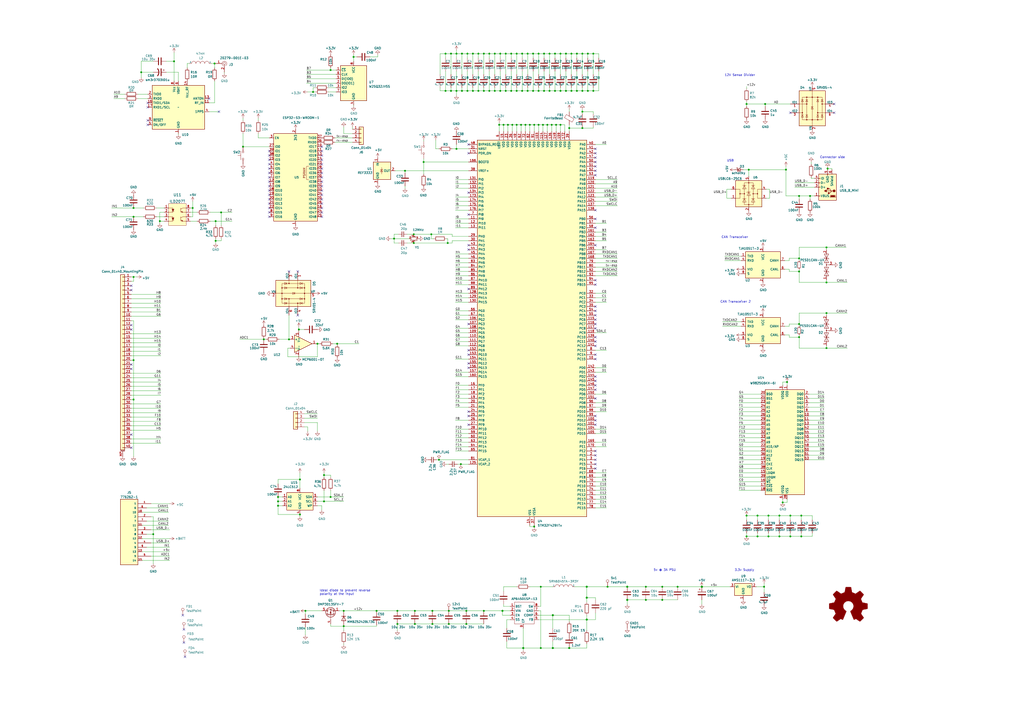
<source format=kicad_sch>
(kicad_sch (version 20231120) (generator "eeschema") (generator_version "8.0")
  (paper "A2")
  (lib_symbols
    (symbol "776262-1:776262-1" (pin_names (offset 1.016))
      (property "Reference" "J" (at -5.0886 18.5735 0))
      (property "Value" "776262-1" (at -5.0837 -22.8769 0))
      (symbol "776262-1_0_0"
        (pin passive line (at 12.7 15.24 180) (length 7.62) (name "1") (number "1"))
        (pin passive line (at 7.62 10.16 180) (length 2.54) (name "10") (number "10"))
        (pin passive line (at 7.62 2.54 180) (length 2.54) (name "11") (number "11"))
        (pin passive line (at 7.62 -5.08 180) (length 2.54) (name "12") (number "12"))
        (pin passive line (at 7.62 -12.7 180) (length 2.54) (name "13") (number "13"))
        (pin passive line (at 7.62 -17.78 180) (length 2.54) (name "14") (number "14"))
        (pin passive line (at 12.7 7.62 180) (length 7.62) (name "2") (number "2"))
        (pin passive line (at 12.7 0 180) (length 7.62) (name "3") (number "3"))
        (pin passive line (at 12.7 -7.62 180) (length 7.62) (name "4") (number "4"))
        (pin passive line (at 12.7 -15.24 180) (length 7.62) (name "5") (number "5"))
        (pin passive line (at 10.16 12.7 180) (length 5.08) (name "6") (number "6"))
        (pin passive line (at 10.16 5.08 180) (length 5.08) (name "7") (number "7"))
        (pin passive line (at 10.16 -2.54 180) (length 5.08) (name "8") (number "8"))
        (pin passive line (at 10.16 -10.16 180) (length 5.08) (name "9") (number "9"))
      )
    )
    (symbol "776262-1:ATGM336H-5N31"
      (property "Reference" "U" (at 0 0 0))
      (symbol "ATGM336H-5N31_1_1"
        (pin power_in line (at 0 -15.24 90) (length 2.54) (name "GND") (number "1"))
        (pin passive line (at 0 -15.24 90) (length 2.54) hide (name "GND") (number "10"))
        (pin input line (at 17.78 2.54 180) (length 2.54) (name "RF_IN") (number "11"))
        (pin passive line (at 0 -15.24 90) (length 2.54) hide (name "GND") (number "12"))
        (pin power_out line (at 17.78 5.08 180) (length 2.54) (name "ANTON") (number "13"))
        (pin power_out line (at 5.08 15.24 270) (length 2.54) (name "Vcc_RF") (number "14"))
        (pin no_connect line (at 15.24 -7.62 180) (length 2.54) hide (name "NC") (number "15"))
        (pin bidirectional line (at -17.78 2.54 0) (length 2.54) (name "TXD1/SDA") (number "16"))
        (pin input line (at -17.78 0 0) (length 2.54) (name "RXD1/SCL") (number "17"))
        (pin no_connect line (at 15.24 -10.16 180) (length 2.54) hide (name "NC") (number "18"))
        (pin output line (at -17.78 7.62 0) (length 2.54) (name "TXD0") (number "2"))
        (pin input line (at -17.78 5.08 0) (length 2.54) (name "RXD0") (number "3"))
        (pin output line (at 17.78 -2.54 180) (length 2.54) (name "1PPS") (number "4"))
        (pin input line (at -17.78 -10.16 0) (length 2.54) (name "ON/OFF") (number "5"))
        (pin power_in line (at 0 15.24 270) (length 2.54) (name "VBAT") (number "6"))
        (pin no_connect line (at 15.24 -5.08 180) (length 2.54) hide (name "NC") (number "7"))
        (pin power_in line (at -2.54 15.24 270) (length 2.54) (name "Vcc") (number "8"))
        (pin input line (at -17.78 -7.62 0) (length 2.54) (name "~{RESET}") (number "9"))
      )
    )
    (symbol "776262-1:W9825G6KH-6I"
      (property "Reference" "U" (at 0 0 0))
      (symbol "W9825G6KH-6I_1_1"
        (pin power_in line (at 1.27 34.29 270) (length 2.54) (name "VDD") (number "1"))
        (pin bidirectional line (at 13.97 16.51 180) (length 2.54) (name "DQ5") (number "10"))
        (pin bidirectional line (at 13.97 13.97 180) (length 2.54) (name "DQ6") (number "11"))
        (pin passive line (at -1.27 -31.75 90) (length 2.54) hide (name "VSSQ") (number "12"))
        (pin bidirectional line (at 13.97 11.43 180) (length 2.54) (name "DQ7") (number "13"))
        (pin passive line (at 1.27 34.29 270) (length 2.54) hide (name "VDD") (number "14"))
        (pin input line (at -13.97 -16.51 0) (length 2.54) (name "LDQM") (number "15"))
        (pin input line (at -13.97 -21.59 0) (length 2.54) (name "~{WE}") (number "16"))
        (pin input line (at -13.97 -24.13 0) (length 2.54) (name "~{CAS}") (number "17"))
        (pin input line (at -13.97 -26.67 0) (length 2.54) (name "~{RAS}") (number "18"))
        (pin input line (at -13.97 -8.89 0) (length 2.54) (name "~{CS}") (number "19"))
        (pin bidirectional line (at 13.97 29.21 180) (length 2.54) (name "DQ0") (number "2"))
        (pin input line (at -13.97 29.21 0) (length 2.54) (name "BS0") (number "20"))
        (pin input line (at -13.97 26.67 0) (length 2.54) (name "BS1") (number "21"))
        (pin input line (at -13.97 -1.27 0) (length 2.54) (name "A10/AP") (number "22"))
        (pin input line (at -13.97 24.13 0) (length 2.54) (name "A0") (number "23"))
        (pin input line (at -13.97 21.59 0) (length 2.54) (name "A1") (number "24"))
        (pin input line (at -13.97 19.05 0) (length 2.54) (name "A2") (number "25"))
        (pin input line (at -13.97 16.51 0) (length 2.54) (name "A3") (number "26"))
        (pin passive line (at 1.27 34.29 270) (length 2.54) hide (name "VDD") (number "27"))
        (pin power_in line (at 1.27 -31.75 90) (length 2.54) (name "VSS") (number "28"))
        (pin input line (at -13.97 13.97 0) (length 2.54) (name "A4") (number "29"))
        (pin power_in line (at -1.27 34.29 270) (length 2.54) (name "VDDQ") (number "3"))
        (pin input line (at -13.97 11.43 0) (length 2.54) (name "A5") (number "30"))
        (pin input line (at -13.97 8.89 0) (length 2.54) (name "A6") (number "31"))
        (pin input line (at -13.97 6.35 0) (length 2.54) (name "A7") (number "32"))
        (pin input line (at -13.97 3.81 0) (length 2.54) (name "A8") (number "33"))
        (pin input line (at -13.97 1.27 0) (length 2.54) (name "A9") (number "34"))
        (pin input line (at -13.97 -3.81 0) (length 2.54) (name "A11") (number "35"))
        (pin input line (at -13.97 -6.35 0) (length 2.54) (name "A12") (number "36"))
        (pin no_connect line (at 11.43 -13.97 180) (length 2.54) hide (name "NC") (number "36"))
        (pin input line (at -13.97 -11.43 0) (length 2.54) (name "CKE") (number "37"))
        (pin input line (at -13.97 -13.97 0) (length 2.54) (name "CLK") (number "38"))
        (pin input line (at -13.97 -19.05 0) (length 2.54) (name "UDQM") (number "39"))
        (pin bidirectional line (at 13.97 26.67 180) (length 2.54) (name "DQ1") (number "4"))
        (pin no_connect line (at 11.43 -16.51 180) (length 2.54) hide (name "NC") (number "40"))
        (pin passive line (at 1.27 -31.75 90) (length 2.54) hide (name "VSS") (number "41"))
        (pin bidirectional line (at 13.97 8.89 180) (length 2.54) (name "DQ8") (number "42"))
        (pin passive line (at -1.27 34.29 270) (length 2.54) hide (name "VDDQ") (number "43"))
        (pin bidirectional line (at 13.97 6.35 180) (length 2.54) (name "DQ9") (number "44"))
        (pin bidirectional line (at 13.97 3.81 180) (length 2.54) (name "DQ10") (number "45"))
        (pin passive line (at -1.27 -31.75 90) (length 2.54) hide (name "VSSQ") (number "46"))
        (pin bidirectional line (at 13.97 1.27 180) (length 2.54) (name "DQ11") (number "47"))
        (pin bidirectional line (at 13.97 -1.27 180) (length 2.54) (name "DQ12") (number "48"))
        (pin passive line (at -1.27 34.29 270) (length 2.54) hide (name "VDDQ") (number "49"))
        (pin bidirectional line (at 13.97 24.13 180) (length 2.54) (name "DQ2") (number "5"))
        (pin bidirectional line (at 13.97 -3.81 180) (length 2.54) (name "DQ13") (number "50"))
        (pin bidirectional line (at 13.97 -6.35 180) (length 2.54) (name "DQ14") (number "51"))
        (pin passive line (at -1.27 -31.75 90) (length 2.54) hide (name "VSSQ") (number "52"))
        (pin bidirectional line (at 13.97 -8.89 180) (length 2.54) (name "DQ15") (number "53"))
        (pin passive line (at 1.27 -31.75 90) (length 2.54) hide (name "VSS") (number "54"))
        (pin power_in line (at -1.27 -31.75 90) (length 2.54) (name "VSSQ") (number "6"))
        (pin bidirectional line (at 13.97 21.59 180) (length 2.54) (name "DQ3") (number "7"))
        (pin bidirectional line (at 13.97 19.05 180) (length 2.54) (name "DQ4") (number "8"))
        (pin passive line (at -1.27 34.29 270) (length 2.54) hide (name "VDDQ") (number "9"))
      )
    )
    (symbol "Amplifier_Operational:MCP6001-OT" (pin_names (offset 0.127))
      (property "Reference" "U" (at -1.27 6.35 0))
      (property "Value" "MCP6001-OT" (at -1.27 3.81 0))
      (symbol "MCP6001-OT_0_1"
        (pin power_in line (at -2.54 -7.62 90) (length 3.81) (name "V-") (number "2"))
        (pin power_in line (at -2.54 7.62 270) (length 3.81) (name "V+") (number "5"))
      )
      (symbol "MCP6001-OT_1_1"
        (pin output line (at 7.62 0 180) (length 2.54) (name "~") (number "1"))
        (pin input line (at -7.62 2.54 0) (length 2.54) (name "+") (number "3"))
        (pin input line (at -7.62 -2.54 0) (length 2.54) (name "-") (number "4"))
      )
    )
    (symbol "CM4IO:AP64351"
      (property "Reference" "U" (at 0 8.89 0))
      (property "Value" "AP64351" (at 1.27 6.35 0))
      (symbol "AP64351_1_1"
        (pin passive line (at -7.62 2.54 0) (length 2.54) (name "BST") (number "1"))
        (pin power_in line (at -7.62 0 0) (length 2.54) (name "VIN") (number "2"))
        (pin input line (at -7.62 -2.54 0) (length 2.54) (name "EN") (number "3"))
        (pin input line (at -7.62 -5.08 0) (length 2.54) (name "SS") (number "4"))
        (pin input line (at 8.89 -5.08 180) (length 2.54) (name "FB") (number "5"))
        (pin input line (at 8.89 -2.54 180) (length 2.54) (name "COMP") (number "6"))
        (pin power_in line (at 8.89 0 180) (length 2.54) (name "GND") (number "7"))
        (pin output line (at 8.89 2.54 180) (length 2.54) (name "SW") (number "8"))
        (pin passive line (at 0 -10.16 90) (length 2.54) (name "EP") (number "9"))
      )
    )
    (symbol "Connector:TestPoint" (pin_numbers hide) (pin_names (offset 0.762) hide)
      (property "Reference" "TP" (at 0 6.858 0))
      (property "Value" "TestPoint" (at 0 5.08 0))
      (symbol "TestPoint_1_1"
        (pin passive line (at 0 0 90) (length 2.54) (name "1") (number "1"))
      )
    )
    (symbol "Connector:USB_B_Mini" (pin_names (offset 1.016))
      (property "Reference" "J" (at -5.08 11.43 0))
      (property "Value" "USB_B_Mini" (at -5.08 8.89 0))
      (symbol "USB_B_Mini_1_1"
        (pin power_out line (at 7.62 5.08 180) (length 2.54) (name "VBUS") (number "1"))
        (pin bidirectional line (at 7.62 -2.54 180) (length 2.54) (name "D-") (number "2"))
        (pin bidirectional line (at 7.62 0 180) (length 2.54) (name "D+") (number "3"))
        (pin passive line (at 7.62 -5.08 180) (length 2.54) (name "ID") (number "4"))
        (pin power_out line (at 0 -10.16 90) (length 2.54) (name "GND") (number "5"))
        (pin passive line (at -2.54 -10.16 90) (length 2.54) (name "Shield") (number "6"))
      )
    )
    (symbol "Connector_Generic:Conn_01x04" (pin_names (offset 1.016) hide)
      (property "Reference" "J" (at 0 5.08 0))
      (property "Value" "Conn_01x04" (at 0 -7.62 0))
      (symbol "Conn_01x04_1_1"
        (pin passive line (at -5.08 2.54 0) (length 3.81) (name "Pin_1") (number "1"))
        (pin passive line (at -5.08 0 0) (length 3.81) (name "Pin_2") (number "2"))
        (pin passive line (at -5.08 -2.54 0) (length 3.81) (name "Pin_3") (number "3"))
        (pin passive line (at -5.08 -5.08 0) (length 3.81) (name "Pin_4") (number "4"))
      )
    )
    (symbol "Connector_Generic_MountingPin:Conn_01x40_MountingPin" (pin_names (offset 1.016) hide)
      (property "Reference" "J" (at 0 50.8 0))
      (property "Value" "Conn_01x40_MountingPin" (at 1.27 -53.34 0))
      (symbol "Conn_01x40_MountingPin_1_1"
        (text "Mounting" (at 0 -52.451 0) (effects (font (size 0.381 0.381))))
        (pin passive line (at -5.08 48.26 0) (length 3.81) (name "Pin_1") (number "1"))
        (pin passive line (at -5.08 25.4 0) (length 3.81) (name "Pin_10") (number "10"))
        (pin passive line (at -5.08 22.86 0) (length 3.81) (name "Pin_11") (number "11"))
        (pin passive line (at -5.08 20.32 0) (length 3.81) (name "Pin_12") (number "12"))
        (pin passive line (at -5.08 17.78 0) (length 3.81) (name "Pin_13") (number "13"))
        (pin passive line (at -5.08 15.24 0) (length 3.81) (name "Pin_14") (number "14"))
        (pin passive line (at -5.08 12.7 0) (length 3.81) (name "Pin_15") (number "15"))
        (pin passive line (at -5.08 10.16 0) (length 3.81) (name "Pin_16") (number "16"))
        (pin passive line (at -5.08 7.62 0) (length 3.81) (name "Pin_17") (number "17"))
        (pin passive line (at -5.08 5.08 0) (length 3.81) (name "Pin_18") (number "18"))
        (pin passive line (at -5.08 2.54 0) (length 3.81) (name "Pin_19") (number "19"))
        (pin passive line (at -5.08 45.72 0) (length 3.81) (name "Pin_2") (number "2"))
        (pin passive line (at -5.08 0 0) (length 3.81) (name "Pin_20") (number "20"))
        (pin passive line (at -5.08 -2.54 0) (length 3.81) (name "Pin_21") (number "21"))
        (pin passive line (at -5.08 -5.08 0) (length 3.81) (name "Pin_22") (number "22"))
        (pin passive line (at -5.08 -7.62 0) (length 3.81) (name "Pin_23") (number "23"))
        (pin passive line (at -5.08 -10.16 0) (length 3.81) (name "Pin_24") (number "24"))
        (pin passive line (at -5.08 -12.7 0) (length 3.81) (name "Pin_25") (number "25"))
        (pin passive line (at -5.08 -15.24 0) (length 3.81) (name "Pin_26") (number "26"))
        (pin passive line (at -5.08 -17.78 0) (length 3.81) (name "Pin_27") (number "27"))
        (pin passive line (at -5.08 -20.32 0) (length 3.81) (name "Pin_28") (number "28"))
        (pin passive line (at -5.08 -22.86 0) (length 3.81) (name "Pin_29") (number "29"))
        (pin passive line (at -5.08 43.18 0) (length 3.81) (name "Pin_3") (number "3"))
        (pin passive line (at -5.08 -25.4 0) (length 3.81) (name "Pin_30") (number "30"))
        (pin passive line (at -5.08 -27.94 0) (length 3.81) (name "Pin_31") (number "31"))
        (pin passive line (at -5.08 -30.48 0) (length 3.81) (name "Pin_32") (number "32"))
        (pin passive line (at -5.08 -33.02 0) (length 3.81) (name "Pin_33") (number "33"))
        (pin passive line (at -5.08 -35.56 0) (length 3.81) (name "Pin_34") (number "34"))
        (pin passive line (at -5.08 -38.1 0) (length 3.81) (name "Pin_35") (number "35"))
        (pin passive line (at -5.08 -40.64 0) (length 3.81) (name "Pin_36") (number "36"))
        (pin passive line (at -5.08 -43.18 0) (length 3.81) (name "Pin_37") (number "37"))
        (pin passive line (at -5.08 -45.72 0) (length 3.81) (name "Pin_38") (number "38"))
        (pin passive line (at -5.08 -48.26 0) (length 3.81) (name "Pin_39") (number "39"))
        (pin passive line (at -5.08 40.64 0) (length 3.81) (name "Pin_4") (number "4"))
        (pin passive line (at -5.08 -50.8 0) (length 3.81) (name "Pin_40") (number "40"))
        (pin passive line (at -5.08 38.1 0) (length 3.81) (name "Pin_5") (number "5"))
        (pin passive line (at -5.08 35.56 0) (length 3.81) (name "Pin_6") (number "6"))
        (pin passive line (at -5.08 33.02 0) (length 3.81) (name "Pin_7") (number "7"))
        (pin passive line (at -5.08 30.48 0) (length 3.81) (name "Pin_8") (number "8"))
        (pin passive line (at -5.08 27.94 0) (length 3.81) (name "Pin_9") (number "9"))
        (pin passive line (at 0 -55.88 90) (length 3.048) (name "MountPin") (number "MP"))
      )
    )
    (symbol "Device:C" (pin_numbers hide) (pin_names (offset 0.254))
      (property "Reference" "C" (at 0.635 2.54 0))
      (property "Value" "C" (at 0.635 -2.54 0))
      (symbol "C_1_1"
        (pin passive line (at 0 3.81 270) (length 2.794) (name "~") (number "1"))
        (pin passive line (at 0 -3.81 90) (length 2.794) (name "~") (number "2"))
      )
    )
    (symbol "Device:CP" (pin_numbers hide) (pin_names (offset 0.254))
      (property "Reference" "C" (at 0.635 2.54 0))
      (property "Value" "CP" (at 0.635 -2.54 0))
      (symbol "CP_1_1"
        (pin passive line (at 0 3.81 270) (length 2.794) (name "~") (number "1"))
        (pin passive line (at 0 -3.81 90) (length 2.794) (name "~") (number "2"))
      )
    )
    (symbol "Device:C_Polarized_US" (pin_numbers hide) (pin_names (offset 0.254) hide)
      (property "Reference" "C" (at 0.635 2.54 0))
      (property "Value" "C_Polarized_US" (at 0.635 -2.54 0))
      (symbol "C_Polarized_US_1_1"
        (pin passive line (at 0 3.81 270) (length 2.794) (name "~") (number "1"))
        (pin passive line (at 0 -3.81 90) (length 3.302) (name "~") (number "2"))
      )
    )
    (symbol "Device:C_Small" (pin_numbers hide) (pin_names (offset 0.254) hide)
      (property "Reference" "C" (at 0.254 1.778 0))
      (property "Value" "C_Small" (at 0.254 -2.032 0))
      (symbol "C_Small_1_1"
        (pin passive line (at 0 2.54 270) (length 2.032) (name "~") (number "1"))
        (pin passive line (at 0 -2.54 90) (length 2.032) (name "~") (number "2"))
      )
    )
    (symbol "Device:Crystal_GND24_Small" (pin_names (offset 1.016) hide)
      (property "Reference" "Y" (at 1.27 4.445 0))
      (property "Value" "Crystal_GND24_Small" (at 1.27 2.54 0))
      (symbol "Crystal_GND24_Small_1_1"
        (pin passive line (at -2.54 0 0) (length 1.27) (name "1") (number "1"))
        (pin passive line (at 0 -2.54 90) (length 0.635) (name "2") (number "2"))
        (pin passive line (at 2.54 0 180) (length 1.27) (name "3") (number "3"))
        (pin passive line (at 0 2.54 270) (length 0.635) (name "4") (number "4"))
      )
    )
    (symbol "Device:D_Schottky_Small" (pin_numbers hide) (pin_names (offset 0.254) hide)
      (property "Reference" "D" (at -1.27 2.032 0))
      (property "Value" "D_Schottky_Small" (at -7.112 -2.032 0))
      (symbol "D_Schottky_Small_1_1"
        (pin passive line (at -2.54 0 0) (length 1.778) (name "K") (number "1"))
        (pin passive line (at 2.54 0 180) (length 1.778) (name "A") (number "2"))
      )
    )
    (symbol "Device:FerriteBead" (pin_numbers hide) (pin_names (offset 0))
      (property "Reference" "FB" (at -3.81 0.635 90))
      (property "Value" "FerriteBead" (at 3.81 0 90))
      (symbol "FerriteBead_1_1"
        (pin passive line (at 0 3.81 270) (length 2.54) (name "~") (number "1"))
        (pin passive line (at 0 -3.81 90) (length 2.54) (name "~") (number "2"))
      )
    )
    (symbol "Device:R" (pin_numbers hide) (pin_names (offset 0))
      (property "Reference" "R" (at 2.032 0 90))
      (property "Value" "R" (at 0 0 90))
      (symbol "R_1_1"
        (pin passive line (at 0 3.81 270) (length 1.27) (name "~") (number "1"))
        (pin passive line (at 0 -3.81 90) (length 1.27) (name "~") (number "2"))
      )
    )
    (symbol "Device:R_Small" (pin_numbers hide) (pin_names (offset 0.254) hide)
      (property "Reference" "R" (at 0.762 0.508 0))
      (property "Value" "R_Small" (at 0.762 -1.016 0))
      (symbol "R_Small_1_1"
        (pin passive line (at 0 2.54 270) (length 0.762) (name "~") (number "1"))
        (pin passive line (at 0 -2.54 90) (length 0.762) (name "~") (number "2"))
      )
    )
    (symbol "Diode:BAS20" (pin_numbers hide) (pin_names hide)
      (property "Reference" "D" (at 0 2.54 0))
      (property "Value" "BAS20" (at 0 -2.54 0))
      (symbol "BAS20_1_1"
        (pin passive line (at 3.81 0 180) (length 2.54) (name "A") (number "1"))
        (pin no_connect line (at -1.27 0 0) (length 2.54) hide (name "NC") (number "2"))
        (pin passive line (at -3.81 0 0) (length 2.54) (name "K") (number "3"))
      )
    )
    (symbol "GND_1" (power) (pin_numbers hide) (pin_names (offset 0) hide)
      (property "Value" "GND" (at 0 -3.81 0))
      (symbol "GND_1_1_1"
        (pin power_in line (at 0 0 270) (length 0) (name "~") (number "1"))
      )
    )
    (symbol "GND_2" (power) (pin_numbers hide) (pin_names (offset 0) hide)
      (property "Value" "GND" (at 0 -3.81 0))
      (symbol "GND_2_1_1"
        (pin power_in line (at 0 0 270) (length 0) (name "~") (number "1"))
      )
    )
    (symbol "Graphic:Logo_Open_Hardware_Large" (in_bom no) (on_board no))
    (symbol "Interface_CAN_LIN:TJA1051T-3" (pin_names (offset 1.016))
      (property "Reference" "U" (at -10.16 8.89 0))
      (property "Value" "TJA1051T-3" (at 1.27 8.89 0))
      (symbol "TJA1051T-3_1_1"
        (pin input line (at -12.7 5.08 0) (length 2.54) (name "TXD") (number "1"))
        (pin power_in line (at 0 -10.16 90) (length 2.54) (name "GND") (number "2"))
        (pin power_in line (at 0 10.16 270) (length 2.54) (name "VCC") (number "3"))
        (pin output line (at -12.7 2.54 0) (length 2.54) (name "RXD") (number "4"))
        (pin power_in line (at -12.7 -2.54 0) (length 2.54) (name "VIO") (number "5"))
        (pin bidirectional line (at 12.7 -2.54 180) (length 2.54) (name "CANL") (number "6"))
        (pin bidirectional line (at 12.7 2.54 180) (length 2.54) (name "CANH") (number "7"))
        (pin input line (at -12.7 -5.08 0) (length 2.54) (name "S") (number "8"))
      )
    )
    (symbol "MCU_ST_STM32F4:STM32F429IITx"
      (property "Reference" "U" (at -30.48 110.49 0))
      (property "Value" "STM32F429IITx" (at 25.4 110.49 0))
      (symbol "STM32F429IITx_1_1"
        (pin bidirectional line (at 38.1 -71.12 180) (length 5.08) (name "PE2") (number "1"))
        (pin bidirectional line (at 38.1 -17.78 180) (length 5.08) (name "PC15") (number "10"))
        (pin bidirectional line (at 38.1 -53.34 180) (length 5.08) (name "PD12") (number "100"))
        (pin bidirectional line (at 38.1 -55.88 180) (length 5.08) (name "PD13") (number "101"))
        (pin passive line (at 0 -114.3 90) (length 5.08) hide (name "VSS") (number "102"))
        (pin power_in line (at 5.08 114.3 270) (length 5.08) (name "VDD") (number "103"))
        (pin bidirectional line (at 38.1 -58.42 180) (length 5.08) (name "PD14") (number "104"))
        (pin bidirectional line (at 38.1 -60.96 180) (length 5.08) (name "PD15") (number "105"))
        (pin bidirectional line (at -35.56 5.08 0) (length 5.08) (name "PG2") (number "106"))
        (pin bidirectional line (at -35.56 2.54 0) (length 5.08) (name "PG3") (number "107"))
        (pin bidirectional line (at -35.56 0 0) (length 5.08) (name "PG4") (number "108"))
        (pin bidirectional line (at -35.56 -2.54 0) (length 5.08) (name "PG5") (number "109"))
        (pin bidirectional line (at -35.56 63.5 0) (length 5.08) (name "PI9") (number "11"))
        (pin bidirectional line (at -35.56 -5.08 0) (length 5.08) (name "PG6") (number "110"))
        (pin bidirectional line (at -35.56 -7.62 0) (length 5.08) (name "PG7") (number "111"))
        (pin bidirectional line (at -35.56 -10.16 0) (length 5.08) (name "PG8") (number "112"))
        (pin passive line (at 0 -114.3 90) (length 5.08) hide (name "VSS") (number "113"))
        (pin power_in line (at 7.62 114.3 270) (length 5.08) (name "VDD") (number "114"))
        (pin bidirectional line (at 38.1 5.08 180) (length 5.08) (name "PC6") (number "115"))
        (pin bidirectional line (at 38.1 2.54 180) (length 5.08) (name "PC7") (number "116"))
        (pin bidirectional line (at 38.1 0 180) (length 5.08) (name "PC8") (number "117"))
        (pin bidirectional line (at 38.1 -2.54 180) (length 5.08) (name "PC9") (number "118"))
        (pin bidirectional line (at 38.1 86.36 180) (length 5.08) (name "PA8") (number "119"))
        (pin bidirectional line (at -35.56 60.96 0) (length 5.08) (name "PI10") (number "12"))
        (pin bidirectional line (at 38.1 83.82 180) (length 5.08) (name "PA9") (number "120"))
        (pin bidirectional line (at 38.1 81.28 180) (length 5.08) (name "PA10") (number "121"))
        (pin bidirectional line (at 38.1 78.74 180) (length 5.08) (name "PA11") (number "122"))
        (pin bidirectional line (at 38.1 76.2 180) (length 5.08) (name "PA12") (number "123"))
        (pin bidirectional line (at 38.1 73.66 180) (length 5.08) (name "PA13") (number "124"))
        (pin power_out line (at -35.56 -78.74 0) (length 5.08) (name "VCAP_2") (number "125"))
        (pin passive line (at 0 -114.3 90) (length 5.08) hide (name "VSS") (number "126"))
        (pin power_in line (at 10.16 114.3 270) (length 5.08) (name "VDD") (number "127"))
        (pin bidirectional line (at -35.56 20.32 0) (length 5.08) (name "PH13") (number "128"))
        (pin bidirectional line (at -35.56 17.78 0) (length 5.08) (name "PH14") (number "129"))
        (pin bidirectional line (at -35.56 58.42 0) (length 5.08) (name "PI11") (number "13"))
        (pin bidirectional line (at -35.56 15.24 0) (length 5.08) (name "PH15") (number "130"))
        (pin bidirectional line (at -35.56 86.36 0) (length 5.08) (name "PI0") (number "131"))
        (pin bidirectional line (at -35.56 83.82 0) (length 5.08) (name "PI1") (number "132"))
        (pin bidirectional line (at -35.56 81.28 0) (length 5.08) (name "PI2") (number "133"))
        (pin bidirectional line (at -35.56 78.74 0) (length 5.08) (name "PI3") (number "134"))
        (pin passive line (at 0 -114.3 90) (length 5.08) hide (name "VSS") (number "135"))
        (pin power_in line (at 12.7 114.3 270) (length 5.08) (name "VDD") (number "136"))
        (pin bidirectional line (at 38.1 71.12 180) (length 5.08) (name "PA14") (number "137"))
        (pin bidirectional line (at 38.1 68.58 180) (length 5.08) (name "PA15") (number "138"))
        (pin bidirectional line (at 38.1 -5.08 180) (length 5.08) (name "PC10") (number "139"))
        (pin power_in line (at 0 -114.3 90) (length 5.08) (name "VSS") (number "14"))
        (pin bidirectional line (at 38.1 -7.62 180) (length 5.08) (name "PC11") (number "140"))
        (pin bidirectional line (at 38.1 -10.16 180) (length 5.08) (name "PC12") (number "141"))
        (pin bidirectional line (at 38.1 -22.86 180) (length 5.08) (name "PD0") (number "142"))
        (pin bidirectional line (at 38.1 -25.4 180) (length 5.08) (name "PD1") (number "143"))
        (pin bidirectional line (at 38.1 -27.94 180) (length 5.08) (name "PD2") (number "144"))
        (pin bidirectional line (at 38.1 -30.48 180) (length 5.08) (name "PD3") (number "145"))
        (pin bidirectional line (at 38.1 -33.02 180) (length 5.08) (name "PD4") (number "146"))
        (pin bidirectional line (at 38.1 -35.56 180) (length 5.08) (name "PD5") (number "147"))
        (pin passive line (at 0 -114.3 90) (length 5.08) hide (name "VSS") (number "148"))
        (pin power_in line (at 15.24 114.3 270) (length 5.08) (name "VDD") (number "149"))
        (pin power_in line (at -15.24 114.3 270) (length 5.08) (name "VDD") (number "15"))
        (pin bidirectional line (at 38.1 -38.1 180) (length 5.08) (name "PD6") (number "150"))
        (pin bidirectional line (at 38.1 -40.64 180) (length 5.08) (name "PD7") (number "151"))
        (pin bidirectional line (at -35.56 -12.7 0) (length 5.08) (name "PG9") (number "152"))
        (pin bidirectional line (at -35.56 -15.24 0) (length 5.08) (name "PG10") (number "153"))
        (pin bidirectional line (at -35.56 -17.78 0) (length 5.08) (name "PG11") (number "154"))
        (pin bidirectional line (at -35.56 -20.32 0) (length 5.08) (name "PG12") (number "155"))
        (pin bidirectional line (at -35.56 -22.86 0) (length 5.08) (name "PG13") (number "156"))
        (pin bidirectional line (at -35.56 -25.4 0) (length 5.08) (name "PG14") (number "157"))
        (pin passive line (at 0 -114.3 90) (length 5.08) hide (name "VSS") (number "158"))
        (pin power_in line (at 17.78 114.3 270) (length 5.08) (name "VDD") (number "159"))
        (pin bidirectional line (at -35.56 -33.02 0) (length 5.08) (name "PF0") (number "16"))
        (pin bidirectional line (at -35.56 -27.94 0) (length 5.08) (name "PG15") (number "160"))
        (pin bidirectional line (at 38.1 55.88 180) (length 5.08) (name "PB3") (number "161"))
        (pin bidirectional line (at 38.1 53.34 180) (length 5.08) (name "PB4") (number "162"))
        (pin bidirectional line (at 38.1 50.8 180) (length 5.08) (name "PB5") (number "163"))
        (pin bidirectional line (at 38.1 48.26 180) (length 5.08) (name "PB6") (number "164"))
        (pin bidirectional line (at 38.1 45.72 180) (length 5.08) (name "PB7") (number "165"))
        (pin input line (at -35.56 96.52 0) (length 5.08) (name "BOOT0") (number "166"))
        (pin bidirectional line (at 38.1 43.18 180) (length 5.08) (name "PB8") (number "167"))
        (pin bidirectional line (at 38.1 40.64 180) (length 5.08) (name "PB9") (number "168"))
        (pin bidirectional line (at 38.1 -66.04 180) (length 5.08) (name "PE0") (number "169"))
        (pin bidirectional line (at -35.56 -35.56 0) (length 5.08) (name "PF1") (number "17"))
        (pin bidirectional line (at 38.1 -68.58 180) (length 5.08) (name "PE1") (number "170"))
        (pin input line (at -35.56 101.6 0) (length 5.08) (name "PDR_ON") (number "171"))
        (pin power_in line (at 20.32 114.3 270) (length 5.08) (name "VDD") (number "172"))
        (pin bidirectional line (at -35.56 76.2 0) (length 5.08) (name "PI4") (number "173"))
        (pin bidirectional line (at -35.56 73.66 0) (length 5.08) (name "PI5") (number "174"))
        (pin bidirectional line (at -35.56 71.12 0) (length 5.08) (name "PI6") (number "175"))
        (pin bidirectional line (at -35.56 68.58 0) (length 5.08) (name "PI7") (number "176"))
        (pin bidirectional line (at -35.56 -38.1 0) (length 5.08) (name "PF2") (number "18"))
        (pin bidirectional line (at -35.56 -40.64 0) (length 5.08) (name "PF3") (number "19"))
        (pin bidirectional line (at 38.1 -73.66 180) (length 5.08) (name "PE3") (number "2"))
        (pin bidirectional line (at -35.56 -43.18 0) (length 5.08) (name "PF4") (number "20"))
        (pin bidirectional line (at -35.56 -45.72 0) (length 5.08) (name "PF5") (number "21"))
        (pin passive line (at 0 -114.3 90) (length 5.08) hide (name "VSS") (number "22"))
        (pin power_in line (at -12.7 114.3 270) (length 5.08) (name "VDD") (number "23"))
        (pin bidirectional line (at -35.56 -48.26 0) (length 5.08) (name "PF6") (number "24"))
        (pin bidirectional line (at -35.56 -50.8 0) (length 5.08) (name "PF7") (number "25"))
        (pin bidirectional line (at -35.56 -53.34 0) (length 5.08) (name "PF8") (number "26"))
        (pin bidirectional line (at -35.56 -55.88 0) (length 5.08) (name "PF9") (number "27"))
        (pin bidirectional line (at -35.56 -58.42 0) (length 5.08) (name "PF10") (number "28"))
        (pin bidirectional line (at -35.56 53.34 0) (length 5.08) (name "PH0") (number "29"))
        (pin bidirectional line (at 38.1 -76.2 180) (length 5.08) (name "PE4") (number "3"))
        (pin bidirectional line (at -35.56 50.8 0) (length 5.08) (name "PH1") (number "30"))
        (pin input line (at -35.56 104.14 0) (length 5.08) (name "NRST") (number "31"))
        (pin bidirectional line (at 38.1 20.32 180) (length 5.08) (name "PC0") (number "32"))
        (pin bidirectional line (at 38.1 17.78 180) (length 5.08) (name "PC1") (number "33"))
        (pin bidirectional line (at 38.1 15.24 180) (length 5.08) (name "PC2") (number "34"))
        (pin bidirectional line (at 38.1 12.7 180) (length 5.08) (name "PC3") (number "35"))
        (pin power_in line (at -10.16 114.3 270) (length 5.08) (name "VDD") (number "36"))
        (pin power_in line (at 2.54 -114.3 90) (length 5.08) (name "VSSA") (number "37"))
        (pin input line (at -35.56 91.44 0) (length 5.08) (name "VREF+") (number "38"))
        (pin power_in line (at 22.86 114.3 270) (length 5.08) (name "VDDA") (number "39"))
        (pin bidirectional line (at 38.1 -78.74 180) (length 5.08) (name "PE5") (number "4"))
        (pin bidirectional line (at 38.1 106.68 180) (length 5.08) (name "PA0") (number "40"))
        (pin bidirectional line (at 38.1 104.14 180) (length 5.08) (name "PA1") (number "41"))
        (pin bidirectional line (at 38.1 101.6 180) (length 5.08) (name "PA2") (number "42"))
        (pin bidirectional line (at -35.56 48.26 0) (length 5.08) (name "PH2") (number "43"))
        (pin bidirectional line (at -35.56 45.72 0) (length 5.08) (name "PH3") (number "44"))
        (pin bidirectional line (at -35.56 43.18 0) (length 5.08) (name "PH4") (number "45"))
        (pin bidirectional line (at -35.56 40.64 0) (length 5.08) (name "PH5") (number "46"))
        (pin bidirectional line (at 38.1 99.06 180) (length 5.08) (name "PA3") (number "47"))
        (pin input line (at -35.56 106.68 0) (length 5.08) (name "BYPASS_REG") (number "48"))
        (pin power_in line (at -7.62 114.3 270) (length 5.08) (name "VDD") (number "49"))
        (pin bidirectional line (at 38.1 -81.28 180) (length 5.08) (name "PE6") (number "5"))
        (pin bidirectional line (at 38.1 96.52 180) (length 5.08) (name "PA4") (number "50"))
        (pin bidirectional line (at 38.1 93.98 180) (length 5.08) (name "PA5") (number "51"))
        (pin bidirectional line (at 38.1 91.44 180) (length 5.08) (name "PA6") (number "52"))
        (pin bidirectional line (at 38.1 88.9 180) (length 5.08) (name "PA7") (number "53"))
        (pin bidirectional line (at 38.1 10.16 180) (length 5.08) (name "PC4") (number "54"))
        (pin bidirectional line (at 38.1 7.62 180) (length 5.08) (name "PC5") (number "55"))
        (pin bidirectional line (at 38.1 63.5 180) (length 5.08) (name "PB0") (number "56"))
        (pin bidirectional line (at 38.1 60.96 180) (length 5.08) (name "PB1") (number "57"))
        (pin bidirectional line (at 38.1 58.42 180) (length 5.08) (name "PB2") (number "58"))
        (pin bidirectional line (at -35.56 -60.96 0) (length 5.08) (name "PF11") (number "59"))
        (pin power_in line (at -17.78 114.3 270) (length 5.08) (name "VBAT") (number "6"))
        (pin bidirectional line (at -35.56 -63.5 0) (length 5.08) (name "PF12") (number "60"))
        (pin passive line (at 0 -114.3 90) (length 5.08) hide (name "VSS") (number "61"))
        (pin power_in line (at -5.08 114.3 270) (length 5.08) (name "VDD") (number "62"))
        (pin bidirectional line (at -35.56 -66.04 0) (length 5.08) (name "PF13") (number "63"))
        (pin bidirectional line (at -35.56 -68.58 0) (length 5.08) (name "PF14") (number "64"))
        (pin bidirectional line (at -35.56 -71.12 0) (length 5.08) (name "PF15") (number "65"))
        (pin bidirectional line (at -35.56 10.16 0) (length 5.08) (name "PG0") (number "66"))
        (pin bidirectional line (at -35.56 7.62 0) (length 5.08) (name "PG1") (number "67"))
        (pin bidirectional line (at 38.1 -83.82 180) (length 5.08) (name "PE7") (number "68"))
        (pin bidirectional line (at 38.1 -86.36 180) (length 5.08) (name "PE8") (number "69"))
        (pin bidirectional line (at -35.56 66.04 0) (length 5.08) (name "PI8") (number "7"))
        (pin bidirectional line (at 38.1 -88.9 180) (length 5.08) (name "PE9") (number "70"))
        (pin passive line (at 0 -114.3 90) (length 5.08) hide (name "VSS") (number "71"))
        (pin power_in line (at -2.54 114.3 270) (length 5.08) (name "VDD") (number "72"))
        (pin bidirectional line (at 38.1 -91.44 180) (length 5.08) (name "PE10") (number "73"))
        (pin bidirectional line (at 38.1 -93.98 180) (length 5.08) (name "PE11") (number "74"))
        (pin bidirectional line (at 38.1 -96.52 180) (length 5.08) (name "PE12") (number "75"))
        (pin bidirectional line (at 38.1 -99.06 180) (length 5.08) (name "PE13") (number "76"))
        (pin bidirectional line (at 38.1 -101.6 180) (length 5.08) (name "PE14") (number "77"))
        (pin bidirectional line (at 38.1 -104.14 180) (length 5.08) (name "PE15") (number "78"))
        (pin bidirectional line (at 38.1 38.1 180) (length 5.08) (name "PB10") (number "79"))
        (pin bidirectional line (at 38.1 -12.7 180) (length 5.08) (name "PC13") (number "8"))
        (pin bidirectional line (at 38.1 35.56 180) (length 5.08) (name "PB11") (number "80"))
        (pin power_out line (at -35.56 -76.2 0) (length 5.08) (name "VCAP_1") (number "81"))
        (pin power_in line (at 0 114.3 270) (length 5.08) (name "VDD") (number "82"))
        (pin bidirectional line (at -35.56 38.1 0) (length 5.08) (name "PH6") (number "83"))
        (pin bidirectional line (at -35.56 35.56 0) (length 5.08) (name "PH7") (number "84"))
        (pin bidirectional line (at -35.56 33.02 0) (length 5.08) (name "PH8") (number "85"))
        (pin bidirectional line (at -35.56 30.48 0) (length 5.08) (name "PH9") (number "86"))
        (pin bidirectional line (at -35.56 27.94 0) (length 5.08) (name "PH10") (number "87"))
        (pin bidirectional line (at -35.56 25.4 0) (length 5.08) (name "PH11") (number "88"))
        (pin bidirectional line (at -35.56 22.86 0) (length 5.08) (name "PH12") (number "89"))
        (pin bidirectional line (at 38.1 -15.24 180) (length 5.08) (name "PC14") (number "9"))
        (pin passive line (at 0 -114.3 90) (length 5.08) hide (name "VSS") (number "90"))
        (pin power_in line (at 2.54 114.3 270) (length 5.08) (name "VDD") (number "91"))
        (pin bidirectional line (at 38.1 33.02 180) (length 5.08) (name "PB12") (number "92"))
        (pin bidirectional line (at 38.1 30.48 180) (length 5.08) (name "PB13") (number "93"))
        (pin bidirectional line (at 38.1 27.94 180) (length 5.08) (name "PB14") (number "94"))
        (pin bidirectional line (at 38.1 25.4 180) (length 5.08) (name "PB15") (number "95"))
        (pin bidirectional line (at 38.1 -43.18 180) (length 5.08) (name "PD8") (number "96"))
        (pin bidirectional line (at 38.1 -45.72 180) (length 5.08) (name "PD9") (number "97"))
        (pin bidirectional line (at 38.1 -48.26 180) (length 5.08) (name "PD10") (number "98"))
        (pin bidirectional line (at 38.1 -50.8 180) (length 5.08) (name "PD11") (number "99"))
      )
    )
    (symbol "Memory_EEPROM:24LC512"
      (property "Reference" "U" (at -6.35 6.35 0))
      (property "Value" "24LC512" (at 1.27 6.35 0))
      (symbol "24LC512_1_1"
        (pin input line (at -10.16 2.54 0) (length 2.54) (name "A0") (number "1"))
        (pin input line (at -10.16 0 0) (length 2.54) (name "A1") (number "2"))
        (pin input line (at -10.16 -2.54 0) (length 2.54) (name "A2") (number "3"))
        (pin power_in line (at 0 -7.62 90) (length 2.54) (name "GND") (number "4"))
        (pin bidirectional line (at 10.16 2.54 180) (length 2.54) (name "SDA") (number "5"))
        (pin input line (at 10.16 0 180) (length 2.54) (name "SCL") (number "6"))
        (pin input line (at 10.16 -2.54 180) (length 2.54) (name "WP") (number "7"))
        (pin power_in line (at 0 7.62 270) (length 2.54) (name "VCC") (number "8"))
      )
    )
    (symbol "Memory_Flash:W25Q32JVSS"
      (property "Reference" "U" (at -6.35 11.43 0))
      (property "Value" "W25Q32JVSS" (at 7.62 11.43 0))
      (symbol "W25Q32JVSS_1_1"
        (pin input line (at -10.16 7.62 0) (length 2.54) (name "~{CS}") (number "1"))
        (pin bidirectional line (at -10.16 0 0) (length 2.54) (name "DO(IO1)") (number "2"))
        (pin bidirectional line (at -10.16 -2.54 0) (length 2.54) (name "IO2") (number "3"))
        (pin power_in line (at 0 -12.7 90) (length 2.54) (name "GND") (number "4"))
        (pin bidirectional line (at -10.16 2.54 0) (length 2.54) (name "DI(IO0)") (number "5"))
        (pin input line (at -10.16 5.08 0) (length 2.54) (name "CLK") (number "6"))
        (pin bidirectional line (at -10.16 -5.08 0) (length 2.54) (name "IO3") (number "7"))
        (pin power_in line (at 0 12.7 270) (length 2.54) (name "VCC") (number "8"))
      )
    )
    (symbol "Power_Protection:SRV05-4" (pin_names (offset 0))
      (property "Reference" "U" (at -5.08 11.43 0))
      (property "Value" "SRV05-4" (at 2.54 11.43 0))
      (symbol "SRV05-4_1_1"
        (pin passive line (at -12.7 2.54 0) (length 5.08) (name "IO1") (number "1"))
        (pin passive line (at 0 -12.7 90) (length 2.54) (name "VN") (number "2"))
        (pin passive line (at -12.7 -2.54 0) (length 5.08) (name "IO2") (number "3"))
        (pin passive line (at 12.7 2.54 180) (length 5.08) (name "IO3") (number "4"))
        (pin passive line (at 0 12.7 270) (length 2.54) (name "VP") (number "5"))
        (pin passive line (at 12.7 -2.54 180) (length 5.08) (name "IO4") (number "6"))
      )
    )
    (symbol "RF_Module:ESP32-S3-WROOM-1"
      (property "Reference" "U" (at -12.7 26.67 0))
      (property "Value" "ESP32-S3-WROOM-1" (at 12.7 26.67 0))
      (symbol "ESP32-S3-WROOM-1_0_0"
        (text "PSRAM" (at 5.08 2.54 900) (effects (font (size 1.27 1.27))))
      )
      (symbol "ESP32-S3-WROOM-1_1_1"
        (pin power_in line (at 0 -27.94 90) (length 2.54) (name "GND") (number "1"))
        (pin bidirectional line (at 15.24 17.78 180) (length 2.54) (name "IO17") (number "10"))
        (pin bidirectional line (at 15.24 15.24 180) (length 2.54) (name "IO18") (number "11"))
        (pin bidirectional line (at -15.24 -2.54 0) (length 2.54) (name "IO8") (number "12"))
        (pin bidirectional line (at 15.24 12.7 180) (length 2.54) (name "IO19") (number "13"))
        (pin bidirectional line (at 15.24 10.16 180) (length 2.54) (name "IO20") (number "14"))
        (pin bidirectional line (at -15.24 10.16 0) (length 2.54) (name "IO3") (number "15"))
        (pin bidirectional line (at 15.24 -17.78 180) (length 2.54) (name "IO46") (number "16"))
        (pin bidirectional line (at -15.24 -5.08 0) (length 2.54) (name "IO9") (number "17"))
        (pin bidirectional line (at -15.24 -7.62 0) (length 2.54) (name "IO10") (number "18"))
        (pin bidirectional line (at -15.24 -10.16 0) (length 2.54) (name "IO11") (number "19"))
        (pin power_in line (at 0 27.94 270) (length 2.54) (name "3V3") (number "2"))
        (pin bidirectional line (at -15.24 -12.7 0) (length 2.54) (name "IO12") (number "20"))
        (pin bidirectional line (at -15.24 -15.24 0) (length 2.54) (name "IO13") (number "21"))
        (pin bidirectional line (at -15.24 -17.78 0) (length 2.54) (name "IO14") (number "22"))
        (pin bidirectional line (at 15.24 7.62 180) (length 2.54) (name "IO21") (number "23"))
        (pin bidirectional line (at 15.24 -20.32 180) (length 2.54) (name "IO47") (number "24"))
        (pin bidirectional line (at 15.24 -22.86 180) (length 2.54) (name "IO48") (number "25"))
        (pin bidirectional line (at 15.24 -15.24 180) (length 2.54) (name "IO45") (number "26"))
        (pin bidirectional line (at -15.24 17.78 0) (length 2.54) (name "IO0") (number "27"))
        (pin bidirectional line (at 15.24 5.08 180) (length 2.54) (name "IO35") (number "28"))
        (pin bidirectional line (at 15.24 2.54 180) (length 2.54) (name "IO36") (number "29"))
        (pin input line (at -15.24 22.86 0) (length 2.54) (name "EN") (number "3"))
        (pin bidirectional line (at 15.24 0 180) (length 2.54) (name "IO37") (number "30"))
        (pin bidirectional line (at 15.24 -2.54 180) (length 2.54) (name "IO38") (number "31"))
        (pin bidirectional line (at 15.24 -5.08 180) (length 2.54) (name "IO39") (number "32"))
        (pin bidirectional line (at 15.24 -7.62 180) (length 2.54) (name "IO40") (number "33"))
        (pin bidirectional line (at 15.24 -10.16 180) (length 2.54) (name "IO41") (number "34"))
        (pin bidirectional line (at 15.24 -12.7 180) (length 2.54) (name "IO42") (number "35"))
        (pin bidirectional line (at 15.24 20.32 180) (length 2.54) (name "RXD0") (number "36"))
        (pin bidirectional line (at 15.24 22.86 180) (length 2.54) (name "TXD0") (number "37"))
        (pin bidirectional line (at -15.24 12.7 0) (length 2.54) (name "IO2") (number "38"))
        (pin bidirectional line (at -15.24 15.24 0) (length 2.54) (name "IO1") (number "39"))
        (pin bidirectional line (at -15.24 7.62 0) (length 2.54) (name "IO4") (number "4"))
        (pin passive line (at 0 -27.94 90) (length 2.54) hide (name "GND") (number "40"))
        (pin passive line (at 0 -27.94 90) (length 2.54) hide (name "GND") (number "41"))
        (pin bidirectional line (at -15.24 5.08 0) (length 2.54) (name "IO5") (number "5"))
        (pin bidirectional line (at -15.24 2.54 0) (length 2.54) (name "IO6") (number "6"))
        (pin bidirectional line (at -15.24 0 0) (length 2.54) (name "IO7") (number "7"))
        (pin bidirectional line (at -15.24 -20.32 0) (length 2.54) (name "IO15") (number "8"))
        (pin bidirectional line (at -15.24 -22.86 0) (length 2.54) (name "IO16") (number "9"))
      )
    )
    (symbol "Reference_Voltage:REF3033" (pin_names (offset 0.254))
      (property "Reference" "U" (at 0 6.35 0))
      (property "Value" "REF3033" (at 2.54 -6.35 0))
      (symbol "REF3033_1_1"
        (pin power_in line (at -2.54 7.62 270) (length 2.54) (name "IN") (number "1"))
        (pin power_out line (at 7.62 0 180) (length 2.54) (name "OUT") (number "2"))
        (pin power_in line (at -2.54 -7.62 90) (length 2.54) (name "GND") (number "3"))
      )
    )
    (symbol "Regulator_Linear:AMS1117-3.3"
      (property "Reference" "U" (at -3.81 3.175 0))
      (property "Value" "AMS1117-3.3" (at 0 3.175 0))
      (symbol "AMS1117-3.3_1_1"
        (pin power_in line (at 0 -7.62 90) (length 2.54) (name "GND") (number "1"))
        (pin power_out line (at 7.62 0 180) (length 2.54) (name "VO") (number "2"))
        (pin power_in line (at -7.62 0 0) (length 2.54) (name "VI") (number "3"))
      )
    )
    (symbol "Switch:SW_Push" (pin_numbers hide) (pin_names (offset 1.016) hide)
      (property "Reference" "SW" (at 1.27 2.54 0))
      (property "Value" "SW_Push" (at 0 -1.524 0))
      (symbol "SW_Push_0_1"
        (pin passive line (at -5.08 0 0) (length 2.54) (name "1") (number "1"))
        (pin passive line (at 5.08 0 180) (length 2.54) (name "2") (number "2"))
      )
    )
    (symbol "Transistor_FET:DMP3013SFV" (pin_names hide)
      (property "Reference" "Q" (at 5.08 1.905 0))
      (property "Value" "DMP3013SFV" (at 5.08 0 0))
      (symbol "DMP3013SFV_1_1"
        (pin passive line (at 2.54 -5.08 90) (length 2.54) (name "S") (number "1"))
        (pin passive line (at 2.54 -5.08 90) (length 2.54) hide (name "S") (number "2"))
        (pin passive line (at 2.54 -5.08 90) (length 2.54) hide (name "S") (number "3"))
        (pin passive line (at -5.08 0 0) (length 2.54) (name "G") (number "4"))
        (pin passive line (at 2.54 5.08 270) (length 2.54) (name "D") (number "5"))
      )
    )
    (symbol "dk_Coaxial-Connectors-RF:5-1814400-1" (pin_names (offset 1.016))
      (property "Reference" "J" (at -1.27 1.27 0))
      (property "Value" "5-1814400-1" (at 1.27 -2.54 0))
      (symbol "5-1814400-1_1_1"
        (pin passive line (at 0 -5.08 90) (length 3.683) (name "~") (number "1"))
        (pin passive line (at 5.08 0 180) (length 4.445) (name "~") (number "2"))
      )
    )
    (symbol "dk_Optoisolators-Transistor-Photovoltaic-Output:ILD207T" (pin_names (offset 1.016))
      (property "Reference" "U" (at 0 8.89 0))
      (property "Value" "ILD207T" (at 0 -6.985 0))
      (symbol "ILD207T_1_1"
        (pin passive line (at -7.62 5.08 0) (length 2.54) (name "~") (number "1"))
        (pin passive line (at -7.62 2.54 0) (length 2.54) (name "~") (number "2"))
        (pin passive line (at -7.62 0 0) (length 2.54) (name "~") (number "3"))
        (pin passive line (at -7.62 -2.54 0) (length 2.54) (name "~") (number "4"))
        (pin passive line (at 7.62 -2.54 180) (length 2.54) (name "~") (number "5"))
        (pin passive line (at 7.62 0 180) (length 2.54) (name "~") (number "6"))
        (pin passive line (at 7.62 2.54 180) (length 2.54) (name "~") (number "7"))
        (pin passive line (at 7.62 5.08 180) (length 2.54) (name "~") (number "8"))
      )
    )
    (symbol "power:+3.3V" (power) (pin_names (offset 0))
      (property "Value" "+3.3V" (at 0 3.556 0))
      (symbol "+3.3V_1_1"
        (pin power_in line (at 0 0 90) (length 0) hide (name "+3.3V") (number "1"))
      )
    )
    (symbol "power:+5C" (power) (pin_names (offset 0))
      (property "Value" "+5C" (at 0 3.556 0))
      (symbol "+5C_1_1"
        (pin power_in line (at 0 0 90) (length 0) hide (name "+5C") (number "1"))
      )
    )
    (symbol "power:+5V" (power) (pin_names (offset 0))
      (property "Value" "+5V" (at 0 3.556 0))
      (symbol "+5V_1_1"
        (pin power_in line (at 0 0 90) (length 0) hide (name "+5V") (number "1"))
      )
    )
    (symbol "power:+BATT" (power) (pin_names (offset 0))
      (property "Value" "+BATT" (at 0 3.556 0))
      (symbol "+BATT_1_1"
        (pin power_in line (at 0 0 90) (length 0) hide (name "+BATT") (number "1"))
      )
    )
    (symbol "power:GND" (power) (pin_names (offset 0))
      (property "Value" "GND" (at 0 -3.81 0))
      (symbol "GND_1_1"
        (pin power_in line (at 0 0 270) (length 0) hide (name "GND") (number "1"))
      )
    )
    (symbol "power:PWR_FLAG" (power) (pin_numbers hide) (pin_names (offset 0) hide)
      (property "Value" "PWR_FLAG" (at 0 3.81 0))
      (symbol "PWR_FLAG_0_0"
        (pin power_out line (at 0 0 90) (length 0) (name "pwr") (number "1"))
      )
    )
    (symbol "proteus-rescue:D_TVS_x2_AAC-Device" (pin_names (offset 1.016) hide)
      (property "Reference" "D" (at 0 4.445 0))
      (property "Value" "Device_D_TVS_x2_AAC" (at 0 2.54 0))
      (symbol "D_TVS_x2_AAC-Device_1_1"
        (pin passive line (at -8.89 0 0) (length 2.54) (name "A1") (number "1"))
        (pin passive line (at 8.89 0 180) (length 2.54) (name "A2") (number "2"))
        (pin input line (at 0 -3.81 90) (length 2.54) (name "common") (number "3"))
      )
    )
    (symbol "proteus-rescue:USBLC6-2SC6-Power_Protection" (pin_names hide)
      (property "Reference" "U" (at 2.54 8.89 0))
      (property "Value" "USBLC6-2SC6-Power_Protection" (at 2.54 -8.89 0))
      (symbol "USBLC6-2SC6-Power_Protection_1_1"
        (pin passive line (at -10.16 -2.54 0) (length 2.54) (name "I/O1") (number "1"))
        (pin passive line (at 0 -10.16 90) (length 2.54) (name "GND") (number "2"))
        (pin passive line (at 10.16 -2.54 180) (length 2.54) (name "I/O2") (number "3"))
        (pin passive line (at 10.16 2.54 180) (length 2.54) (name "I/O2") (number "4"))
        (pin passive line (at 0 10.16 270) (length 2.54) (name "VBUS") (number "5"))
        (pin passive line (at -10.16 2.54 0) (length 2.54) (name "I/O1") (number "6"))
      )
    )
    (symbol "pspice:INDUCTOR" (pin_numbers hide) (pin_names (offset 0))
      (property "Reference" "L" (at 0 2.54 0))
      (property "Value" "INDUCTOR" (at 0 -1.27 0))
      (symbol "INDUCTOR_1_1"
        (pin input line (at -6.35 0 0) (length 1.27) (name "1") (number "1"))
        (pin input line (at 6.35 0 180) (length 1.27) (name "2") (number "2"))
      )
    )
  )
  (junction (at 340.36 359.41) (diameter 1.016))
  (junction (at 374.65 347.98))
  (junction (at 264.795 31.115))
  (junction (at 161.29 293.37))
  (junction (at 77.47 231.775))
  (junction (at 439.42 311.15))
  (junction (at 309.88 305.435))
  (junction (at 331.47 31.115))
  (junction (at 434.34 98.425))
  (junction (at 234.95 99.06))
  (junction (at 267.97 31.115))
  (junction (at 161.29 288.29))
  (junction (at 199.39 354.33))
  (junction (at 283.845 52.705))
  (junction (at 283.845 31.115))
  (junction (at 309.245 31.115))
  (junction (at 363.855 340.36) (diameter 1.016))
  (junction (at 167.64 196.85))
  (junction (at 250.825 361.95))
  (junction (at 320.675 356.87) (diameter 1.016))
  (junction (at 340.36 340.36) (diameter 1.016))
  (junction (at 111.76 120.65))
  (junction (at 280.67 354.33))
  (junction (at 306.07 52.705))
  (junction (at 325.12 31.115))
  (junction (at 240.03 135.89))
  (junction (at 299.72 52.705))
  (junction (at 292.1 72.39))
  (junction (at 299.72 31.115))
  (junction (at 290.195 52.705))
  (junction (at 445.77 311.15))
  (junction (at 322.58 72.39))
  (junction (at 320.675 375.92) (diameter 1.016))
  (junction (at 261.62 31.115))
  (junction (at 384.175 347.98))
  (junction (at 309.245 52.705))
  (junction (at 309.88 72.39))
  (junction (at 293.37 31.115))
  (junction (at 81.915 41.91))
  (junction (at 195.58 199.39))
  (junction (at 464.82 299.085))
  (junction (at 340.36 346.71) (diameter 1.016))
  (junction (at 230.505 361.95))
  (junction (at 270.51 354.33))
  (junction (at 363.855 347.98) (diameter 1.016))
  (junction (at 289.56 72.39))
  (junction (at 88.9 309.88))
  (junction (at 456.565 221.615))
  (junction (at 128.27 123.19))
  (junction (at 92.71 128.27))
  (junction (at 271.145 31.115))
  (junction (at 240.03 140.97))
  (junction (at 77.47 120.65))
  (junction (at 480.06 97.79))
  (junction (at 264.795 86.36))
  (junction (at 77.47 208.915))
  (junction (at 313.69 340.36))
  (junction (at 337.82 52.705))
  (junction (at 464.82 311.15))
  (junction (at 325.12 72.39))
  (junction (at 458.47 299.085))
  (junction (at 315.595 52.705))
  (junction (at 325.12 52.705))
  (junction (at 307.34 72.39))
  (junction (at 173.99 298.45))
  (junction (at 280.67 52.705))
  (junction (at 439.42 299.085))
  (junction (at 321.945 52.705))
  (junction (at 270.51 361.95))
  (junction (at 374.65 340.36))
  (junction (at 259.715 140.97))
  (junction (at 463.55 157.48))
  (junction (at 463.55 187.96))
  (junction (at 328.295 52.705))
  (junction (at 302.895 31.115))
  (junction (at 173.99 278.13))
  (junction (at 433.07 299.085))
  (junction (at 330.2 74.295))
  (junction (at 230.505 354.33))
  (junction (at 407.162 340.36) (diameter 1.016))
  (junction (at 277.495 31.115))
  (junction (at 187.96 275.59))
  (junction (at 443.23 340.36))
  (junction (at 317.5 72.39))
  (junction (at 274.32 52.705))
  (junction (at 352.425 340.36))
  (junction (at 463.55 113.665))
  (junction (at 293.37 52.705))
  (junction (at 302.26 72.39))
  (junction (at 312.42 72.39))
  (junction (at 306.07 31.115))
  (junction (at 433.07 311.15))
  (junction (at 277.495 52.705))
  (junction (at 407.035 340.36))
  (junction (at 479.425 163.83))
  (junction (at 125.095 139.7))
  (junction (at 479.425 201.93))
  (junction (at 296.545 31.115))
  (junction (at 452.12 311.15))
  (junction (at 320.04 72.39))
  (junction (at 191.77 40.64))
  (junction (at 267.335 269.24))
  (junction (at 303.53 375.92) (diameter 1.016))
  (junction (at 344.17 31.115))
  (junction (at 479.425 181.61))
  (junction (at 77.47 160.655))
  (junction (at 328.295 31.115))
  (junction (at 271.145 52.705))
  (junction (at 458.47 311.15))
  (junction (at 337.82 74.295))
  (junction (at 302.895 52.705))
  (junction (at 228.6 138.43))
  (junction (at 181.61 53.34))
  (junction (at 337.82 64.77))
  (junction (at 250.825 354.33))
  (junction (at 331.47 52.705))
  (junction (at 245.745 93.98))
  (junction (at 205.105 33.02))
  (junction (at 299.72 72.39))
  (junction (at 384.175 340.36))
  (junction (at 240.665 361.95))
  (junction (at 321.945 31.115))
  (junction (at 455.93 98.425))
  (junction (at 479.425 143.51))
  (junction (at 318.77 31.115))
  (junction (at 267.97 52.705))
  (junction (at 187.96 290.83))
  (junction (at 177.165 354.33))
  (junction (at 294.64 72.39))
  (junction (at 280.67 31.115))
  (junction (at 125.095 128.27))
  (junction (at 315.595 31.115))
  (junction (at 340.995 52.705))
  (junction (at 100.965 35.56))
  (junction (at 161.29 290.83))
  (junction (at 173.355 191.135))
  (junction (at 77.47 125.73))
  (junction (at 463.55 195.58))
  (junction (at 334.645 52.705))
  (junction (at 264.795 52.705))
  (junction (at 140.97 85.09))
  (junction (at 297.18 72.39))
  (junction (at 463.55 149.86))
  (junction (at 334.645 31.115))
  (junction (at 291.465 354.33) (diameter 1.016))
  (junction (at 260.35 361.95))
  (junction (at 199.39 363.22))
  (junction (at 393.065 340.36))
  (junction (at 258.445 31.115))
  (junction (at 454.025 291.465))
  (junction (at 330.2 375.92) (diameter 1.016))
  (junction (at 318.77 52.705))
  (junction (at 314.96 72.39))
  (junction (at 287.02 31.115))
  (junction (at 304.8 72.39))
  (junction (at 313.69 375.92))
  (junction (at 124.46 36.83))
  (junction (at 290.195 31.115))
  (junction (at 287.02 52.705))
  (junction (at 433.07 60.325))
  (junction (at 261.62 52.705))
  (junction (at 240.665 354.33))
  (junction (at 191.77 288.29))
  (junction (at 258.445 52.705))
  (junction (at 153.035 196.85))
  (junction (at 469.9 113.665))
  (junction (at 337.82 31.115))
  (junction (at 184.15 199.39))
  (junction (at 312.42 31.115))
  (junction (at 260.35 354.33))
  (junction (at 344.17 52.705))
  (junction (at 254.635 266.7))
  (junction (at 296.545 52.705))
  (junction (at 452.12 299.085))
  (junction (at 445.77 299.085))
  (junction (at 443.865 60.325))
  (junction (at 274.32 31.115))
  (junction (at 312.42 52.705))
  (junction (at 340.995 31.115))
  (junction (at 218.44 354.33))
  (junction (at 250.19 135.89))
  (no_connect (at 156.21 107.95))
  (no_connect (at 345.44 142.24))
  (no_connect (at 345.44 180.34))
  (no_connect (at 483.87 60.325))
  (no_connect (at 186.69 87.63))
  (no_connect (at 271.78 83.82))
  (no_connect (at 345.44 190.5))
  (no_connect (at 345.44 127))
  (no_connect (at 186.69 90.17))
  (no_connect (at 271.78 213.36))
  (no_connect (at 345.44 162.56))
  (no_connect (at 271.78 144.78))
  (no_connect (at 186.69 102.87))
  (no_connect (at 345.44 177.8))
  (no_connect (at 345.44 99.06))
  (no_connect (at 156.21 102.87))
  (no_connect (at 156.21 97.79))
  (no_connect (at 156.21 115.57))
  (no_connect (at 345.44 243.84))
  (no_connect (at 156.21 125.73))
  (no_connect (at 345.44 223.52))
  (no_connect (at 156.21 92.71))
  (no_connect (at 345.44 218.44))
  (no_connect (at 345.44 182.88))
  (no_connect (at 345.44 198.12))
  (no_connect (at 345.44 269.24))
  (no_connect (at 345.44 187.96))
  (no_connect (at 107.315 381))
  (no_connect (at 271.78 205.74))
  (no_connect (at 271.78 187.96))
  (no_connect (at 186.69 95.25))
  (no_connect (at 76.2 168.275))
  (no_connect (at 186.69 123.19))
  (no_connect (at 345.44 121.92))
  (no_connect (at 186.69 85.09))
  (no_connect (at 345.44 195.58))
  (no_connect (at 345.44 208.28))
  (no_connect (at 76.2 211.455))
  (no_connect (at 271.78 111.76))
  (no_connect (at 76.2 165.735))
  (no_connect (at 186.69 113.03))
  (no_connect (at 76.2 252.095))
  (no_connect (at 156.21 90.17))
  (no_connect (at 345.44 93.98))
  (no_connect (at 85.725 69.85))
  (no_connect (at 345.44 88.9))
  (no_connect (at 76.2 191.135))
  (no_connect (at 345.44 165.1))
  (no_connect (at 271.78 238.76))
  (no_connect (at 345.44 101.6))
  (no_connect (at 186.69 120.65))
  (no_connect (at 127 64.77))
  (no_connect (at 106.045 356.87))
  (no_connect (at 156.21 113.03))
  (no_connect (at 345.44 261.62))
  (no_connect (at 167.64 157.48))
  (no_connect (at 271.78 241.3))
  (no_connect (at 345.44 271.78))
  (no_connect (at 76.2 259.715))
  (no_connect (at 156.21 105.41))
  (no_connect (at 271.78 124.46))
  (no_connect (at 121.285 57.15))
  (no_connect (at 345.44 231.14))
  (no_connect (at 156.21 95.25))
  (no_connect (at 345.44 241.3))
  (no_connect (at 345.44 96.52))
  (no_connect (at 271.78 246.38))
  (no_connect (at 186.69 92.71))
  (no_connect (at 271.78 203.2))
  (no_connect (at 156.21 118.11))
  (no_connect (at 345.44 246.38))
  (no_connect (at 156.21 110.49))
  (no_connect (at 345.44 132.08))
  (no_connect (at 186.69 118.11))
  (no_connect (at 345.44 264.16))
  (no_connect (at 271.78 88.9))
  (no_connect (at 345.44 226.06))
  (no_connect (at 345.44 205.74))
  (no_connect (at 458.47 65.405))
  (no_connect (at 156.21 123.19))
  (no_connect (at 186.69 105.41))
  (no_connect (at 345.44 185.42))
  (no_connect (at 483.87 65.405))
  (no_connect (at 345.44 266.7))
  (no_connect (at 76.2 213.995))
  (no_connect (at 85.725 59.69))
  (no_connect (at 186.69 107.95))
  (no_connect (at 186.69 125.73))
  (no_connect (at 186.69 115.57))
  (no_connect (at 345.44 200.66))
  (no_connect (at 271.78 167.64))
  (no_connect (at 172.72 182.88))
  (no_connect (at 156.21 100.33))
  (no_connect (at 345.44 86.36))
  (no_connect (at 345.44 91.44))
  (no_connect (at 106.68 372.745))
  (no_connect (at 85.725 72.39))
  (no_connect (at 271.78 142.24))
  (no_connect (at 156.21 120.65))
  (no_connect (at 345.44 220.98))
  (no_connect (at 186.69 110.49))
  (no_connect (at 76.2 188.595))
  (no_connect (at 271.78 210.82))
  (no_connect (at 156.21 87.63))
  (no_connect (at 85.725 62.23))
  (no_connect (at 106.68 365.125))
  (no_connect (at 186.69 97.79))
  (no_connect (at 172.72 157.48))
  (no_connect (at 186.69 100.33))
  (wire (pts (xy 125.095 128.27) (xy 134.62 128.27)))
  (wire (pts (xy 463.55 151.13) (xy 463.55 149.86)))
  (wire (pts (xy 262.255 140.97) (xy 262.255 139.7)))
  (wire (pts (xy 344.17 52.705) (xy 347.345 52.705)))
  (wire (pts (xy 230.505 361.95) (xy 240.665 361.95)))
  (wire (pts (xy 433.07 60.325) (xy 443.865 60.325)))
  (wire (pts (xy 469.265 251.46) (xy 478.155 251.46)))
  (wire (pts (xy 331.47 31.115) (xy 334.645 31.115)))
  (wire (pts (xy 214.63 33.02) (xy 219.075 33.02)))
  (wire (pts (xy 337.82 64.77) (xy 337.82 66.04)))
  (wire (pts (xy 325.12 52.705) (xy 328.295 52.705)))
  (wire (pts (xy 177.8 43.18) (xy 194.945 43.18)))
  (wire (pts (xy 479.425 163.83) (xy 479.425 162.56)))
  (wire (pts (xy 264.16 165.1) (xy 271.78 165.1)))
  (wire (pts (xy 92.71 128.27) (xy 95.25 128.27)))
  (wire (pts (xy 128.27 123.19) (xy 128.27 130.81)))
  (wire (pts (xy 264.795 31.115) (xy 264.795 33.655)))
  (wire (pts (xy 76.2 257.175) (xy 93.345 257.175)))
  (wire (pts (xy 283.845 52.705) (xy 287.02 52.705)))
  (wire (pts (xy 428.625 246.38) (xy 441.325 246.38)))
  (wire (pts (xy 234.95 99.06) (xy 271.78 99.06)))
  (wire (pts (xy 407.035 340.36) (xy 407.162 340.36)))
  (wire (pts (xy 194.31 80.01) (xy 204.47 80.01)))
  (wire (pts (xy 322.58 72.39) (xy 322.58 76.2)))
  (wire (pts (xy 264.16 261.62) (xy 271.78 261.62)))
  (wire (pts (xy 280.67 50.8) (xy 280.67 52.705)))
  (wire (pts (xy 457.835 189.23) (xy 457.835 187.96)))
  (wire (pts (xy 384.175 347.98) (xy 393.065 347.98)))
  (wire (pts (xy 76.2 163.195) (xy 77.47 163.195)))
  (wire (pts (xy 199.39 77.47) (xy 204.47 77.47)))
  (wire (pts (xy 252.73 86.36) (xy 254.635 86.36)))
  (wire (pts (xy 471.17 311.15) (xy 464.82 311.15)))
  (wire (pts (xy 317.5 72.39) (xy 320.04 72.39)))
  (wire (pts (xy 264.16 154.94) (xy 271.78 154.94)))
  (wire (pts (xy 262.255 139.7) (xy 271.78 139.7)))
  (wire (pts (xy 97.79 297.18) (xy 82.55 297.18)))
  (wire (pts (xy 428.625 271.78) (xy 441.325 271.78)))
  (wire (pts (xy 85.09 309.88) (xy 88.9 309.88)))
  (wire (pts (xy 237.49 138.43) (xy 228.6 138.43)))
  (wire (pts (xy 320.675 372.11) (xy 320.675 375.92)))
  (wire (pts (xy 454.025 291.465) (xy 456.565 291.465)))
  (wire (pts (xy 337.82 31.115) (xy 340.995 31.115)))
  (wire (pts (xy 250.825 361.95) (xy 260.35 361.95)))
  (wire (pts (xy 464.82 309.245) (xy 464.82 311.15)))
  (wire (pts (xy 344.17 31.115) (xy 347.345 31.115)))
  (wire (pts (xy 344.17 31.115) (xy 344.17 43.18)))
  (wire (pts (xy 264.16 185.42) (xy 271.78 185.42)))
  (wire (pts (xy 76.2 247.015) (xy 93.345 247.015)))
  (wire (pts (xy 469.265 248.92) (xy 478.155 248.92)))
  (wire (pts (xy 292.1 350.52) (xy 292.1 351.79)))
  (wire (pts (xy 277.495 31.115) (xy 280.67 31.115)))
  (wire (pts (xy 331.47 50.8) (xy 331.47 52.705)))
  (wire (pts (xy 277.495 31.115) (xy 277.495 33.655)))
  (wire (pts (xy 128.27 138.43) (xy 128.27 139.7)))
  (wire (pts (xy 194.945 40.64) (xy 191.77 40.64)))
  (wire (pts (xy 173.99 299.72) (xy 173.99 298.45)))
  (wire (pts (xy 490.855 143.51) (xy 479.425 143.51)))
  (wire (pts (xy 264.16 162.56) (xy 271.78 162.56)))
  (wire (pts (xy 444.5 109.855) (xy 446.405 109.855)))
  (wire (pts (xy 271.145 52.705) (xy 274.32 52.705)))
  (wire (pts (xy 297.18 72.39) (xy 299.72 72.39)))
  (wire (pts (xy 110.49 125.73) (xy 111.76 125.73)))
  (wire (pts (xy 479.425 143.51) (xy 479.425 144.78)))
  (wire (pts (xy 184.15 250.19) (xy 184.15 245.11)))
  (wire (pts (xy 264.16 104.14) (xy 271.78 104.14)))
  (wire (pts (xy 471.17 299.085) (xy 471.17 301.625)))
  (wire (pts (xy 277.495 52.705) (xy 280.67 52.705)))
  (wire (pts (xy 167.005 201.93) (xy 168.275 201.93)))
  (wire (pts (xy 287.02 31.115) (xy 290.195 31.115)))
  (wire (pts (xy 295.91 359.41) (xy 294.005 359.41)))
  (wire (pts (xy 315.595 31.115) (xy 318.77 31.115)))
  (wire (pts (xy 264.16 193.04) (xy 271.78 193.04)))
  (wire (pts (xy 351.79 228.6) (xy 345.44 228.6)))
  (wire (pts (xy 351.79 279.4) (xy 345.44 279.4)))
  (wire (pts (xy 250.19 138.43) (xy 251.46 138.43)))
  (wire (pts (xy 161.29 290.83) (xy 163.83 290.83)))
  (wire (pts (xy 264.16 195.58) (xy 271.78 195.58)))
  (wire (pts (xy 358.14 109.22) (xy 345.44 109.22)))
  (wire (pts (xy 463.55 201.93) (xy 463.55 195.58)))
  (wire (pts (xy 294.005 375.92) (xy 303.53 375.92)))
  (wire (pts (xy 261.62 31.115) (xy 264.795 31.115)))
  (wire (pts (xy 292.1 342.9) (xy 292.1 340.36)))
  (wire (pts (xy 264.16 190.5) (xy 271.78 190.5)))
  (wire (pts (xy 199.39 73.66) (xy 199.39 77.47)))
  (wire (pts (xy 320.04 72.39) (xy 322.58 72.39)))
  (wire (pts (xy 334.645 33.655) (xy 334.645 31.115)))
  (wire (pts (xy 309.88 72.39) (xy 312.42 72.39)))
  (wire (pts (xy 292.1 351.79) (xy 295.91 351.79)))
  (wire (pts (xy 463.55 189.23) (xy 463.55 187.96)))
  (wire (pts (xy 80.01 54.61) (xy 85.725 54.61)))
  (wire (pts (xy 289.56 72.39) (xy 292.1 72.39)))
  (wire (pts (xy 176.53 240.03) (xy 184.15 240.03)))
  (wire (pts (xy 289.56 71.12) (xy 289.56 72.39)))
  (wire (pts (xy 306.07 31.115) (xy 309.245 31.115)))
  (wire (pts (xy 177.8 45.72) (xy 194.945 45.72)))
  (wire (pts (xy 351.79 292.1) (xy 345.44 292.1)))
  (wire (pts (xy 312.42 356.87) (xy 320.675 356.87)))
  (wire (pts (xy 97.79 294.64) (xy 85.09 294.64)))
  (wire (pts (xy 469.9 115.57) (xy 469.9 113.665)))
  (wire (pts (xy 255.27 31.115) (xy 258.445 31.115)))
  (wire (pts (xy 455.295 156.21) (xy 457.835 156.21)))
  (wire (pts (xy 245.745 92.075) (xy 245.745 93.98)))
  (wire (pts (xy 315.595 41.275) (xy 315.595 52.705)))
  (wire (pts (xy 345.44 175.26) (xy 351.79 175.26)))
  (wire (pts (xy 443.865 60.325) (xy 443.865 61.595)))
  (wire (pts (xy 240.03 135.89) (xy 250.19 135.89)))
  (wire (pts (xy 334.645 41.275) (xy 334.645 52.705)))
  (wire (pts (xy 76.2 219.075) (xy 93.345 219.075)))
  (wire (pts (xy 121.285 64.77) (xy 127 64.77)))
  (wire (pts (xy 458.47 309.245) (xy 458.47 311.15)))
  (wire (pts (xy 313.69 354.33) (xy 313.69 375.92)))
  (wire (pts (xy 255.27 52.705) (xy 255.27 50.8)))
  (wire (pts (xy 299.72 31.115) (xy 302.895 31.115)))
  (wire (pts (xy 173.355 191.135) (xy 173.355 191.77)))
  (wire (pts (xy 469.265 228.6) (xy 478.155 228.6)))
  (wire (pts (xy 428.625 243.84) (xy 441.325 243.84)))
  (wire (pts (xy 340.36 356.87) (xy 340.36 359.41)))
  (wire (pts (xy 292.1 340.36) (xy 299.72 340.36)))
  (wire (pts (xy 161.29 293.37) (xy 163.83 293.37)))
  (wire (pts (xy 337.82 50.8) (xy 337.82 52.705)))
  (wire (pts (xy 264.16 147.32) (xy 271.78 147.32)))
  (wire (pts (xy 77.47 208.915) (xy 77.47 231.775)))
  (wire (pts (xy 351.79 289.56) (xy 345.44 289.56)))
  (wire (pts (xy 205.105 33.02) (xy 207.01 33.02)))
  (wire (pts (xy 469.9 113.665) (xy 463.55 113.665)))
  (wire (pts (xy 194.31 82.55) (xy 204.47 82.55)))
  (wire (pts (xy 88.9 35.56) (xy 81.915 35.56)))
  (wire (pts (xy 264.16 248.92) (xy 271.78 248.92)))
  (wire (pts (xy 345.44 172.72) (xy 351.79 172.72)))
  (wire (pts (xy 320.675 356.87) (xy 320.675 364.49)))
  (wire (pts (xy 108.585 36.83) (xy 108.585 39.37)))
  (wire (pts (xy 445.77 309.245) (xy 445.77 311.15)))
  (wire (pts (xy 307.34 340.36) (xy 313.69 340.36)))
  (wire (pts (xy 463.55 181.61) (xy 463.55 187.96)))
  (wire (pts (xy 177.8 40.64) (xy 191.77 40.64)))
  (wire (pts (xy 76.2 231.775) (xy 77.47 231.775)))
  (wire (pts (xy 161.29 288.29) (xy 161.29 290.83)))
  (wire (pts (xy 156.21 80.01) (xy 149.86 80.01)))
  (wire (pts (xy 264.16 127) (xy 271.78 127)))
  (wire (pts (xy 491.49 201.93) (xy 479.425 201.93)))
  (wire (pts (xy 303.53 375.92) (xy 313.69 375.92)))
  (wire (pts (xy 177.165 354.33) (xy 177.165 356.235)))
  (wire (pts (xy 97.79 304.8) (xy 82.55 304.8)))
  (wire (pts (xy 66.04 54.61) (xy 72.39 54.61)))
  (wire (pts (xy 77.47 160.655) (xy 79.375 160.655)))
  (wire (pts (xy 240.665 354.33) (xy 250.825 354.33)))
  (wire (pts (xy 393.065 340.36) (xy 407.035 340.36)))
  (wire (pts (xy 469.265 238.76) (xy 478.155 238.76)))
  (wire (pts (xy 153.035 196.85) (xy 154.305 196.85)))
  (wire (pts (xy 407.162 347.98) (xy 407.162 350.52)))
  (wire (pts (xy 264.795 41.275) (xy 264.795 52.705)))
  (wire (pts (xy 358.14 114.3) (xy 345.44 114.3)))
  (wire (pts (xy 76.2 203.835) (xy 93.345 203.835)))
  (wire (pts (xy 340.995 31.115) (xy 340.995 33.655)))
  (wire (pts (xy 318.77 31.115) (xy 318.77 43.18)))
  (wire (pts (xy 351.79 236.22) (xy 345.44 236.22)))
  (wire (pts (xy 309.88 305.435) (xy 309.88 306.07)))
  (wire (pts (xy 85.09 317.5) (xy 98.425 317.5)))
  (wire (pts (xy 76.2 206.375) (xy 93.345 206.375)))
  (wire (pts (xy 92.71 123.19) (xy 92.71 128.27)))
  (wire (pts (xy 82.55 320.04) (xy 98.425 320.04)))
  (wire (pts (xy 340.36 340.36) (xy 352.425 340.36)))
  (wire (pts (xy 264.16 170.18) (xy 271.78 170.18)))
  (wire (pts (xy 443.865 60.325) (xy 458.47 60.325)))
  (wire (pts (xy 245.745 93.98) (xy 245.745 100.965)))
  (wire (pts (xy 433.07 51.435) (xy 433.07 50.165)))
  (wire (pts (xy 122.555 36.83) (xy 124.46 36.83)))
  (wire (pts (xy 267.97 52.705) (xy 271.145 52.705)))
  (wire (pts (xy 95.25 123.19) (xy 92.71 123.19)))
  (wire (pts (xy 260.35 269.24) (xy 259.08 269.24)))
  (wire (pts (xy 259.715 138.43) (xy 259.08 138.43)))
  (wire (pts (xy 187.96 284.48) (xy 187.96 290.83)))
  (wire (pts (xy 125.095 139.7) (xy 128.27 139.7)))
  (wire (pts (xy 226.695 138.43) (xy 228.6 138.43)))
  (wire (pts (xy 88.9 309.88) (xy 88.9 327.025)))
  (wire (pts (xy 351.79 256.54) (xy 345.44 256.54)))
  (wire (pts (xy 280.67 52.705) (xy 283.845 52.705)))
  (wire (pts (xy 351.79 284.48) (xy 345.44 284.48)))
  (wire (pts (xy 261.62 52.705) (xy 264.795 52.705)))
  (wire (pts (xy 337.82 52.705) (xy 340.995 52.705)))
  (wire (pts (xy 173.355 191.135) (xy 176.53 191.135)))
  (wire (pts (xy 456.565 221.615) (xy 456.565 223.52)))
  (wire (pts (xy 469.265 243.84) (xy 478.155 243.84)))
  (wire (pts (xy 259.715 140.97) (xy 262.255 140.97)))
  (wire (pts (xy 76.2 193.675) (xy 93.345 193.675)))
  (wire (pts (xy 433.07 311.15) (xy 433.07 309.245)))
  (wire (pts (xy 270.51 361.95) (xy 280.67 361.95)))
  (wire (pts (xy 479.425 181.61) (xy 479.425 182.88)))
  (wire (pts (xy 264.16 152.4) (xy 271.78 152.4)))
  (wire (pts (xy 259.715 138.43) (xy 259.715 140.97)))
  (wire (pts (xy 191.77 40.64) (xy 191.77 39.37)))
  (wire (pts (xy 293.37 31.115) (xy 296.545 31.115)))
  (wire (pts (xy 457.835 195.58) (xy 463.55 195.58)))
  (wire (pts (xy 469.265 231.14) (xy 478.155 231.14)))
  (wire (pts (xy 218.44 354.33) (xy 230.505 354.33)))
  (wire (pts (xy 428.625 264.16) (xy 441.325 264.16)))
  (wire (pts (xy 125.095 139.7) (xy 125.095 140.97)))
  (wire (pts (xy 230.505 361.95) (xy 230.505 365.76)))
  (wire (pts (xy 125.095 128.27) (xy 125.095 130.81)))
  (wire (pts (xy 293.37 50.8) (xy 293.37 52.705)))
  (wire (pts (xy 277.495 41.275) (xy 277.495 52.705)))
  (wire (pts (xy 306.07 50.8) (xy 306.07 52.705)))
  (wire (pts (xy 264.795 31.115) (xy 267.97 31.115)))
  (wire (pts (xy 258.445 31.115) (xy 261.62 31.115)))
  (wire (pts (xy 309.245 31.115) (xy 312.42 31.115)))
  (wire (pts (xy 76.2 208.915) (xy 77.47 208.915)))
  (wire (pts (xy 327.66 72.39) (xy 327.66 76.2)))
  (wire (pts (xy 149.86 77.47) (xy 149.86 80.01)))
  (wire (pts (xy 461.01 106.045) (xy 472.44 106.045)))
  (wire (pts (xy 293.37 31.115) (xy 293.37 43.18)))
  (wire (pts (xy 340.36 340.36) (xy 340.36 346.71)))
  (wire (pts (xy 334.645 31.115) (xy 337.82 31.115)))
  (wire (pts (xy 274.32 31.115) (xy 274.32 43.18)))
  (wire (pts (xy 76.2 178.435) (xy 93.345 178.435)))
  (wire (pts (xy 184.15 199.39) (xy 185.42 199.39)))
  (wire (pts (xy 445.77 311.15) (xy 439.42 311.15)))
  (wire (pts (xy 325.12 72.39) (xy 325.12 76.2)))
  (wire (pts (xy 264.795 83.82) (xy 264.795 86.36)))
  (wire (pts (xy 469.265 236.22) (xy 478.155 236.22)))
  (wire (pts (xy 258.445 52.705) (xy 261.62 52.705)))
  (wire (pts (xy 457.835 194.31) (xy 457.835 195.58)))
  (wire (pts (xy 191.77 363.22) (xy 199.39 363.22)))
  (wire (pts (xy 455.93 113.665) (xy 455.93 98.425)))
  (wire (pts (xy 358.14 147.32) (xy 345.44 147.32)))
  (wire (pts (xy 76.2 160.655) (xy 77.47 160.655)))
  (wire (pts (xy 340.36 359.41) (xy 340.36 365.76)))
  (wire (pts (xy 264.16 114.3) (xy 271.78 114.3)))
  (wire (pts (xy 340.36 375.92) (xy 340.36 373.38)))
  (wire (pts (xy 304.8 72.39) (xy 307.34 72.39)))
  (wire (pts (xy 264.16 200.66) (xy 271.78 200.66)))
  (wire (pts (xy 178.435 247.65) (xy 178.435 250.19)))
  (wire (pts (xy 294.64 72.39) (xy 294.64 76.2)))
  (wire (pts (xy 344.17 64.77) (xy 344.17 66.04)))
  (wire (pts (xy 177.165 354.33) (xy 186.69 354.33)))
  (wire (pts (xy 428.625 231.14) (xy 441.325 231.14)))
  (wire (pts (xy 264.16 109.22) (xy 271.78 109.22)))
  (wire (pts (xy 270.51 354.33) (xy 280.67 354.33)))
  (wire (pts (xy 320.675 356.87) (xy 330.2 356.87)))
  (wire (pts (xy 351.79 259.08) (xy 345.44 259.08)))
  (wire (pts (xy 345.44 152.4) (xy 358.14 152.4)))
  (wire (pts (xy 328.295 31.115) (xy 331.47 31.115)))
  (wire (pts (xy 176.53 242.57) (xy 184.15 242.57)))
  (wire (pts (xy 321.945 31.115) (xy 321.945 33.655)))
  (wire (pts (xy 167.005 207.01) (xy 184.15 207.01)))
  (wire (pts (xy 267.335 269.24) (xy 271.78 269.24)))
  (wire (pts (xy 312.42 50.8) (xy 312.42 52.705)))
  (wire (pts (xy 428.625 238.76) (xy 441.325 238.76)))
  (wire (pts (xy 96.52 35.56) (xy 100.965 35.56)))
  (wire (pts (xy 363.855 340.36) (xy 374.65 340.36)))
  (wire (pts (xy 264.16 198.12) (xy 271.78 198.12)))
  (wire (pts (xy 321.945 41.275) (xy 321.945 52.705)))
  (wire (pts (xy 313.69 340.36) (xy 320.675 340.36)))
  (wire (pts (xy 219.075 33.02) (xy 219.075 31.75)))
  (wire (pts (xy 204.47 74.93) (xy 204.47 73.66)))
  (wire (pts (xy 250.19 135.89) (xy 262.255 135.89)))
  (wire (pts (xy 264.16 119.38) (xy 271.78 119.38)))
  (wire (pts (xy 314.96 72.39) (xy 317.5 72.39)))
  (wire (pts (xy 313.69 340.36) (xy 313.69 351.79)))
  (wire (pts (xy 87.63 292.1) (xy 98.425 292.1)))
  (wire (pts (xy 108.585 36.83) (xy 109.855 36.83)))
  (wire (pts (xy 199.39 374.015) (xy 199.39 373.38)))
  (wire (pts (xy 271.145 41.275) (xy 271.145 52.705)))
  (wire (pts (xy 328.295 31.115) (xy 328.295 33.655)))
  (wire (pts (xy 299.72 72.39) (xy 299.72 76.2)))
  (wire (pts (xy 312.42 72.39) (xy 314.96 72.39)))
  (wire (pts (xy 260.35 361.95) (xy 270.51 361.95)))
  (wire (pts (xy 445.77 299.085) (xy 452.12 299.085)))
  (wire (pts (xy 218.44 354.33) (xy 218.44 354.965)))
  (wire (pts (xy 420.37 151.13) (xy 429.895 151.13)))
  (wire (pts (xy 296.545 41.275) (xy 296.545 52.705)))
  (wire (pts (xy 153.035 196.215) (xy 153.035 196.85)))
  (wire (pts (xy 439.42 299.085) (xy 445.77 299.085)))
  (wire (pts (xy 352.425 340.36) (xy 363.855 340.36)))
  (wire (pts (xy 76.2 216.535) (xy 93.345 216.535)))
  (wire (pts (xy 347.345 31.115) (xy 347.345 33.655)))
  (wire (pts (xy 293.37 52.705) (xy 296.545 52.705)))
  (wire (pts (xy 344.17 50.8) (xy 344.17 52.705)))
  (wire (pts (xy 182.88 50.8) (xy 181.61 50.8)))
  (wire (pts (xy 482.6 97.79) (xy 482.6 98.425)))
  (wire (pts (xy 351.79 193.04) (xy 345.44 193.04)))
  (wire (pts (xy 287.02 31.115) (xy 287.02 43.18)))
  (wire (pts (xy 181.61 50.8) (xy 181.61 53.34)))
  (wire (pts (xy 191.77 288.29) (xy 199.39 288.29)))
  (wire (pts (xy 161.29 278.13) (xy 173.99 278.13)))
  (wire (pts (xy 330.2 63.5) (xy 330.2 64.77)))
  (wire (pts (xy 76.2 221.615) (xy 93.345 221.615)))
  (wire (pts (xy 457.835 157.48) (xy 463.55 157.48)))
  (wire (pts (xy 322.58 72.39) (xy 325.12 72.39)))
  (wire (pts (xy 240.03 140.97) (xy 259.715 140.97)))
  (wire (pts (xy 173.99 274.32) (xy 173.99 278.13)))
  (wire (pts (xy 302.895 31.115) (xy 302.895 33.655)))
  (wire (pts (xy 438.785 340.36) (xy 443.23 340.36)))
  (wire (pts (xy 330.2 74.295) (xy 337.82 74.295)))
  (wire (pts (xy 289.56 72.39) (xy 289.56 76.2)))
  (wire (pts (xy 82.55 325.12) (xy 98.425 325.12)))
  (wire (pts (xy 321.945 31.115) (xy 325.12 31.115)))
  (wire (pts (xy 428.625 266.7) (xy 441.325 266.7)))
  (wire (pts (xy 64.77 125.73) (xy 77.47 125.73)))
  (wire (pts (xy 161.29 280.67) (xy 161.29 278.13)))
  (wire (pts (xy 77.47 231.775) (xy 77.47 264.795)))
  (wire (pts (xy 351.79 233.68) (xy 345.44 233.68)))
  (wire (pts (xy 337.82 31.115) (xy 337.82 43.18)))
  (wire (pts (xy 236.22 140.97) (xy 240.03 140.97)))
  (wire (pts (xy 187.96 290.83) (xy 199.39 290.83)))
  (wire (pts (xy 264.16 243.84) (xy 271.78 243.84)))
  (wire (pts (xy 299.72 72.39) (xy 302.26 72.39)))
  (wire (pts (xy 124.46 59.69) (xy 121.285 59.69)))
  (wire (pts (xy 255.27 43.18) (xy 255.27 31.115)))
  (wire (pts (xy 139.065 196.85) (xy 153.035 196.85)))
  (wire (pts (xy 186.69 293.37) (xy 186.69 295.91)))
  (wire (pts (xy 351.79 274.32) (xy 345.44 274.32)))
  (wire (pts (xy 351.79 144.78) (xy 345.44 144.78)))
  (wire (pts (xy 97.79 302.26) (xy 85.09 302.26)))
  (wire (pts (xy 433.07 59.055) (xy 433.07 60.325)))
  (wire (pts (xy 306.07 52.705) (xy 309.245 52.705)))
  (wire (pts (xy 240.03 135.89) (xy 236.22 135.89)))
  (wire (pts (xy 439.42 311.15) (xy 433.07 311.15)))
  (wire (pts (xy 205.105 61.595) (xy 205.105 60.96)))
  (wire (pts (xy 340.995 52.705) (xy 344.17 52.705)))
  (wire (pts (xy 90.805 120.65) (xy 95.25 120.65)))
  (wire (pts (xy 76.2 175.895) (xy 93.345 175.895)))
  (wire (pts (xy 264.16 106.68) (xy 271.78 106.68)))
  (wire (pts (xy 140.97 68.58) (xy 140.97 69.85)))
  (wire (pts (xy 479.425 201.93) (xy 463.55 201.93)))
  (wire (pts (xy 307.34 72.39) (xy 309.88 72.39)))
  (wire (pts (xy 463.55 163.83) (xy 463.55 157.48)))
  (wire (pts (xy 433.07 301.625) (xy 433.07 299.085)))
  (wire (pts (xy 264.16 256.54) (xy 271.78 256.54)))
  (wire (pts (xy 290.195 31.115) (xy 293.37 31.115)))
  (wire (pts (xy 76.2 186.055) (xy 77.47 186.055)))
  (wire (pts (xy 77.47 120.65) (xy 83.185 120.65)))
  (wire (pts (xy 265.43 269.24) (xy 267.335 269.24)))
  (wire (pts (xy 464.82 299.085) (xy 471.17 299.085)))
  (wire (pts (xy 454.025 289.56) (xy 454.025 291.465)))
  (wire (pts (xy 234.95 99.06) (xy 234.95 100.33)))
  (wire (pts (xy 264.795 86.36) (xy 271.78 86.36)))
  (wire (pts (xy 457.835 151.13) (xy 457.835 149.86)))
  (wire (pts (xy 195.58 199.39) (xy 208.28 199.39)))
  (wire (pts (xy 443.23 340.36) (xy 443.23 343.535)))
  (wire (pts (xy 184.15 288.29) (xy 191.77 288.29)))
  (wire (pts (xy 264.16 157.48) (xy 271.78 157.48)))
  (wire (pts (xy 291.465 354.33) (xy 295.91 354.33)))
  (wire (pts (xy 452.12 309.245) (xy 452.12 311.15)))
  (wire (pts (xy 228.6 140.97) (xy 231.14 140.97)))
  (wire (pts (xy 469.9 113.665) (xy 472.44 113.665)))
  (wire (pts (xy 309.245 52.705) (xy 312.42 52.705)))
  (wire (pts (xy 309.88 305.435) (xy 309.88 304.8)))
  (wire (pts (xy 328.295 52.705) (xy 331.47 52.705)))
  (wire (pts (xy 287.02 50.8) (xy 287.02 52.705)))
  (wire (pts (xy 98.425 314.96) (xy 87.63 314.96)))
  (wire (pts (xy 463.55 194.31) (xy 463.55 195.58)))
  (wire (pts (xy 480.06 97.79) (xy 482.6 97.79)))
  (wire (pts (xy 240.665 361.95) (xy 250.825 361.95)))
  (wire (pts (xy 358.14 104.14) (xy 345.44 104.14)))
  (wire (pts (xy 271.145 31.115) (xy 274.32 31.115)))
  (wire (pts (xy 307.34 305.435) (xy 309.88 305.435)))
  (wire (pts (xy 455.295 189.23) (xy 457.835 189.23)))
  (wire (pts (xy 264.16 223.52) (xy 271.78 223.52)))
  (wire (pts (xy 434.34 102.235) (xy 434.34 98.425)))
  (wire (pts (xy 76.2 173.355) (xy 93.345 173.355)))
  (wire (pts (xy 100.965 30.48) (xy 100.965 35.56)))
  (wire (pts (xy 121.92 123.19) (xy 128.27 123.19)))
  (wire (pts (xy 428.625 228.6) (xy 441.325 228.6)))
  (wire (pts (xy 103.505 78.105) (xy 103.505 77.47)))
  (wire (pts (xy 111.76 120.65) (xy 111.76 125.73)))
  (wire (pts (xy 303.53 364.49) (xy 303.53 375.92)))
  (wire (pts (xy 128.27 123.19) (xy 134.62 123.19)))
  (wire (pts (xy 110.49 120.65) (xy 111.76 120.65)))
  (wire (pts (xy 130.175 42.545) (xy 130.175 41.91)))
  (wire (pts (xy 167.005 201.93) (xy 167.005 207.01)))
  (wire (pts (xy 480.06 97.155) (xy 480.06 97.79)))
  (wire (pts (xy 163.83 288.29) (xy 161.29 288.29)))
  (wire (pts (xy 491.49 163.83) (xy 479.425 163.83)))
  (wire (pts (xy 344.17 74.295) (xy 344.17 73.66)))
  (wire (pts (xy 291.465 354.33) (xy 291.465 356.87)))
  (wire (pts (xy 264.16 233.68) (xy 271.78 233.68)))
  (wire (pts (xy 479.425 201.93) (xy 479.425 200.66)))
  (wire (pts (xy 274.32 31.115) (xy 277.495 31.115)))
  (wire (pts (xy 337.82 63.5) (xy 337.82 64.77)))
  (wire (pts (xy 358.14 106.68) (xy 345.44 106.68)))
  (wire (pts (xy 292.1 72.39) (xy 294.64 72.39)))
  (wire (pts (xy 340.995 41.275) (xy 340.995 52.705)))
  (wire (pts (xy 287.02 52.705) (xy 290.195 52.705)))
  (wire (pts (xy 452.12 299.085) (xy 452.12 301.625)))
  (wire (pts (xy 455.295 151.13) (xy 457.835 151.13)))
  (wire (pts (xy 345.44 154.94) (xy 358.14 154.94)))
  (wire (pts (xy 325.12 31.115) (xy 328.295 31.115)))
  (wire (pts (xy 187.96 275.59) (xy 191.77 275.59)))
  (wire (pts (xy 469.265 261.62) (xy 478.155 261.62)))
  (wire (pts (xy 103.505 41.91) (xy 96.52 41.91)))
  (wire (pts (xy 374.65 347.98) (xy 384.175 347.98)))
  (wire (pts (xy 421.64 114.935) (xy 424.18 114.935)))
  (wire (pts (xy 245.745 81.28) (xy 245.745 81.915)))
  (wire (pts (xy 461.01 108.585) (xy 472.44 108.585)))
  (wire (pts (xy 345.44 111.76) (xy 358.14 111.76)))
  (wire (pts (xy 264.16 208.28) (xy 271.78 208.28)))
  (wire (pts (xy 254.635 266.7) (xy 271.78 266.7)))
  (wire (pts (xy 457.835 149.86) (xy 463.55 149.86)))
  (wire (pts (xy 454.025 221.615) (xy 456.565 221.615)))
  (wire (pts (xy 337.82 73.66) (xy 337.82 74.295)))
  (wire (pts (xy 428.625 274.32) (xy 441.325 274.32)))
  (wire (pts (xy 258.445 31.115) (xy 258.445 33.655)))
  (wire (pts (xy 264.795 52.705) (xy 267.97 52.705)))
  (wire (pts (xy 358.14 116.84) (xy 345.44 116.84)))
  (wire (pts (xy 264.16 254) (xy 271.78 254)))
  (wire (pts (xy 81.915 35.56) (xy 81.915 41.91)))
  (wire (pts (xy 264.16 182.88) (xy 271.78 182.88)))
  (wire (pts (xy 318.77 31.115) (xy 321.945 31.115)))
  (wire (pts (xy 469.265 233.68) (xy 478.155 233.68)))
  (wire (pts (xy 274.32 50.8) (xy 274.32 52.705)))
  (wire (pts (xy 439.42 309.245) (xy 439.42 311.15)))
  (wire (pts (xy 274.32 52.705) (xy 277.495 52.705)))
  (wire (pts (xy 358.14 160.02) (xy 345.44 160.02)))
  (wire (pts (xy 161.29 298.45) (xy 173.99 298.45)))
  (wire (pts (xy 458.47 299.085) (xy 464.82 299.085)))
  (wire (pts (xy 267.97 31.115) (xy 271.145 31.115)))
  (wire (pts (xy 187.96 274.32) (xy 187.96 275.59)))
  (wire (pts (xy 317.5 72.39) (xy 317.5 76.2)))
  (wire (pts (xy 330.2 74.295) (xy 330.2 76.2)))
  (wire (pts (xy 337.82 64.77) (xy 344.17 64.77)))
  (wire (pts (xy 458.47 311.15) (xy 452.12 311.15)))
  (wire (pts (xy 469.265 259.08) (xy 478.155 259.08)))
  (wire (pts (xy 177.8 48.26) (xy 194.945 48.26)))
  (wire (pts (xy 299.72 50.8) (xy 299.72 52.705)))
  (wire (pts (xy 66.04 57.15) (xy 72.39 57.15)))
  (wire (pts (xy 294.64 72.39) (xy 297.18 72.39)))
  (wire (pts (xy 299.72 52.705) (xy 302.895 52.705)))
  (wire (pts (xy 103.505 41.91) (xy 103.505 46.99)))
  (wire (pts (xy 312.42 359.41) (xy 340.36 359.41)))
  (wire (pts (xy 351.79 238.76) (xy 345.44 238.76)))
  (wire (pts (xy 331.47 31.115) (xy 331.47 43.18)))
  (wire (pts (xy 264.16 259.08) (xy 271.78 259.08)))
  (wire (pts (xy 193.04 199.39) (xy 195.58 199.39)))
  (wire (pts (xy 315.595 52.705) (xy 318.77 52.705)))
  (wire (pts (xy 76.2 196.215) (xy 93.345 196.215)))
  (wire (pts (xy 291.465 356.87) (xy 295.91 356.87)))
  (wire (pts (xy 314.96 72.39) (xy 314.96 76.2)))
  (wire (pts (xy 428.625 259.08) (xy 441.325 259.08)))
  (wire (pts (xy 457.835 156.21) (xy 457.835 157.48)))
  (wire (pts (xy 347.345 41.275) (xy 347.345 52.705)))
  (wire (pts (xy 264.16 218.44) (xy 271.78 218.44)))
  (wire (pts (xy 199.39 362.585) (xy 199.39 363.22)))
  (wire (pts (xy 439.42 301.625) (xy 439.42 299.085)))
  (wire (pts (xy 264.16 180.34) (xy 271.78 180.34)))
  (wire (pts (xy 455.93 96.52) (xy 455.93 98.425)))
  (wire (pts (xy 187.96 276.86) (xy 187.96 275.59)))
  (wire (pts (xy 161.29 290.83) (xy 161.29 293.37)))
  (wire (pts (xy 334.645 52.705) (xy 337.82 52.705)))
  (wire (pts (xy 340.36 346.71) (xy 345.44 346.71)))
  (wire (pts (xy 195.58 199.39) (xy 195.58 200.025)))
  (wire (pts (xy 76.2 254.635) (xy 93.345 254.635)))
  (wire (pts (xy 306.07 31.115) (xy 306.07 43.18)))
  (wire (pts (xy 184.15 199.39) (xy 184.15 207.01)))
  (wire (pts (xy 463.55 156.21) (xy 463.55 157.48)))
  (wire (pts (xy 264.795 55.245) (xy 264.795 52.705)))
  (wire (pts (xy 199.39 354.33) (xy 218.44 354.33)))
  (wire (pts (xy 307.34 76.2) (xy 307.34 72.39)))
  (wire (pts (xy 351.79 294.64) (xy 345.44 294.64)))
  (wire (pts (xy 471.17 309.245) (xy 471.17 311.15)))
  (wire (pts (xy 245.745 93.98) (xy 271.78 93.98)))
  (wire (pts (xy 173.99 278.13) (xy 173.99 283.21)))
  (wire (pts (xy 264.16 231.14) (xy 271.78 231.14)))
  (wire (pts (xy 351.79 215.9) (xy 345.44 215.9)))
  (wire (pts (xy 312.42 354.33) (xy 313.69 354.33)))
  (wire (pts (xy 480.06 97.79) (xy 480.06 98.425)))
  (wire (pts (xy 328.295 41.275) (xy 328.295 52.705)))
  (wire (pts (xy 470.535 103.505) (xy 470.535 102.87)))
  (wire (pts (xy 351.79 213.36) (xy 345.44 213.36)))
  (wire (pts (xy 64.77 120.65) (xy 77.47 120.65)))
  (wire (pts (xy 441.325 279.4) (xy 428.625 279.4)))
  (wire (pts (xy 302.26 72.39) (xy 304.8 72.39)))
  (wire (pts (xy 428.625 261.62) (xy 441.325 261.62)))
  (wire (pts (xy 280.67 31.115) (xy 283.845 31.115)))
  (wire (pts (xy 309.88 72.39) (xy 309.88 76.2)))
  (wire (pts (xy 292.1 72.39) (xy 292.1 76.2)))
  (wire (pts (xy 290.195 41.275) (xy 290.195 52.705)))
  (wire (pts (xy 455.93 98.425) (xy 434.34 98.425)))
  (wire (pts (xy 429.895 186.69) (xy 419.1 186.69)))
  (wire (pts (xy 76.2 224.155) (xy 93.345 224.155)))
  (wire (pts (xy 81.915 41.91) (xy 81.915 45.085)))
  (wire (pts (xy 309.245 41.275) (xy 309.245 52.705)))
  (wire (pts (xy 491.49 181.61) (xy 479.425 181.61)))
  (wire (pts (xy 173.355 189.865) (xy 173.355 191.135)))
  (wire (pts (xy 121.92 128.27) (xy 125.095 128.27)))
  (wire (pts (xy 280.67 354.33) (xy 291.465 354.33)))
  (wire (pts (xy 443.23 338.455) (xy 443.23 340.36)))
  (wire (pts (xy 296.545 31.115) (xy 299.72 31.115)))
  (wire (pts (xy 351.79 203.2) (xy 345.44 203.2)))
  (wire (pts (xy 140.97 77.47) (xy 140.97 85.09)))
  (wire (pts (xy 296.545 52.705) (xy 299.72 52.705)))
  (wire (pts (xy 428.625 236.22) (xy 441.325 236.22)))
  (wire (pts (xy 464.82 299.085) (xy 464.82 301.625)))
  (wire (pts (xy 320.675 375.92) (xy 330.2 375.92)))
  (wire (pts (xy 312.42 43.18) (xy 312.42 31.115)))
  (wire (pts (xy 264.16 226.06) (xy 271.78 226.06)))
  (wire (pts (xy 312.42 52.705) (xy 315.595 52.705)))
  (wire (pts (xy 76.2 244.475) (xy 93.345 244.475)))
  (wire (pts (xy 302.895 52.705) (xy 306.07 52.705)))
  (wire (pts (xy 463.55 113.665) (xy 463.55 115.57)))
  (wire (pts (xy 445.77 299.085) (xy 445.77 301.625)))
  (wire (pts (xy 264.16 129.54) (xy 271.78 129.54)))
  (wire (pts (xy 358.14 157.48) (xy 345.44 157.48)))
  (wire (pts (xy 205.105 33.02) (xy 205.105 35.56)))
  (wire (pts (xy 264.795 29.21) (xy 264.795 31.115)))
  (wire (pts (xy 184.15 293.37) (xy 186.69 293.37)))
  (wire (pts (xy 320.04 72.39) (xy 320.04 76.2)))
  (wire (pts (xy 167.64 196.85) (xy 168.275 196.85)))
  (wire (pts (xy 161.925 196.85) (xy 167.64 196.85)))
  (wire (pts (xy 351.79 139.7) (xy 345.44 139.7)))
  (wire (pts (xy 190.5 53.34) (xy 194.945 53.34)))
  (wire (pts (xy 262.255 86.36) (xy 264.795 86.36)))
  (wire (pts (xy 125.095 36.83) (xy 124.46 36.83)))
  (wire (pts (xy 190.5 50.8) (xy 194.945 50.8)))
  (wire (pts (xy 479.425 143.51) (xy 463.55 143.51)))
  (wire (pts (xy 124.46 46.99) (xy 124.46 59.69)))
  (wire (pts (xy 229.235 99.06) (xy 234.95 99.06)))
  (wire (pts (xy 428.625 251.46) (xy 441.325 251.46)))
  (wire (pts (xy 167.64 182.88) (xy 167.64 196.85)))
  (wire (pts (xy 479.425 163.83) (xy 463.55 163.83)))
  (wire (pts (xy 469.265 256.54) (xy 478.155 256.54)))
  (wire (pts (xy 184.15 290.83) (xy 187.96 290.83)))
  (wire (pts (xy 260.35 354.33) (xy 270.51 354.33)))
  (wire (pts (xy 309.245 31.115) (xy 309.245 33.655)))
  (wire (pts (xy 87.63 299.72) (xy 88.9 299.72)))
  (wire (pts (xy 76.2 236.855) (xy 93.345 236.855)))
  (wire (pts (xy 313.69 375.92) (xy 320.675 375.92)))
  (wire (pts (xy 199.39 363.22) (xy 218.44 363.22)))
  (wire (pts (xy 428.625 284.48) (xy 441.325 284.48)))
  (wire (pts (xy 470.535 95.25) (xy 470.535 93.98)))
  (wire (pts (xy 262.255 137.16) (xy 271.78 137.16)))
  (wire (pts (xy 330.2 360.68) (xy 330.2 356.87)))
  (wire (pts (xy 264.16 132.08) (xy 271.78 132.08)))
  (wire (pts (xy 267.97 31.115) (xy 267.97 43.18)))
  (wire (pts (xy 76.2 183.515) (xy 93.345 183.515)))
  (wire (pts (xy 419.1 189.23) (xy 429.895 189.23)))
  (wire (pts (xy 205.105 31.75) (xy 205.105 33.02)))
  (wire (pts (xy 479.425 181.61) (xy 463.55 181.61)))
  (wire (pts (xy 463.55 143.51) (xy 463.55 149.86)))
  (wire (pts (xy 228.6 140.97) (xy 228.6 138.43)))
  (wire (pts (xy 428.625 269.24) (xy 441.325 269.24)))
  (wire (pts (xy 351.79 137.16) (xy 345.44 137.16)))
  (wire (pts (xy 110.49 123.19) (xy 114.3 123.19)))
  (wire (pts (xy 318.77 50.8) (xy 318.77 52.705)))
  (wire (pts (xy 76.2 239.395) (xy 93.345 239.395)))
  (wire (pts (xy 80.01 57.15) (xy 85.725 57.15)))
  (wire (pts (xy 464.82 311.15) (xy 458.47 311.15)))
  (wire (pts (xy 228.6 135.89) (xy 228.6 138.43)))
  (wire (pts (xy 463.55 113.665) (xy 455.93 113.665)))
  (wire (pts (xy 264.16 160.02) (xy 271.78 160.02)))
  (wire (pts (xy 325.12 72.39) (xy 327.66 72.39)))
  (wire (pts (xy 345.44 248.92) (xy 351.79 248.92)))
  (wire (pts (xy 76.2 170.815) (xy 93.345 170.815)))
  (wire (pts (xy 283.845 31.115) (xy 287.02 31.115)))
  (wire (pts (xy 262.255 135.89) (xy 262.255 137.16)))
  (wire (pts (xy 280.67 31.115) (xy 280.67 43.18)))
  (wire (pts (xy 351.79 83.82) (xy 345.44 83.82)))
  (wire (pts (xy 351.79 170.18) (xy 345.44 170.18)))
  (wire (pts (xy 340.995 31.115) (xy 344.17 31.115)))
  (wire (pts (xy 428.625 233.68) (xy 441.325 233.68)))
  (wire (pts (xy 88.9 299.72) (xy 88.9 309.88)))
  (wire (pts (xy 255.27 52.705) (xy 258.445 52.705)))
  (wire (pts (xy 161.29 293.37) (xy 161.29 298.45)))
  (wire (pts (xy 250.825 354.33) (xy 260.35 354.33)))
  (wire (pts (xy 469.265 266.7) (xy 478.155 266.7)))
  (wire (pts (xy 290.195 31.115) (xy 290.195 33.655)))
  (wire (pts (xy 469.265 246.38) (xy 478.155 246.38)))
  (wire (pts (xy 264.16 236.22) (xy 271.78 236.22)))
  (wire (pts (xy 191.77 284.48) (xy 191.77 288.29)))
  (wire (pts (xy 384.175 340.36) (xy 393.065 340.36)))
  (wire (pts (xy 351.79 251.46) (xy 345.44 251.46)))
  (wire (pts (xy 264.16 215.9) (xy 271.78 215.9)))
  (wire (pts (xy 307.34 305.435) (xy 307.34 304.8)))
  (wire (pts (xy 469.265 241.3) (xy 478.155 241.3)))
  (wire (pts (xy 297.18 72.39) (xy 297.18 76.2)))
  (wire (pts (xy 258.445 41.275) (xy 258.445 52.705)))
  (wire (pts (xy 264.16 121.92) (xy 271.78 121.92)))
  (wire (pts (xy 87.63 322.58) (xy 98.425 322.58)))
  (wire (pts (xy 177.165 363.855) (xy 177.165 368.3)))
  (wire (pts (xy 184.15 199.39) (xy 183.515 199.39)))
  (wire (pts (xy 363.855 347.98) (xy 374.65 347.98)))
  (wire (pts (xy 318.77 52.705) (xy 321.945 52.705)))
  (wire (pts (xy 469.265 254) (xy 478.155 254)))
  (wire (pts (xy 312.42 31.115) (xy 315.595 31.115)))
  (wire (pts (xy 294.005 359.41) (xy 294.005 364.49)))
  (wire (pts (xy 358.14 149.86) (xy 345.44 149.86)))
  (wire (pts (xy 452.12 311.15) (xy 445.77 311.15)))
  (wire (pts (xy 283.845 31.115) (xy 283.845 33.655)))
  (wire (pts (xy 313.69 351.79) (xy 312.42 351.79)))
  (wire (pts (xy 181.61 53.34) (xy 182.88 53.34)))
  (wire (pts (xy 176.53 247.65) (xy 178.435 247.65)))
  (wire (pts (xy 92.71 128.27) (xy 92.71 129.54)))
  (wire (pts (xy 76.2 180.975) (xy 93.345 180.975)))
  (wire (pts (xy 76.2 234.315) (xy 93.345 234.315)))
  (wire (pts (xy 302.26 72.39) (xy 302.26 76.2)))
  (wire (pts (xy 351.79 134.62) (xy 345.44 134.62)))
  (wire (pts (xy 76.2 201.295) (xy 93.345 201.295)))
  (wire (pts (xy 283.845 41.275) (xy 283.845 52.705)))
  (wire (pts (xy 98.425 312.42) (xy 82.55 312.42)))
  (wire (pts (xy 429.895 148.59) (xy 420.37 148.59)))
  (wire (pts (xy 345.44 346.71) (xy 345.44 347.98)))
  (wire (pts (xy 125.095 138.43) (xy 125.095 139.7)))
  (wire (pts (xy 428.625 254) (xy 441.325 254)))
  (wire (pts (xy 88.9 41.91) (xy 81.915 41.91)))
  (wire (pts (xy 358.14 119.38) (xy 345.44 119.38)))
  (wire (pts (xy 77.47 125.73) (xy 83.185 125.73)))
  (wire (pts (xy 87.63 307.34) (xy 98.425 307.34)))
  (wire (pts (xy 330.2 375.92) (xy 340.36 375.92)))
  (wire (pts (xy 184.15 245.11) (xy 176.53 245.11)))
  (wire (pts (xy 191.77 361.95) (xy 191.77 363.22)))
  (wire (pts (xy 254.635 266.7) (xy 253.365 266.7)))
  (wire (pts (xy 345.44 359.41) (xy 345.44 355.6)))
  (wire (pts (xy 234.95 109.22) (xy 234.95 107.95)))
  (wire (pts (xy 252.73 81.28) (xy 252.73 86.36)))
  (wire (pts (xy 299.72 31.115) (xy 299.72 43.18)))
  (wire (pts (xy 469.265 264.16) (xy 478.155 264.16)))
  (wire (pts (xy 340.36 346.71) (xy 340.36 349.25)))
  (wire (pts (xy 76.2 241.935) (xy 93.345 241.935)))
  (wire (pts (xy 457.835 187.96) (xy 463.55 187.96)))
  (wire (pts (xy 302.895 41.275) (xy 302.895 52.705)))
  (wire (pts (xy 325.12 31.115) (xy 325.12 43.18)))
  (wire (pts (xy 363.855 347.98) (xy 363.855 350.52)))
  (wire (pts (xy 149.86 68.58) (xy 149.86 69.85)))
  (wire (pts (xy 421.64 109.855) (xy 421.64 114.935)))
  (wire (pts (xy 191.77 275.59) (xy 191.77 276.86)))
  (wire (pts (xy 433.07 60.325) (xy 433.07 61.595)))
  (wire (pts (xy 321.945 52.705) (xy 325.12 52.705)))
  (wire (pts (xy 433.07 299.085) (xy 439.42 299.085)))
  (wire (pts (xy 290.195 52.705) (xy 293.37 52.705)))
  (wire (pts (xy 428.625 248.92) (xy 441.325 248.92)))
  (wire (pts (xy 325.12 50.8) (xy 325.12 52.705)))
  (wire (pts (xy 76.2 249.555) (xy 93.345 249.555)))
  (wire (pts (xy 77.47 186.055) (xy 77.47 208.915)))
  (wire (pts (xy 100.965 35.56) (xy 100.965 46.99)))
  (wire (pts (xy 303.53 377.19) (xy 303.53 375.92)))
  (wire (pts (xy 428.625 256.54) (xy 441.325 256.54)))
  (wire (pts (xy 446.405 109.855) (xy 446.405 114.935)))
  (wire (pts (xy 178.435 53.34) (xy 181.61 53.34)))
  (wire (pts (xy 312.42 72.39) (xy 312.42 76.2)))
  (wire (pts (xy 296.545 31.115) (xy 296.545 33.655)))
  (wire (pts (xy 452.12 299.085) (xy 458.47 299.085)))
  (wire (pts (xy 441.325 276.86) (xy 428.625 276.86)))
  (wire (pts (xy 199.39 354.965) (xy 199.39 354.33)))
  (wire (pts (xy 264.16 251.46) (xy 271.78 251.46)))
  (wire (pts (xy 271.145 31.115) (xy 271.145 33.655)))
  (wire (pts (xy 250.19 135.89) (xy 250.19 138.43)))
  (wire (pts (xy 124.46 36.83) (xy 124.46 39.37)))
  (wire (pts (xy 331.47 52.705) (xy 334.645 52.705)))
  (wire (pts (xy 351.79 129.54) (xy 345.44 129.54)))
  (wire (pts (xy 261.62 31.115) (xy 261.62 43.18)))
  (wire (pts (xy 340.36 359.41) (xy 345.44 359.41)))
  (wire (pts (xy 110.49 128.27) (xy 114.3 128.27)))
  (wire (pts (xy 458.47 299.085) (xy 458.47 301.625)))
  (wire (pts (xy 428.625 281.94) (xy 441.325 281.94)))
  (wire (pts (xy 333.375 340.36) (xy 340.36 340.36)))
  (wire (pts (xy 230.505 354.33) (xy 240.665 354.33)))
  (wire (pts (xy 199.39 363.22) (xy 199.39 365.76)))
  (wire (pts (xy 351.79 287.02) (xy 345.44 287.02)))
  (wire (pts (xy 374.65 340.36) (xy 384.175 340.36)))
  (wire (pts (xy 315.595 33.655) (xy 315.595 31.115)))
  (wire (pts (xy 351.79 281.94) (xy 345.44 281.94)))
  (wire (pts (xy 264.16 172.72) (xy 271.78 172.72)))
  (wire (pts (xy 470.535 103.505) (xy 472.44 103.505)))
  (wire (pts (xy 330.2 72.39) (xy 330.2 74.295)))
  (wire (pts (xy 264.16 175.26) (xy 271.78 175.26)))
  (wire (pts (xy 76.2 229.235) (xy 93.345 229.235)))
  (wire (pts (xy 294.005 372.11) (xy 294.005 375.92)))
  (wire (pts (xy 90.805 125.73) (xy 95.25 125.73)))
  (wire (pts (xy 196.85 354.33) (xy 199.39 354.33)))
  (wire (pts (xy 351.79 276.86) (xy 345.44 276.86)))
  (wire (pts (xy 304.8 72.39) (xy 304.8 76.2)))
  (wire (pts (xy 264.16 228.6) (xy 271.78 228.6)))
  (wire (pts (xy 337.82 74.295) (xy 344.17 74.295)))
  (wire (pts (xy 407.162 340.36) (xy 423.545 340.36)))
  (wire (pts (xy 218.44 362.585) (xy 218.44 363.22)))
  (wire (pts (xy 302.895 31.115) (xy 306.07 31.115)))
  (wire (pts (xy 434.34 98.425) (xy 431.165 98.425)))
  (wire (pts (xy 455.295 194.31) (xy 457.835 194.31)))
  (wire (pts (xy 456.565 291.465) (xy 456.565 289.56)))
  (wire (pts (xy 454.025 223.52) (xy 454.025 221.615)))
  (wire (pts (xy 77.47 160.655) (xy 77.47 163.195)))
  (wire (pts (xy 264.16 149.86) (xy 271.78 149.86)))
  (wire (pts (xy 267.97 50.8) (xy 267.97 52.705)))
  (wire (pts (xy 428.625 241.3) (xy 441.325 241.3)))
  (wire (pts (xy 140.97 85.09) (xy 156.21 85.09)))
  (wire (pts (xy 444.5 114.935) (xy 446.405 114.935)))
  (wire (pts (xy 261.62 50.8) (xy 261.62 52.705)))
  (wire (pts (xy 228.6 135.89) (xy 231.14 135.89)))
  (wire (pts (xy 111.76 116.84) (xy 111.76 120.65)))
  (wire (pts (xy 76.2 226.695) (xy 93.345 226.695)))
  (wire (pts (xy 421.64 109.855) (xy 424.18 109.855)))
  (wire (pts (xy 264.16 116.84) (xy 271.78 116.84)))
  (wire (pts (xy 76.2 198.755) (xy 93.345 198.755)))
  (text "Ideal diode to prevent reverse\npolarity at the input" (at 185.42 345.44 0) (effects (font (size 1.27 1.27)) (justify left bottom)))
  (text "USB" (at 421.64 93.98 0) (effects (font (size 1.27 1.27)) (justify left bottom)))
  (text "3.3v Supply" (at 426.085 331.47 0) (effects (font (size 1.27 1.27)) (justify left bottom)))
  (text "12V Sense Divider" (at 420.37 44.45 0) (effects (font (size 1.27 1.27)) (justify left bottom)))
  (text "CAN Transceiver 2" (at 417.83 175.895 0) (effects (font (size 1.27 1.27)) (justify left bottom)))
  (text "5v @ 3A PSU\n" (at 379.095 331.47 0) (effects (font (size 1.27 1.27)) (justify left bottom)))
  (text "Connector side" (at 475.615 92.075 0) (effects (font (size 1.27 1.27)) (justify left bottom)))
  (text "CAN Transceiver" (at 418.465 138.43 0) (effects (font (size 1.27 1.27)) (justify left bottom)))
  (label "G6" (at 93.345 183.515 180))
  (label "G1" (at 264.16 182.88 0))
  (label "D10" (at 478.155 266.7 180))
  (label "E15" (at 478.155 259.08 180))
  (label "D9" (at 351.79 236.22 180))
  (label "F5" (at 428.625 246.38 0))
  (label "I1" (at 93.345 203.835 180))
  (label "H7" (at 428.625 269.24 0))
  (label "H5" (at 93.345 249.555 180))
  (label "H6" (at 428.625 266.7 0))
  (label "E11" (at 351.79 284.48 180))
  (label "E14" (at 478.155 256.54 180))
  (label "F14" (at 264.16 259.08 0))
  (label "F13" (at 428.625 251.46 0))
  (label "C1" (at 208.28 199.39 180))
  (label "USB_D-" (at 461.01 106.045 0))
  (label "SCL_E" (at 358.14 104.14 180))
  (label "F10" (at 264.16 248.92 0))
  (label "D8" (at 351.79 233.68 180))
  (label "C13" (at 93.345 247.015 180))
  (label "H14" (at 264.16 172.72 0))
  (label "SWCLC" (at 358.14 119.38 180))
  (label "G0" (at 264.16 180.34 0))
  (label "TXDCAN1" (at 358.14 149.86 180))
  (label "CANH2" (at 97.79 302.26 180))
  (label "USB_D-" (at 98.425 307.34 180))
  (label "IN2" (at 98.425 325.12 180))
  (label "E12" (at 351.79 287.02 180))
  (label "+12v" (at 205.105 354.33 0))
  (label "I5" (at 93.345 224.155 180))
  (label "H9" (at 264.16 160.02 0))
  (label "D10" (at 351.79 238.76 180))
  (label "CANL1" (at 97.79 297.18 180))
  (label "USB_D+" (at 358.14 114.3 180))
  (label "E8" (at 478.155 241.3 180))
  (label "A0" (at 448.945 60.325 0))
  (label "E10" (at 478.155 246.38 180))
  (label "CANH2" (at 491.49 181.61 180))
  (label "H10" (at 93.345 175.895 180))
  (label "G15" (at 428.625 281.94 0))
  (label "C2" (at 351.79 175.26 180))
  (label "I10" (at 264.16 129.54 0))
  (label "IN1" (at 98.425 317.5 180))
  (label "SWCLC" (at 184.15 240.03 180))
  (label "+5v" (at 98.425 320.04 180))
  (label "F1" (at 264.16 226.06 0))
  (label "G2" (at 264.16 185.42 0))
  (label "I6" (at 264.16 119.38 0))
  (label "F15" (at 428.625 256.54 0))
  (label "CANL2" (at 491.49 201.93 180))
  (label "I10" (at 93.345 236.855 180))
  (label "SWDI" (at 358.14 116.84 180))
  (label "E1" (at 351.79 259.08 180))
  (label "H9" (at 93.345 173.355 180))
  (label "I0" (at 264.16 104.14 0))
  (label "E12" (at 478.155 251.46 180))
  (label "H11" (at 93.345 178.435 180))
  (label "B1" (at 93.345 180.975 180))
  (label "E9" (at 351.79 279.4 180))
  (label "SCL_E" (at 199.39 290.83 180))
  (label "E0" (at 428.625 274.32 0))
  (label "H4" (at 264.16 147.32 0))
  (label "F10" (at 93.345 241.935 180))
  (label "G11" (at 93.345 219.075 180))
  (label "H13" (at 264.16 170.18 0))
  (label "I9" (at 93.345 239.395 180))
  (label "B5" (at 351.79 139.7 180))
  (label "B3" (at 177.8 43.18 0))
  (label "USB_D+" (at 421.64 112.395 180))
  (label "F8" (at 264.16 243.84 0))
  (label "F4" (at 428.625 243.84 0))
  (label "D15" (at 478.155 231.14 180))
  (label "G7" (at 93.345 234.315 180))
  (label "F1" (at 428.625 236.22 0))
  (label "B3" (at 351.79 134.62 180))
  (label "G5" (at 264.16 193.04 0))
  (label "F15" (at 264.16 261.62 0))
  (label "CANL2" (at 97.79 304.8 180))
  (label "USB_D+" (at 98.425 314.96 180))
  (label "USB_D+" (at 461.01 108.585 0))
  (label "D0" (at 351.79 213.36 180))
  (label "I4" (at 93.345 221.615 180))
  (label "I6" (at 93.345 226.695 180))
  (label "F14" (at 428.625 254 0))
  (label "USB_D-" (at 358.14 111.76 180))
  (label "SDA_E" (at 351.79 193.04 180))
  (label "D6" (at 351.79 228.6 180))
  (label "E7" (at 351.79 274.32 180))
  (label "H14" (at 93.345 196.215 180))
  (label "E7" (at 478.155 238.76 180))
  (label "G2" (at 428.625 264.16 0))
  (label "IN2" (at 64.77 125.73 0))
  (label "USB_D-" (at 446.405 112.395 0))
  (label "E14" (at 351.79 292.1 180))
  (label "I11" (at 264.16 132.08 0))
  (label "H11" (at 264.16 165.1 0))
  (label "RXDCAN2" (at 419.1 189.23 0))
  (label "B5" (at 177.8 45.72 0))
  (label "C2" (at 134.62 123.19 180))
  (label "E0" (at 351.79 256.54 180))
  (label "I5" (at 264.16 116.84 0))
  (label "SWDI" (at 184.15 242.57 180))
  (label "I4" (at 264.16 114.3 0))
  (label "G4" (at 428.625 228.6 0))
  (label "D1" (at 351.79 215.9 180))
  (label "A10" (at 66.04 54.61 0))
  (label "RXDCAN2" (at 358.14 157.48 180))
  (label "C13" (at 351.79 203.2 180))
  (label "G11" (at 264.16 208.28 0))
  (label "RXDCAN1" (at 420.37 151.13 0))
  (label "rx-esp" (at 201.93 82.55 180))
  (label "G1" (at 428.625 261.62 0))
  (label "G14" (at 264.16 215.9 0))
  (label "D1" (at 478.155 236.22 180))
  (label "E8" (at 351.79 276.86 180))
  (label "I0" (at 93.345 201.295 180))
  (label "H7" (at 264.16 154.94 0))
  (label "C0" (at 351.79 170.18 180))
  (label "G0" (at 428.625 259.08 0))
  (label "F12" (at 264.16 254 0))
  (label "F2" (at 428.625 238.76 0))
  (label "F11" (at 428.625 284.48 0))
  (label "H5" (at 264.16 149.86 0))
  (label "C0" (at 428.625 279.4 0))
  (label "ADC1" (at 98.425 322.58 180))
  (label "D8" (at 478.155 261.62 180))
  (label "F2" (at 264.16 228.6 0))
  (label "A9" (at 358.14 106.68 180))
  (label "ADC1" (at 139.065 196.85 0))
  (label "G5" (at 428.625 231.14 0))
  (label "I11" (at 93.345 257.175 180))
  (label "B7" (at 177.8 40.64 0))
  (label "H15" (at 93.345 198.755 180))
  (label "G6" (at 264.16 195.58 0))
  (label "RXDCAN1" (at 358.14 147.32 180))
  (label "E1" (at 428.625 276.86 0))
  (label "I2" (at 93.345 206.375 180))
  (label "I1" (at 264.16 106.68 0))
  (label "E11" (at 478.155 248.92 180))
  (label "CANH1" (at 97.79 294.64 180))
  (label "E15" (at 351.79 294.64 180))
  (label "I2" (at 264.16 109.22 0))
  (label "E10" (at 351.79 281.94 180))
  (label "H4" (at 93.345 254.635 180))
  (label "F0" (at 428.625 233.68 0))
  (label "B7" (at 351.79 144.78 180))
  (label "G14" (at 134.62 128.27 180))
  (label "F3" (at 264.16 231.14 0))
  (label "H6" (at 264.16 152.4 0))
  (label "H13" (at 93.345 193.675 180))
  (label "F4" (at 264.16 233.68 0))
  (label "H10" (at 264.16 162.56 0))
  (label "F3" (at 428.625 241.3 0))
  (label "E13" (at 351.79 289.56 180))
  (label "H15" (at 264.16 175.26 0))
  (label "G8" (at 264.16 200.66 0))
  (label "D0" (at 478.155 233.68 180))
  (label "I7" (at 93.345 229.235 180))
  (label "F0" (at 264.16 223.52 0))
  (label "F5" (at 264.16 236.22 0))
  (label "TXDCAN2" (at 358.14 160.02 180))
  (label "G15" (at 264.16 218.44 0))
  (label "F8" (at 93.345 244.475 180))
  (label "+5v" (at 415.925 340.36 180))
  (label "F12" (at 428.625 248.92 0))
  (label "E13" (at 478.155 254 180))
  (label "D14" (at 351.79 248.92 180))
  (label "H8" (at 93.345 170.815 180))
  (label "A0" (at 351.79 83.82 180))
  (label "A10" (at 358.14 109.22 180))
  (label "B4" (at 177.8 48.26 0))
  (label "B1" (at 351.79 129.54 180))
  (label "A9" (at 66.04 57.15 0))
  (label "CANL1" (at 491.49 163.83 180))
  (label "G7" (at 264.16 198.12 0))
  (label "D15" (at 351.79 251.46 180))
  (label "C1" (at 351.79 172.72 180))
  (label "TXDCAN2" (at 419.1 186.69 0))
  (label "tx-esp" (at 201.93 80.01 180))
  (label "I9" (at 264.16 127 0))
  (label "F13" (at 264.16 256.54 0))
  (label "tx-esp" (at 358.14 154.94 180))
  (label "F11" (at 264.16 251.46 0))
  (label "IN1" (at 64.77 120.65 0))
  (label "CANH1" (at 490.855 143.51 180))
  (label "+12v" (at 433.07 50.165 0))
  (label "D14" (at 478.155 228.6 180))
  (label "B4" (at 351.79 137.16 180))
  (label "SDA_E" (at 199.39 288.29 180))
  (label "rx-esp" (at 358.14 152.4 180))
  (label "TXDCAN1" (at 420.37 148.59 0))
  (label "D9" (at 478.155 264.16 180))
  (label "E9" (at 478.155 243.84 180))
  (label "H8" (at 264.16 157.48 0))
  (label "G4" (at 264.16 190.5 0))
  (label "G8" (at 428.625 271.78 0))
  (label "I7" (at 264.16 121.92 0))
  (label "D6" (at 93.345 216.535 180))
  (symbol (lib_id "power:GND") (at 184.15 191.135 90) (unit 1)
    (property "Reference" "#PWR079" (effects (hide yes)))
    (property "Value" "GND" (at 187.452 191.262 90) (effects (justify right)))
  )
  (symbol (lib_id "Device:C") (at 340.995 37.465 0) (unit 1)
    (property "Reference" "C15" (at 340.995 35.56 0) (effects (justify left)))
    (property "Value" "100nF" (at 338.455 39.37 0) (effects (justify left)))
    (property "Footprint" "Capacitor_SMD:C_0603_1608Metric" (effects (hide yes)))
    (property "Part" "CC0603KRX7R9BB104" (effects (hide yes)))
  )
  (symbol (lib_id "Device:R") (at 86.995 120.65 90) (unit 1)
    (property "Reference" "R22" (at 86.995 116.205 90))
    (property "Value" "620" (at 86.995 118.11 90))
    (property "Footprint" "Resistor_SMD:R_0603_1608Metric" (effects (hide yes)))
    (property "Part" "RC0603JR-07620RL" (effects (hide yes)))
  )
  (symbol (lib_id "Memory_EEPROM:24LC512") (at 173.99 290.83 0) (unit 1)
    (property "Reference" "U15" (at 168.656 279.908 0) (effects (justify left)))
    (property "Value" "24LC512" (at 164.338 282.448 0) (effects (justify left)))
    (property "Footprint" "Package_SO:SOIC-8_3.9x4.9mm_P1.27mm" (effects (hide yes)))
    (property "Datasheet" "http://ww1.microchip.com/downloads/en/DeviceDoc/21754M.pdf" (effects (hide yes)))
    (property "Description" "I2C Serial EEPROM, 512Kb, DIP-8/SOIC-8/TSSOP-8/DFN-8" (effects (hide yes)))
    (property "Part" "M24512-RMN6TP" (effects (hide yes)))
  )
  (symbol (lib_id "Switch:SW_Push") (at 245.745 86.995 90) (unit 1)
    (property "Reference" "SW1" (at 240.03 85.09 90) (effects (justify right)))
    (property "Value" "SW_Push" (effects (hide yes)))
    (property "Footprint" "Button_Switch_SMD:SW_SPST_EVQQ2" (effects (hide yes)))
    (property "LCSC" "C318887" (effects (hide yes)))
    (property "LCSC_ext" "1" (effects (hide yes)))
    (property "Part" "TS-1187A-C-E-B" (effects (hide yes)))
  )
  (symbol (lib_id "Device:C") (at 337.82 69.85 180) (unit 1)
    (property "Reference" "C31" (at 337.82 71.755 0) (effects (justify left)))
    (property "Value" "4.7uF" (at 337.82 67.945 0) (effects (justify left)))
    (property "Footprint" "Capacitor_SMD:C_0603_1608Metric" (effects (hide yes)))
    (property "Part" "CL10A475KO8NNNC" (effects (hide yes)))
  )
  (symbol (lib_id "power:GND") (at 264.795 76.2 180) (unit 1)
    (property "Reference" "#PWR025" (effects (hide yes)))
    (property "Value" "GND" (at 264.668 71.8058 0))
  )
  (symbol (lib_id "proteus-rescue:USBLC6-2SC6-Power_Protection") (at 434.34 112.395 0) (unit 1)
    (property "Reference" "U6" (at 438.15 102.87 0))
    (property "Value" "USBLC6-2SC6" (at 423.418 103.632 0))
    (property "Footprint" "Package_TO_SOT_SMD:SOT-23-6" (effects (hide yes)))
    (property "Datasheet" "https://www.st.com/resource/en/datasheet/usblc6-2.pdf" (effects (hide yes)))
    (property "Part" "USBLC6-2" (effects (hide yes)))
    (property "LCSC" "C7519" (effects (hide yes)))
    (property "LCSC_ext" "1" (effects (hide yes)))
    (property "possible_not_ext" "1" (effects (hide yes)))
  )
  (symbol (lib_id "Device:R") (at 189.23 199.39 270) (unit 1)
    (property "Reference" "R31" (at 189.23 196.85 90))
    (property "Value" "5.6K" (at 189.23 201.93 90))
    (property "Footprint" "Resistor_SMD:R_0603_1608Metric" (effects (hide yes)))
    (property "Part" "RT0603BRD075K62L" (effects (hide yes)))
  )
  (symbol (lib_id "Device:C") (at 230.505 358.14 0) (unit 1)
    (property "Reference" "C52" (at 233.426 356.9716 0) (effects (justify left)))
    (property "Value" "10u 35v" (at 226.949 363.728 0) (effects (justify left)))
    (property "Footprint" "Capacitor_SMD:C_0805_2012Metric" (effects (hide yes)))
    (property "Datasheet" "https://www.murata.com/en-global/products/productdetail.aspx?partno=GRM21BC8YA106ME11%23" (effects (hide yes)))
    (property "Part" "GRM21BC8YA106KE11L " (effects (hide yes)))
    (property "Field7" "Murata" (effects (hide yes)))
    (property "Part Description" "	10uF 10% or 20% 35V Ceramic Capacitor X6S 0805 (2012 Metric)" (effects (hide yes)))
  )
  (symbol (lib_id "CM4IO:AP64351") (at 303.53 354.33 0) (unit 1)
    (property "Reference" "U8" (at 304.165 345.0844 0))
    (property "Value" "AP64501SP-13" (at 304.165 347.3958 0))
    (property "Footprint" "Package_SO:SOIC-8-1EP_3.9x4.9mm_P1.27mm_EP2.95x4.9mm_Mask2.71x3.4mm_ThermalVias" (effects (hide yes)))
    (property "Datasheet" "https://www.diodes.com/assets/Datasheets/AP64501.pdf" (effects (hide yes)))
    (property "Field4" "Digikey" (effects (hide yes)))
    (property "Field5" "31-AP64501SP-13CT-ND" (effects (hide yes)))
    (property "Part" "AP64501SP-13" (effects (hide yes)))
    (property "Field7" "Diodes" (effects (hide yes)))
    (property "Part Description" "Buck Switching Regulator IC Positive Adjustable 0.8V 1 Output 5A 8-SOIC (0.154\", 3.90mm Width) Exposed Pad" (effects (hide yes)))
  )
  (symbol (lib_id "Device:C") (at 345.44 351.79 0) (unit 1)
    (property "Reference" "C62" (at 347.98 350.52 0) (effects (justify left)))
    (property "Value" "220 pF" (at 347.98 353.06 0) (effects (justify left)))
    (property "Footprint" "Capacitor_SMD:C_0603_1608Metric" (effects (hide yes)))
    (property "Field5" "2666374" (effects (hide yes)))
    (property "Part" "CC0603KRX7R0BB221" (effects (hide yes)))
  )
  (symbol (lib_id "Device:C") (at 293.37 46.99 0) (unit 1)
    (property "Reference" "C22" (at 293.37 45.085 0) (effects (justify left)))
    (property "Value" "4.7uF" (at 290.195 48.895 0) (effects (justify left)))
    (property "Footprint" "Capacitor_SMD:C_0603_1608Metric" (effects (hide yes)))
    (property "Part" "CL10A475KO8NNNC" (effects (hide yes)))
  )
  (symbol (lib_id "power:+3.3V") (at 429.895 156.21 90) (unit 1)
    (property "Reference" "#PWR01" (effects (hide yes)))
    (property "Value" "+3.3V" (at 426.085 156.845 90) (effects (justify left)))
  )
  (symbol (lib_id "Device:R") (at 433.07 65.405 0) (unit 1)
    (property "Reference" "R9" (at 436.88 64.77 0))
    (property "Value" "10k" (at 436.88 67.0814 0))
    (property "Footprint" "Resistor_SMD:R_0603_1608Metric" (effects (hide yes)))
    (property "Part" "CRCW060310K0FKEAC" (effects (hide yes)))
  )
  (symbol (lib_id "power:+BATT") (at 98.425 312.42 270) (unit 1)
    (property "Reference" "#PWR085" (effects (hide yes)))
    (property "Value" "+BATT" (at 101.6 312.42 90) (effects (justify left)))
  )
  (symbol (lib_id "Device:R") (at 340.36 353.06 0) (unit 1)
    (property "Reference" "R14" (at 333.375 351.79 0) (effects (justify left)))
    (property "Value" "12K 1%" (at 330.835 354.33 0) (effects (justify left)))
    (property "Footprint" "Resistor_SMD:R_0603_1608Metric" (effects (hide yes)))
    (property "Datasheet" "https://fscdn.rohm.com/en/products/databook/datasheet/passive/resistor/chip_resistor/mcr-e.pdf" (effects (hide yes)))
    (property "Part" "RC0603FR-0712KL" (effects (hide yes)))
  )
  (symbol (lib_id "Device:FerriteBead") (at 330.2 68.58 180) (unit 1)
    (property "Reference" "FB1" (at 323.215 66.675 0) (effects (justify right)))
    (property "Value" "FerriteBead" (at 315.595 68.58 0) (effects (justify right)))
    (property "Footprint" "Inductor_SMD:L_0603_1608Metric" (effects (hide yes)))
    (property "Part" "BLM18PG471SN1D" (effects (hide yes)))
  )
  (symbol (lib_id "pspice:INDUCTOR") (at 327.025 340.36 0) (unit 1)
    (property "Reference" "L1" (at 327.025 334.899 0))
    (property "Value" "SRN6045TA-3R3Y" (at 327.025 337.2104 0))
    (property "Footprint" "Inductor_SMD:L_Bourns_SRN6045TA" (effects (hide yes)))
    (property "Datasheet" "https://www.bourns.com/docs/Product-Datasheets/SRN6045TA.pdf" (effects (hide yes)))
    (property "Field4" "Farnell" (effects (hide yes)))
    (property "Field5" "2616889" (effects (hide yes)))
    (property "Part" "SRN6045TA-3R3Y" (effects (hide yes)))
    (property "Field7" "Bourns" (effects (hide yes)))
    (property "Part Description" "3.3µH Semi-Shielded Wirewound Inductor 7.8A 21mOhm Nonstandard" (effects (hide yes)))
  )
  (symbol (lib_id "power:GND") (at 433.07 69.215 0) (unit 1)
    (property "Reference" "#PWR037" (effects (hide yes)))
    (property "Value" "GND" (at 433.197 73.6092 0))
  )
  (symbol (lib_id "Interface_CAN_LIN:TJA1051T-3") (at 442.595 153.67 0) (unit 1)
    (property "Reference" "U2" (at 433.705 162.56 0))
    (property "Value" "TJA1051T-3" (at 434.34 144.145 0))
    (property "Footprint" "Package_SO:SOIC-8_3.9x4.9mm_P1.27mm" (effects (hide yes)))
    (property "Datasheet" "http://www.nxp.com/documents/data_sheet/TJA1051.pdf" (effects (hide yes)))
    (property "LCSC" "C38695" (effects (hide yes)))
    (property "LCSC_ext" "0" (effects (hide yes)))
    (property "Part" "TJA1051T/3/1J" (effects (hide yes)))
  )
  (symbol (lib_id "power:+5V") (at 219.075 91.44 0) (unit 1)
    (property "Reference" "#PWR017" (effects (hide yes)))
    (property "Value" "+5V" (at 219.456 87.0458 0))
  )
  (symbol (lib_id "Connector:USB_B_Mini") (at 480.06 108.585 180) (unit 1)
    (property "Reference" "J1" (at 487.045 107.95 0) (effects (justify right)))
    (property "Value" "USB_B_Mini" (at 487.045 110.49 0) (effects (justify right)))
    (property "Footprint" "Connector_USB:USB_Mini-B_Tensility_54-00023_Vertical_CircularHoles" (effects (hide yes)))
    (property "Part" "920-462A2021Y10101" (effects (hide yes)))
  )
  (symbol (lib_id "Device:C") (at 443.865 65.405 0) (unit 1)
    (property "Reference" "C45" (at 446.786 64.2366 0) (effects (justify left)))
    (property "Value" "1u" (at 446.786 66.548 0) (effects (justify left)))
    (property "Footprint" "Capacitor_SMD:C_0603_1608Metric" (effects (hide yes)))
    (property "LCSC" "C15849" (effects (hide yes)))
    (property "LCSC_ext" "0" (effects (hide yes)))
    (property "Part" "CL10A105KB8NNNC" (effects (hide yes)))
  )
  (symbol (lib_id "Device:R") (at 199.39 369.57 0) (unit 1)
    (property "Reference" "R13" (at 201.168 368.4016 0) (effects (justify left)))
    (property "Value" "12K 1%" (at 201.168 370.713 0) (effects (justify left)))
    (property "Footprint" "Resistor_SMD:R_0603_1608Metric" (effects (hide yes)))
    (property "Part" "RC0603FR-0712KL" (effects (hide yes)))
  )
  (symbol (lib_id "power:+5C") (at 455.93 96.52 0) (unit 1)
    (property "Reference" "#PWR034" (effects (hide yes)))
    (property "Value" "+5C" (at 455.93 93.345 90) (effects (justify left)))
  )
  (symbol (lib_id "power:GND") (at 363.855 364.49 0) (unit 1)
    (property "Reference" "#PWR057" (effects (hide yes)))
    (property "Value" "GND" (at 363.982 368.8842 0))
  )
  (symbol (lib_id "proteus-rescue:D_TVS_x2_AAC-Device") (at 479.425 191.77 90) (unit 1)
    (property "Reference" "D2" (at 477.4438 192.9384 90) (effects (justify left)))
    (property "Value" "PESD1CAN-UX" (at 478.028 188.976 90) (effects (justify left)))
    (property "Footprint" "Package_TO_SOT_SMD:SOT-323_SC-70" (effects (hide yes)))
    (property "Part" "PESD1CAN-UX" (effects (hide yes)))
    (property "LCSC" "C152727" (effects (hide yes)))
    (property "LCSC_ext" "1" (effects (hide yes)))
  )
  (symbol (lib_id "Device:C") (at 439.42 305.435 0) (unit 1)
    (property "Reference" "C35" (at 439.42 303.53 0) (effects (justify left)))
    (property "Value" "100nF" (at 436.88 307.34 0) (effects (justify left)))
    (property "Footprint" "Capacitor_SMD:C_0603_1608Metric" (effects (hide yes)))
    (property "Part" "CC0603KRX7R9BB104" (effects (hide yes)))
  )
  (symbol (lib_id "Device:R") (at 125.095 134.62 180) (unit 1)
    (property "Reference" "R33" (at 121.285 134.62 0))
    (property "Value" "4.7k" (at 121.412 136.652 0))
    (property "Footprint" "Resistor_SMD:R_0603_1608Metric" (effects (hide yes)))
    (property "Part" "RT0603BRD074K7L" (effects (hide yes)))
  )
  (symbol (lib_id "power:GND") (at 245.745 108.585 0) (unit 1)
    (property "Reference" "#PWR021" (effects (hide yes)))
    (property "Value" "GND" (at 247.65 113.284 0) (effects (justify right)))
  )
  (symbol (lib_id "Device:C") (at 240.665 358.14 0) (unit 1)
    (property "Reference" "C53" (at 243.586 356.9716 0) (effects (justify left)))
    (property "Value" "10u 35v" (at 237.109 363.728 0) (effects (justify left)))
    (property "Footprint" "Capacitor_SMD:C_0805_2012Metric" (effects (hide yes)))
    (property "Datasheet" "https://www.murata.com/en-global/products/productdetail.aspx?partno=GRM21BC8YA106ME11%23" (effects (hide yes)))
    (property "Part" "GRM21BC8YA106KE11L " (effects (hide yes)))
    (property "Field7" "Murata" (effects (hide yes)))
    (property "Part Description" "	10uF 10% or 20% 35V Ceramic Capacitor X6S 0805 (2012 Metric)" (effects (hide yes)))
  )
  (symbol (lib_id "Device:C") (at 277.495 37.465 0) (unit 1)
    (property "Reference" "C5" (at 277.495 35.56 0) (effects (justify left)))
    (property "Value" "100nF" (at 274.955 39.37 0) (effects (justify left)))
    (property "Footprint" "Capacitor_SMD:C_0603_1608Metric" (effects (hide yes)))
    (property "Part" "CC0603KRX7R9BB104" (effects (hide yes)))
  )
  (symbol (lib_id "Device:R") (at 86.995 125.73 90) (unit 1)
    (property "Reference" "R23" (at 86.995 130.175 90))
    (property "Value" "620" (at 86.995 128.27 90))
    (property "Footprint" "Resistor_SMD:R_0603_1608Metric" (effects (hide yes)))
    (property "Part" "RC0603JR-07620RL" (effects (hide yes)))
  )
  (symbol (lib_id "power:+3.3V") (at 178.435 53.34 90) (unit 1)
    (property "Reference" "#PWR044" (effects (hide yes)))
    (property "Value" "+3.3V" (at 174.625 53.975 90) (effects (justify left)))
  )
  (symbol (lib_id "proteus-rescue:D_TVS_x2_AAC-Device") (at 479.425 153.67 90) (unit 1)
    (property "Reference" "D1" (at 477.52 152.908 90) (effects (justify left)))
    (property "Value" "PESD1CAN-UX" (at 478.282 150.876 90) (effects (justify left)))
    (property "Footprint" "Package_TO_SOT_SMD:SOT-323_SC-70" (effects (hide yes)))
    (property "Part" "PESD1CAN-UX" (effects (hide yes)))
    (property "LCSC" "C152727" (effects (hide yes)))
    (property "LCSC_ext" "1" (effects (hide yes)))
  )
  (symbol (lib_id "Device:R") (at 433.07 55.245 0) (unit 1)
    (property "Reference" "R7" (at 434.848 54.0766 0) (effects (justify left)))
    (property "Value" "82k" (at 434.848 56.388 0) (effects (justify left)))
    (property "Footprint" "Resistor_SMD:R_0603_1608Metric" (effects (hide yes)))
    (property "LCSC_ext" "0" (effects (hide yes)))
    (property "Part" "RC0603JR-0782KL" (effects (hide yes)))
  )
  (symbol (lib_id "power:+3.3V") (at 456.565 221.615 0) (unit 1)
    (property "Reference" "#PWR027" (effects (hide yes)))
    (property "Value" "+3.3V" (at 456.565 218.44 0))
  )
  (symbol (lib_id "pspice:INDUCTOR") (at 116.205 36.83 0) (mirror y) (unit 1)
    (property "Reference" "L2" (at 116.6622 33.655 0))
    (property "Value" "47nH" (at 116.205 31.115 0))
    (property "Footprint" "Inductor_SMD:L_0603_1608Metric" (effects (hide yes)))
    (property "Part" "LQW18AN47NG00D" (effects (hide yes)))
  )
  (symbol (lib_id "Connector:TestPoint") (at 107.315 381 0) (unit 1)
    (property "Reference" "FD4" (at 109.22 375.92 0) (effects (justify left)))
    (property "Value" "TestPoint" (at 109.22 378.46 0) (effects (justify left)))
    (property "Footprint" "Fiducial:Fiducial_0.5mm_Mask1.5mm" (effects (hide yes)))
    (property "Field4" "nf" (effects (hide yes)))
    (property "Field5" "nf" (effects (hide yes)))
    (property "Field6" "nf" (effects (hide yes)))
    (property "Field7" "nf" (effects (hide yes)))
  )
  (symbol (lib_id "Device:C_Polarized_US") (at 92.71 41.91 270) (unit 1)
    (property "Reference" "C68" (at 89.535 43.815 90) (effects (justify right)))
    (property "Value" "sm3r3703t01u" (at 98.425 46.355 90) (effects (justify right)))
    (property "Footprint" "776262-1:SM3R3703T01U" (effects (hide yes)))
    (property "Part" "sm3r3703t01u" (effects (hide yes)))
  )
  (symbol (lib_id "power:+5V") (at 173.355 189.865 0) (unit 1)
    (property "Reference" "#PWR073" (effects (hide yes)))
    (property "Value" "+5V" (at 173.355 186.055 0))
  )
  (symbol (lib_id "power:+BATT") (at 177.165 354.33 90) (unit 1)
    (property "Reference" "#PWR054" (effects (hide yes)))
    (property "Value" "+BATT" (at 173.99 354.965 90) (effects (justify left)))
  )
  (symbol (lib_id "Device:C") (at 320.675 368.3 0) (unit 1)
    (property "Reference" "C60" (at 321.056 366.014 0) (effects (justify left)))
    (property "Value" "220pF" (at 320.802 370.586 0) (effects (justify left)))
    (property "Footprint" "Capacitor_SMD:C_0603_1608Metric" (effects (hide yes)))
    (property "Part" "CC0603KRX7R0BB221" (effects (hide yes)))
  )
  (symbol (lib_id "Power_Protection:SRV05-4") (at 170.18 170.18 270) (unit 1)
    (property "Reference" "D5" (at 182.245 164.465 0))
    (property "Value" "SRV05-4" (at 182.245 177.165 0))
    (property "Footprint" "Package_TO_SOT_SMD:SOT-23-6" (effects (hide yes)))
    (property "Datasheet" "http://www.onsemi.com/pub/Collateral/SRV05-4-D.PDF" (effects (hide yes)))
    (property "LCSC" "C85364" (effects (hide yes)))
    (property "LCSC_ext" "0" (effects (hide yes)))
    (property "Part" "SRV05-4-P-T7" (effects (hide yes)))
  )
  (symbol (lib_id "Device:R") (at 258.445 86.36 270) (unit 1)
    (property "Reference" "R3" (at 258.445 83.82 90))
    (property "Value" "10k" (at 258.445 88.9 90))
    (property "Footprint" "Resistor_SMD:R_0603_1608Metric" (effects (hide yes)))
    (property "Part" "CRCW060310K0FKEAC" (effects (hide yes)))
  )
  (symbol (lib_id "power:GND") (at 92.71 129.54 0) (unit 1)
    (property "Reference" "#PWR069" (effects (hide yes)))
    (property "Value" "GND" (at 92.71 133.35 0))
  )
  (symbol (lib_id "power:GND") (at 103.505 78.105 0) (unit 1)
    (property "Reference" "#PWR060" (effects (hide yes)))
    (property "Value" "GND" (at 103.505 83.185 0))
  )
  (symbol (lib_id "Device:C") (at 261.62 46.99 0) (unit 1)
    (property "Reference" "C17" (at 261.62 45.085 0) (effects (justify left)))
    (property "Value" "4.7uF" (at 258.445 48.895 0) (effects (justify left)))
    (property "Footprint" "Capacitor_SMD:C_0603_1608Metric" (effects (hide yes)))
    (property "Part" "CL10A475KO8NNNC" (effects (hide yes)))
  )
  (symbol (lib_id "Device:C") (at 250.825 358.14 0) (unit 1)
    (property "Reference" "C54" (at 253.746 356.9716 0) (effects (justify left)))
    (property "Value" "10u 35v" (at 247.269 363.728 0) (effects (justify left)))
    (property "Footprint" "Capacitor_SMD:C_0805_2012Metric" (effects (hide yes)))
    (property "Datasheet" "https://www.murata.com/en-global/products/productdetail.aspx?partno=GRM21BC8YA106ME11%23" (effects (hide yes)))
    (property "Part" "GRM21BC8YA106KE11L " (effects (hide yes)))
    (property "Field7" "Murata" (effects (hide yes)))
    (property "Part Description" "	10uF 10% or 20% 35V Ceramic Capacitor X6S 0805 (2012 Metric)" (effects (hide yes)))
  )
  (symbol (lib_id "power:GND") (at 77.47 113.03 0) (mirror x) (unit 1)
    (property "Reference" "#PWR067" (effects (hide yes)))
    (property "Value" "GND" (at 77.47 108.585 0))
  )
  (symbol (lib_id "Device:C") (at 280.67 46.99 0) (unit 1)
    (property "Reference" "C20" (at 280.67 45.085 0) (effects (justify left)))
    (property "Value" "4.7uF" (at 277.495 48.895 0) (effects (justify left)))
    (property "Footprint" "Capacitor_SMD:C_0603_1608Metric" (effects (hide yes)))
    (property "Part" "CL10A475KO8NNNC" (effects (hide yes)))
  )
  (symbol (lib_id "power:+5V") (at 79.375 160.655 270) (unit 1)
    (property "Reference" "#PWR049" (effects (hide yes)))
    (property "Value" "+5V" (at 82.55 161.29 90) (effects (justify left)))
  )
  (symbol (lib_id "power:+3.3V") (at 433.07 299.085 0) (unit 1)
    (property "Reference" "#PWR028" (effects (hide yes)))
    (property "Value" "+3.3V" (at 432.816 295.402 0))
  )
  (symbol (lib_id "power:GND") (at 463.55 123.19 0) (unit 1)
    (property "Reference" "#PWR032" (effects (hide yes)))
    (property "Value" "GND" (at 463.677 127.5842 0))
  )
  (symbol (lib_id "MCU_ST_STM32F4:STM32F429IITx") (at 307.34 190.5 0) (unit 1)
    (property "Reference" "U4" (at 311.8359 302.26 0) (effects (justify left)))
    (property "Value" "STM32F429IITx" (at 311.8359 304.8 0) (effects (justify left)))
    (property "Footprint" "Package_QFP:LQFP-176_24x24mm_P0.5mm" (effects (hide yes)))
    (property "Datasheet" "https://www.st.com/resource/en/datasheet/stm32f429ii.pdf" (effects (hide yes)))
    (property "Part" "STM32F429IIT6" (effects (hide yes)))
  )
  (symbol (lib_name "GND_1") (lib_id "power:GND") (at 171.45 130.81 0) (unit 1)
    (property "Reference" "#PWR041" (effects (hide yes)))
    (property "Value" "GND" (at 171.45 135.89 0))
    (property "Description" "Power symbol creates a global label with name \"GND\" , ground" (effects (hide yes)))
  )
  (symbol (lib_id "Device:C") (at 161.29 284.48 0) (unit 1)
    (property "Reference" "C74" (at 156.718 282.194 0) (effects (justify left)))
    (property "Value" "100nF" (at 154.94 286.766 0) (effects (justify left)))
    (property "Footprint" "Capacitor_SMD:C_0603_1608Metric" (effects (hide yes)))
    (property "Part" "CC0603KRX7R9BB104" (effects (hide yes)))
  )
  (symbol (lib_id "power:GND") (at 454.025 291.465 0) (unit 1)
    (property "Reference" "#PWR026" (effects (hide yes)))
    (property "Value" "GND" (at 454.152 295.402 0))
  )
  (symbol (lib_id "Connector:TestPoint") (at 352.425 340.36 0) (unit 1)
    (property "Reference" "5v1" (at 354.33 335.28 0) (effects (justify left)))
    (property "Value" "TestPoint" (at 354.33 337.82 0) (effects (justify left)))
    (property "Footprint" "TestPoint:TestPoint_Pad_D1.5mm" (effects (hide yes)))
    (property "Field4" "nf" (effects (hide yes)))
    (property "Field5" "nf" (effects (hide yes)))
    (property "Field6" "nf" (effects (hide yes)))
    (property "Field7" "nf" (effects (hide yes)))
  )
  (symbol (lib_id "power:GND") (at 471.17 75.565 0) (unit 1)
    (property "Reference" "#PWR040" (effects (hide yes)))
    (property "Value" "GND" (at 471.297 79.9592 0))
  )
  (symbol (lib_id "Amplifier_Operational:MCP6001-OT") (at 175.895 199.39 0) (unit 1)
    (property "Reference" "U12" (at 160.655 205.74 0))
    (property "Value" "MCP6001-OT" (at 181.61 208.534 0))
    (property "Footprint" "Package_TO_SOT_SMD:SOT-23-5" (effects (hide yes)))
    (property "Datasheet" "http://ww1.microchip.com/downloads/en/DeviceDoc/21733j.pdf" (effects (hide yes)))
    (property "Part" "MCP6001T-I/OT" (effects (hide yes)))
  )
  (symbol (lib_id "power:GND") (at 125.095 140.97 0) (unit 1)
    (property "Reference" "#PWR070" (effects (hide yes)))
    (property "Value" "GND" (at 125.095 144.78 0))
  )
  (symbol (lib_id "Device:C") (at 315.595 37.465 0) (unit 1)
    (property "Reference" "C11" (at 315.595 35.56 0) (effects (justify left)))
    (property "Value" "100nF" (at 313.055 39.37 0) (effects (justify left)))
    (property "Footprint" "Capacitor_SMD:C_0603_1608Metric" (effects (hide yes)))
    (property "Part" "CC0603KRX7R9BB104" (effects (hide yes)))
  )
  (symbol (lib_id "Device:C") (at 331.47 46.99 0) (unit 1)
    (property "Reference" "C28" (at 331.47 45.085 0) (effects (justify left)))
    (property "Value" "4.7uF" (at 328.295 48.895 0) (effects (justify left)))
    (property "Footprint" "Capacitor_SMD:C_0603_1608Metric" (effects (hide yes)))
    (property "Part" "CL10A475KO8NNNC" (effects (hide yes)))
  )
  (symbol (lib_id "power:+3.3V") (at 252.73 81.28 0) (unit 1)
    (property "Reference" "#PWR023" (effects (hide yes)))
    (property "Value" "+3.3V" (at 252.73 78.105 0))
  )
  (symbol (lib_id "Device:C") (at 274.32 46.99 0) (unit 1)
    (property "Reference" "C19" (at 274.32 45.085 0) (effects (justify left)))
    (property "Value" "4.7uF" (at 271.145 48.895 0) (effects (justify left)))
    (property "Footprint" "Capacitor_SMD:C_0603_1608Metric" (effects (hide yes)))
    (property "Part" "CL10A475KO8NNNC" (effects (hide yes)))
  )
  (symbol (lib_id "Device:R") (at 469.9 119.38 0) (unit 1)
    (property "Reference" "R5" (at 471.678 118.2116 0) (effects (justify left)))
    (property "Value" "100k" (at 471.17 120.015 0) (effects (justify left)))
    (property "Footprint" "Resistor_SMD:R_0603_1608Metric" (effects (hide yes)))
    (property "LCSC_ext" "0" (effects (hide yes)))
    (property "Part" "RC0603FR-07100KL" (effects (hide yes)))
  )
  (symbol (lib_id "power:+3.3V") (at 173.99 274.32 0) (unit 1)
    (property "Reference" "#PWR093" (effects (hide yes)))
    (property "Value" "+3.3V" (at 173.99 269.24 0))
  )
  (symbol (lib_id "Device:C") (at 299.72 46.99 0) (unit 1)
    (property "Reference" "C23" (at 299.72 45.085 0) (effects (justify left)))
    (property "Value" "4.7uF" (at 296.545 48.895 0) (effects (justify left)))
    (property "Footprint" "Capacitor_SMD:C_0603_1608Metric" (effects (hide yes)))
    (property "Part" "CL10A475KO8NNNC" (effects (hide yes)))
  )
  (symbol (lib_id "Device:C") (at 177.165 360.045 0) (unit 1)
    (property "Reference" "C49" (at 178.435 357.505 0) (effects (justify left)))
    (property "Value" "100n 100v" (at 172.085 364.49 0) (effects (justify left)))
    (property "Footprint" "Capacitor_SMD:C_0603_1608Metric" (effects (hide yes)))
    (property "Datasheet" "https://psearch.en.murata.com/capacitor/product/GRM155R62A104KE14%23.pdf" (effects (hide yes)))
    (property "Field4" "Farnell" (effects (hide yes)))
    (property "Field5" "2611907" (effects (hide yes)))
    (property "Part" "CC0603KRX7R0BB104" (effects (hide yes)))
    (property "Field7" "Murata" (effects (hide yes)))
    (property "Part Description" "	0.1uF 10% 100V Ceramic Capacitor X5R 0402 (1005 Metric)" (effects (hide yes)))
  )
  (symbol (lib_id "Device:R") (at 108.585 43.18 0) (unit 1)
    (property "Reference" "R16" (at 112.395 41.91 0))
    (property "Value" "10R" (at 112.395 44.45 0))
    (property "Footprint" "Resistor_SMD:R_0603_1608Metric" (effects (hide yes)))
    (property "Part" "CRCW060310R0FKEA" (effects (hide yes)))
  )
  (symbol (lib_id "Device:C") (at 283.845 37.465 0) (unit 1)
    (property "Reference" "C6" (at 283.845 35.56 0) (effects (justify left)))
    (property "Value" "100nF" (at 281.305 39.37 0) (effects (justify left)))
    (property "Footprint" "Capacitor_SMD:C_0603_1608Metric" (effects (hide yes)))
    (property "Part" "CC0603KRX7R9BB104" (effects (hide yes)))
  )
  (symbol (lib_id "RF_Module:ESP32-S3-WROOM-1") (at 171.45 102.87 0) (unit 1)
    (property "Reference" "U5" (at 170.688 102.87 0) (effects (justify left)))
    (property "Value" "ESP32-S3-WROOM-1" (at 163.83 68.326 0) (effects (justify left)))
    (property "Footprint" "RF_Module:ESP32-S3-WROOM-1" (effects (hide yes)))
    (property "Datasheet" "https://www.espressif.com/sites/default/files/documentation/esp32-s3-wroom-1_wroom-1u_datasheet_en.pdf" (effects (hide yes)))
    (property "Description" "RF Module, ESP32-S3 SoC, Wi-Fi 802.11b/g/n, Bluetooth, BLE, 32-bit, 3.3V, onboard antenna, SMD" (effects (hide yes)))
    (property "Part" "ESP32-S3-WROOM-1-N16R8" (effects (hide yes)))
  )
  (symbol (lib_id "Device:R") (at 470.535 99.06 180) (unit 1)
    (property "Reference" "R6" (at 474.98 95.885 0) (effects (justify left)))
    (property "Value" "100k" (at 476.885 97.79 0) (effects (justify left)))
    (property "Footprint" "Resistor_SMD:R_0603_1608Metric" (effects (hide yes)))
    (property "LCSC_ext" "0" (effects (hide yes)))
    (property "Part" "RC0603FR-07100KL" (effects (hide yes)))
  )
  (symbol (lib_id "power:+3.3V") (at 171.45 74.93 0) (unit 1)
    (property "Reference" "#PWR086" (effects (hide yes)))
    (property "Value" "+3.3V" (at 171.45 71.12 0))
  )
  (symbol (lib_id "Device:C") (at 471.17 305.435 0) (unit 1)
    (property "Reference" "C43" (at 471.17 303.53 0) (effects (justify left)))
    (property "Value" "100nF" (at 468.63 307.34 0) (effects (justify left)))
    (property "Footprint" "Capacitor_SMD:C_0603_1608Metric" (effects (hide yes)))
    (property "Part" "CC0603KRX7R9BB104" (effects (hide yes)))
  )
  (symbol (lib_id "Device:C") (at 234.95 104.14 0) (unit 1)
    (property "Reference" "C33" (at 229.87 102.235 0) (effects (justify left)))
    (property "Value" "100nF" (at 228.6 106.045 0) (effects (justify left)))
    (property "Footprint" "Capacitor_SMD:C_0603_1608Metric" (effects (hide yes)))
    (property "Part" "CC0603KRX7R9BB104" (effects (hide yes)))
  )
  (symbol (lib_id "power:GND") (at 199.39 73.66 180) (unit 1)
    (property "Reference" "#PWR091" (effects (hide yes)))
    (property "Value" "GND" (at 199.39 69.215 0))
  )
  (symbol (lib_id "Device:R") (at 124.46 43.18 0) (unit 1)
    (property "Reference" "R19" (at 121.285 41.91 0))
    (property "Value" "0R" (at 121.92 44.45 0))
    (property "Footprint" "Resistor_SMD:R_0603_1608Metric" (effects (hide yes)))
    (property "Part" "RC0603JR-070RL" (effects (hide yes)))
  )
  (symbol (lib_id "Device:C") (at 77.47 116.84 0) (unit 1)
    (property "Reference" "C70" (at 73.152 114.808 0) (effects (justify left)))
    (property "Value" "100nF" (at 71.12 119.126 0) (effects (justify left)))
    (property "Footprint" "Capacitor_SMD:C_0603_1608Metric" (effects (hide yes)))
    (property "Part" "CC0603KRX7R9BB104" (effects (hide yes)))
  )
  (symbol (lib_id "power:GND") (at 483.235 191.77 90) (mirror x) (unit 1)
    (property "Reference" "#PWR010" (effects (hide yes)))
    (property "Value" "GND" (at 487.6292 191.897 0))
  )
  (symbol (lib_id "Device:R_Small") (at 463.55 153.67 0) (mirror y) (unit 1)
    (property "Reference" "R1" (at 466.09 155.575 90) (effects (justify left)))
    (property "Value" "120" (at 461.645 155.575 90) (effects (justify left)))
    (property "Footprint" "Resistor_SMD:R_0603_1608Metric" (effects (hide yes)))
    (property "LCSC" "C22787" (effects (hide yes)))
    (property "LCSC_ext" "0" (effects (hide yes)))
    (property "Part" "RC0603JR-07120RL" (effects (hide yes)))
  )
  (symbol (lib_id "power:+5V") (at 182.88 170.18 270) (unit 1)
    (property "Reference" "#PWR074" (effects (hide yes)))
    (property "Value" "+5V" (at 187.96 170.18 90))
  )
  (symbol (lib_id "Memory_Flash:W25Q32JVSS") (at 205.105 48.26 0) (unit 1)
    (property "Reference" "U7" (at 213.995 47.625 0) (effects (justify left)))
    (property "Value" "W25Q32JVSS" (at 213.995 50.165 0) (effects (justify left)))
    (property "Footprint" "Package_SO:SOIC-8_5.23x5.23mm_P1.27mm" (effects (hide yes)))
    (property "Datasheet" "http://www.winbond.com/resource-files/w25q32jv%20revg%2003272018%20plus.pdf" (effects (hide yes)))
    (property "Part" "W25Q32JVSSIQ" (effects (hide yes)))
  )
  (symbol (lib_id "Device:R") (at 140.97 73.66 0) (unit 1)
    (property "Reference" "R35" (at 144.145 73.025 0))
    (property "Value" "10k" (at 144.145 75.565 0))
    (property "Footprint" "Resistor_SMD:R_0603_1608Metric" (effects (hide yes)))
    (property "Part" "CRCW060310K0FKEAC" (effects (hide yes)))
  )
  (symbol (lib_id "power:GND") (at 130.175 42.545 0) (unit 1)
    (property "Reference" "#PWR061" (effects (hide yes)))
    (property "Value" "GND" (at 130.175 46.99 0))
  )
  (symbol (lib_id "Device:C") (at 318.77 46.99 0) (unit 1)
    (property "Reference" "C26" (at 318.77 45.085 0) (effects (justify left)))
    (property "Value" "4.7uF" (at 315.595 48.895 0) (effects (justify left)))
    (property "Footprint" "Capacitor_SMD:C_0603_1608Metric" (effects (hide yes)))
    (property "Part" "CL10A475KO8NNNC" (effects (hide yes)))
  )
  (symbol (lib_id "Device:Crystal_GND24_Small") (at 240.03 138.43 270) (unit 1)
    (property "Reference" "Y1" (at 240.665 143.51 90) (effects (justify left)))
    (property "Value" "12MHz" (at 239.395 133.35 90) (effects (justify left)))
    (property "Footprint" "Crystal:Crystal_SMD_3225-4Pin_3.2x2.5mm" (effects (hide yes)))
    (property "Part" "X322512MOB4SI" (effects (hide yes)))
  )
  (symbol (lib_id "Device:C") (at 464.82 305.435 0) (unit 1)
    (property "Reference" "C42" (at 464.82 303.53 0) (effects (justify left)))
    (property "Value" "100nF" (at 462.28 307.34 0) (effects (justify left)))
    (property "Footprint" "Capacitor_SMD:C_0603_1608Metric" (effects (hide yes)))
    (property "Part" "CC0603KRX7R9BB104" (effects (hide yes)))
  )
  (symbol (lib_id "Connector_Generic:Conn_01x04") (at 171.45 245.11 180) (unit 1)
    (property "Reference" "J2" (at 171.45 234.315 0))
    (property "Value" "Conn_01x04" (at 171.45 236.855 0))
    (property "Footprint" "Connector_PinHeader_2.54mm:PinHeader_1x04_P2.54mm_Vertical" (effects (hide yes)))
  )
  (symbol (lib_id "Switch:SW_Push") (at 140.97 90.17 90) (unit 1)
    (property "Reference" "SW2" (at 135.255 88.265 90) (effects (justify right)))
    (property "Value" "SW_Push" (effects (hide yes)))
    (property "Footprint" "Button_Switch_SMD:SW_SPST_EVQQ2" (effects (hide yes)))
    (property "LCSC" "C318887" (effects (hide yes)))
    (property "LCSC_ext" "1" (effects (hide yes)))
    (property "Part" "TS-1187A-C-E-B" (effects (hide yes)))
  )
  (symbol (lib_id "Device:D_Schottky_Small") (at 428.625 98.425 0) (unit 1)
    (property "Reference" "D3" (at 431.8 96.52 0) (effects (justify right)))
    (property "Value" "schottky" (at 432.435 100.33 0) (effects (justify right)))
    (property "Footprint" "Diode_SMD:D_SOD-123" (effects (hide yes)))
    (property "Part" "B5819W SL" (effects (hide yes)))
    (property "LCSC" "C8598" (effects (hide yes)))
  )
  (symbol (lib_id "power:GND") (at 429.895 196.85 270) (unit 1)
    (property "Reference" "#PWR04" (effects (hide yes)))
    (property "Value" "GND" (at 426.6438 196.977 90) (effects (justify right)))
  )
  (symbol (lib_id "power:GND") (at 173.355 207.01 0) (unit 1)
    (property "Reference" "#PWR076" (effects (hide yes)))
    (property "Value" "GND" (at 173.482 211.328 0))
  )
  (symbol (lib_id "Device:C") (at 180.34 191.135 270) (unit 1)
    (property "Reference" "C72" (at 182.245 186.055 90) (effects (justify left)))
    (property "Value" "33nF" (at 182.88 188.595 90) (effects (justify left)))
    (property "Footprint" "Capacitor_SMD:C_0603_1608Metric" (effects (hide yes)))
    (property "Part" "CL10B333KB8NNNC" (effects (hide yes)))
  )
  (symbol (lib_id "Device:C") (at 325.12 46.99 0) (unit 1)
    (property "Reference" "C27" (at 325.12 45.085 0) (effects (justify left)))
    (property "Value" "4.7uF" (at 321.945 48.895 0) (effects (justify left)))
    (property "Footprint" "Capacitor_SMD:C_0603_1608Metric" (effects (hide yes)))
    (property "Part" "CL10A475KO8NNNC" (effects (hide yes)))
  )
  (symbol (lib_id "Device:C") (at 260.35 358.14 0) (unit 1)
    (property "Reference" "C55" (at 263.271 356.9716 0) (effects (justify left)))
    (property "Value" "10u 35v" (at 256.794 363.728 0) (effects (justify left)))
    (property "Footprint" "Capacitor_SMD:C_0805_2012Metric" (effects (hide yes)))
    (property "Datasheet" "https://www.murata.com/en-global/products/productdetail.aspx?partno=GRM21BC8YA106ME11%23" (effects (hide yes)))
    (property "Part" "GRM21BC8YA106KE11L " (effects (hide yes)))
    (property "Field7" "Murata" (effects (hide yes)))
    (property "Part Description" "	10uF 10% or 20% 35V Ceramic Capacitor X6S 0805 (2012 Metric)" (effects (hide yes)))
  )
  (symbol (lib_id "power:GND") (at 81.915 45.085 0) (unit 1)
    (property "Reference" "#PWR065" (effects (hide yes)))
    (property "Value" "GND" (at 78.486 47.498 0))
  )
  (symbol (lib_id "Device:C") (at 287.02 46.99 0) (unit 1)
    (property "Reference" "C21" (at 287.02 45.085 0) (effects (justify left)))
    (property "Value" "4.7uF" (at 283.845 48.895 0) (effects (justify left)))
    (property "Footprint" "Capacitor_SMD:C_0603_1608Metric" (effects (hide yes)))
    (property "Part" "CL10A475KO8NNNC" (effects (hide yes)))
  )
  (symbol (lib_id "Device:R") (at 191.77 35.56 0) (unit 1)
    (property "Reference" "R12" (at 187.6425 34.4297 0))
    (property "Value" "10k" (at 191.77 35.56 90))
    (property "Footprint" "Resistor_SMD:R_0603_1608Metric" (effects (hide yes)))
    (property "Part" "CRCW060310K0FKEAC" (effects (hide yes)))
  )
  (symbol (lib_id "Device:C") (at 302.895 37.465 0) (unit 1)
    (property "Reference" "C9" (at 302.895 35.56 0) (effects (justify left)))
    (property "Value" "100nF" (at 300.355 39.37 0) (effects (justify left)))
    (property "Footprint" "Capacitor_SMD:C_0603_1608Metric" (effects (hide yes)))
    (property "Part" "CC0603KRX7R9BB104" (effects (hide yes)))
  )
  (symbol (lib_id "power:PWR_FLAG") (at 254.635 266.7 0) (unit 1)
    (property "Reference" "#FLG01" (effects (hide yes)))
    (property "Value" "PWR_FLAG" (at 255.905 262.255 0))
  )
  (symbol (lib_id "Device:C") (at 290.195 37.465 0) (unit 1)
    (property "Reference" "C7" (at 290.195 35.56 0) (effects (justify left)))
    (property "Value" "100nF" (at 287.655 39.37 0) (effects (justify left)))
    (property "Footprint" "Capacitor_SMD:C_0603_1608Metric" (effects (hide yes)))
    (property "Part" "CC0603KRX7R9BB104" (effects (hide yes)))
  )
  (symbol (lib_id "power:+3.3V") (at 187.96 274.32 0) (unit 1)
    (property "Reference" "#PWR095" (effects (hide yes)))
    (property "Value" "+3.3V" (at 187.96 269.24 0))
  )
  (symbol (lib_id "Device:C") (at 384.175 344.17 0) (unit 1)
    (property "Reference" "C65" (at 386.588 343.154 0) (effects (justify left)))
    (property "Value" "10u" (at 386.842 345.186 0) (effects (justify left)))
    (property "Footprint" "Capacitor_SMD:C_0805_2012Metric" (effects (hide yes)))
    (property "Datasheet" "https://search.murata.co.jp/Ceramy/image/img/A01X/G101/ENG/GRM21BR71A106KA73-01.pdf" (effects (hide yes)))
    (property "Field5" "490-14381-1-ND" (effects (hide yes)))
    (property "Field4" "Digikey" (effects (hide yes)))
    (property "Part" "GRM21BR71A106KA73L" (effects (hide yes)))
    (property "Field7" "Murata" (effects (hide yes)))
    (property "Part Description" "	10uF 10% 10V Ceramic Capacitor X7R 0805 (2012 Metric)" (effects (hide yes)))
    (property "Field8" "111893011" (effects (hide yes)))
  )
  (symbol (lib_id "power:+3.3V") (at 140.97 68.58 0) (unit 1)
    (property "Reference" "#PWR089" (effects (hide yes)))
    (property "Value" "+3.3V" (at 140.716 64.77 0))
  )
  (symbol (lib_id "Device:R") (at 118.11 123.19 270) (unit 1)
    (property "Reference" "R26" (at 117.856 119.38 90))
    (property "Value" "2.4k" (at 118.11 121.285 90))
    (property "Footprint" "Resistor_SMD:R_0603_1608Metric" (effects (hide yes)))
    (property "Part" "RC0603FR-072K4L" (effects (hide yes)))
  )
  (symbol (lib_id "Connector:TestPoint") (at 363.855 364.49 0) (unit 1)
    (property "Reference" "GND1" (at 365.3282 361.4928 0) (effects (justify left)))
    (property "Value" "TestPoint" (at 365.3282 363.8042 0) (effects (justify left)))
    (property "Footprint" "TestPoint:TestPoint_Pad_2.0x2.0mm" (effects (hide yes)))
    (property "Field4" "nf" (effects (hide yes)))
    (property "Field5" "nf" (effects (hide yes)))
    (property "Field6" "nf" (effects (hide yes)))
    (property "Field7" "nf" (effects (hide yes)))
  )
  (symbol (lib_id "Device:C") (at 312.42 46.99 0) (unit 1)
    (property "Reference" "C25" (at 312.42 45.085 0) (effects (justify left)))
    (property "Value" "4.7uF" (at 309.245 48.895 0) (effects (justify left)))
    (property "Footprint" "Capacitor_SMD:C_0603_1608Metric" (effects (hide yes)))
    (property "Part" "CL10A475KO8NNNC" (effects (hide yes)))
  )
  (symbol (lib_id "power:+5V") (at 111.76 116.84 0) (unit 1)
    (property "Reference" "#PWR071" (effects (hide yes)))
    (property "Value" "+5V" (at 111.76 113.03 0))
  )
  (symbol (lib_id "Device:C") (at 210.82 33.02 90) (unit 1)
    (property "Reference" "C48" (at 216.535 30.48 90) (effects (justify left)))
    (property "Value" "100nF" (at 218.44 34.925 90) (effects (justify left)))
    (property "Footprint" "Capacitor_SMD:C_0603_1608Metric" (effects (hide yes)))
    (property "Part" "CC0603KRX7R9BB104" (effects (hide yes)))
  )
  (symbol (lib_id "Transistor_FET:DMP3013SFV") (at 191.77 356.87 90) (unit 1)
    (property "Reference" "Q1" (at 191.77 348.2086 90))
    (property "Value" "DMP3013SFV-7" (at 191.77 350.52 90))
    (property "Footprint" "Package_SON:Diodes_PowerDI3333-8" (effects (hide yes)))
    (property "Datasheet" "https://www.diodes.com/assets/Datasheets/DMP3013SFV.pdf" (effects (hide yes)))
    (property "Field4" "Farnell" (effects (hide yes)))
    (property "Field5" "3405192" (effects (hide yes)))
    (property "Part" "DMP3013SFV-7" (effects (hide yes)))
    (property "Field7" "Diodes" (effects (hide yes)))
    (property "Part Description" "DMP3013SFV-7 -  Power MOSFET, P Channel, 30 V, 12 A, 0.008 ohm, PowerDI3333, Surface Mount" (effects (hide yes)))
  )
  (symbol (lib_id "power:+3.3V") (at 149.86 68.58 0) (unit 1)
    (property "Reference" "#PWR088" (effects (hide yes)))
    (property "Value" "+3.3V" (at 149.606 64.77 0))
  )
  (symbol (lib_id "power:GND") (at 480.06 97.155 180) (unit 1)
    (property "Reference" "#PWR035" (effects (hide yes)))
    (property "Value" "GND" (at 480.06 93.98 0))
  )
  (symbol (lib_id "Device:C") (at 344.17 46.99 0) (unit 1)
    (property "Reference" "C30" (at 344.17 45.085 0) (effects (justify left)))
    (property "Value" "4.7uF" (at 340.995 48.895 0) (effects (justify left)))
    (property "Footprint" "Capacitor_SMD:C_0603_1608Metric" (effects (hide yes)))
    (property "Part" "CL10A475KO8NNNC" (effects (hide yes)))
  )
  (symbol (lib_id "power:GND") (at 407.162 350.52 0) (unit 1)
    (property "Reference" "#PWR059" (effects (hide yes)))
    (property "Value" "GND" (at 407.289 354.9142 0))
  )
  (symbol (lib_id "power:GND") (at 264.795 55.245 0) (unit 1)
    (property "Reference" "#PWR014" (effects (hide yes)))
    (property "Value" "GND" (at 264.795 59.69 0))
  )
  (symbol (lib_id "Device:C") (at 458.47 305.435 0) (unit 1)
    (property "Reference" "C41" (at 458.47 303.53 0) (effects (justify left)))
    (property "Value" "100nF" (at 455.93 307.34 0) (effects (justify left)))
    (property "Footprint" "Capacitor_SMD:C_0603_1608Metric" (effects (hide yes)))
    (property "Part" "CC0603KRX7R9BB104" (effects (hide yes)))
  )
  (symbol (lib_id "Connector:TestPoint") (at 106.68 372.745 0) (unit 1)
    (property "Reference" "FD3" (at 108.585 367.665 0) (effects (justify left)))
    (property "Value" "TestPoint" (at 109.22 370.84 0) (effects (justify left)))
    (property "Footprint" "Fiducial:Fiducial_0.5mm_Mask1.5mm" (effects (hide yes)))
    (property "Field4" "nf" (effects (hide yes)))
    (property "Field5" "nf" (effects (hide yes)))
    (property "Field6" "nf" (effects (hide yes)))
    (property "Field7" "nf" (effects (hide yes)))
  )
  (symbol (lib_id "power:GND") (at 431.165 347.98 0) (unit 1)
    (property "Reference" "#PWR062" (effects (hide yes)))
    (property "Value" "GND" (at 431.292 352.3742 0))
  )
  (symbol (lib_id "Device:C") (at 292.1 346.71 0) (unit 1)
    (property "Reference" "C51" (at 285.75 345.44 0) (effects (justify left)))
    (property "Value" "100nF" (at 283.845 347.98 0) (effects (justify left)))
    (property "Footprint" "Capacitor_SMD:C_0603_1608Metric" (effects (hide yes)))
    (property "Part" "CC0603KRX7R9BB104" (effects (hide yes)))
  )
  (symbol (lib_id "power:GND") (at 184.15 250.19 0) (unit 1)
    (property "Reference" "#PWR082" (effects (hide yes)))
    (property "Value" "GND" (at 184.15 254.635 0))
  )
  (symbol (lib_id "Device:C_Small") (at 250.825 266.7 270) (unit 1)
    (property "Reference" "C36" (at 251.9934 269.0368 0) (effects (justify left)))
    (property "Value" "2.2u" (at 249.682 269.0368 0) (effects (justify left)))
    (property "Footprint" "Capacitor_SMD:C_0603_1608Metric" (effects (hide yes)))
    (property "LCSC" "C23630" (effects (hide yes)))
    (property "LCSC_ext" "0" (effects (hide yes)))
    (property "Part" "CL10A225KO8NNNC" (effects (hide yes)))
  )
  (symbol (lib_id "power:GND") (at 309.88 306.07 0) (unit 1)
    (property "Reference" "#PWR015" (effects (hide yes)))
    (property "Value" "GND" (at 309.88 310.515 0))
  )
  (symbol (lib_id "Device:C_Small") (at 262.89 269.24 270) (unit 1)
    (property "Reference" "C37" (at 264.0584 271.5768 0) (effects (justify left)))
    (property "Value" "2.2u" (at 261.747 271.5768 0) (effects (justify left)))
    (property "Footprint" "Capacitor_SMD:C_0603_1608Metric" (effects (hide yes)))
    (property "LCSC" "C23630" (effects (hide yes)))
    (property "LCSC_ext" "0" (effects (hide yes)))
    (property "Part" "CL10A225KO8NNNC" (effects (hide yes)))
  )
  (symbol (lib_id "Device:R") (at 158.115 196.85 270) (unit 1)
    (property "Reference" "R29" (at 158.115 194.31 90))
    (property "Value" "10k" (at 158.115 199.39 90))
    (property "Footprint" "Resistor_SMD:R_0603_1608Metric" (effects (hide yes)))
    (property "Part" "CRCW060310K0FKEAC" (effects (hide yes)))
  )
  (symbol (lib_id "power:+3.3V") (at 289.56 71.12 0) (unit 1)
    (property "Reference" "#PWR011" (effects (hide yes)))
    (property "Value" "+3.3V" (at 289.56 67.31 0))
  )
  (symbol (lib_id "Device:C") (at 267.97 46.99 0) (unit 1)
    (property "Reference" "C18" (at 267.97 45.085 0) (effects (justify left)))
    (property "Value" "4.7uF" (at 264.795 48.895 0) (effects (justify left)))
    (property "Footprint" "Capacitor_SMD:C_0603_1608Metric" (effects (hide yes)))
    (property "Part" "CL10A475KO8NNNC" (effects (hide yes)))
  )
  (symbol (lib_id "power:+3.3V") (at 205.105 31.75 0) (unit 1)
    (property "Reference" "#PWR045" (effects (hide yes)))
    (property "Value" "+3.3V" (at 205.105 27.94 0))
  )
  (symbol (lib_id "Regulator_Linear:AMS1117-3.3") (at 431.165 340.36 0) (unit 1)
    (property "Reference" "U9" (at 431.165 334.2132 0))
    (property "Value" "AMS1117-3.3" (at 431.165 336.5246 0))
    (property "Footprint" "Package_TO_SOT_SMD:SOT-223-3_TabPin2" (effects (hide yes)))
    (property "Datasheet" "http://www.advanced-monolithic.com/pdf/ds1117.pdf" (effects (hide yes)))
    (property "Part" "AMS1117-3.3" (effects (hide yes)))
    (property "LCSC_ext" "0" (effects (hide yes)))
  )
  (symbol (lib_id "Device:R") (at 149.86 73.66 0) (unit 1)
    (property "Reference" "R25" (at 153.67 72.39 0))
    (property "Value" "10k" (at 153.67 74.93 0))
    (property "Footprint" "Resistor_SMD:R_0603_1608Metric" (effects (hide yes)))
    (property "Part" "CRCW060310K0FKEAC" (effects (hide yes)))
  )
  (symbol (lib_id "Device:C") (at 280.67 358.14 0) (unit 1)
    (property "Reference" "C57" (at 283.591 356.9716 0) (effects (justify left)))
    (property "Value" "10u 35v" (at 277.114 363.728 0) (effects (justify left)))
    (property "Footprint" "Capacitor_SMD:C_0805_2012Metric" (effects (hide yes)))
    (property "Datasheet" "https://www.murata.com/en-global/products/productdetail.aspx?partno=GRM21BC8YA106ME11%23" (effects (hide yes)))
    (property "Part" "GRM21BC8YA106KE11L " (effects (hide yes)))
    (property "Field7" "Murata" (effects (hide yes)))
    (property "Part Description" "	10uF 10% or 20% 35V Ceramic Capacitor X6S 0805 (2012 Metric)" (effects (hide yes)))
  )
  (symbol (lib_id "Device:R") (at 118.11 128.27 270) (unit 1)
    (property "Reference" "R24" (at 117.856 130.556 90))
    (property "Value" "2.4k" (at 118.11 132.588 90))
    (property "Footprint" "Resistor_SMD:R_0603_1608Metric" (effects (hide yes)))
    (property "Part" "RC0603FR-072K4L" (effects (hide yes)))
  )
  (symbol (lib_id "power:GND") (at 470.535 93.98 180) (unit 1)
    (property "Reference" "#PWR036" (effects (hide yes)))
    (property "Value" "GND" (at 470.535 88.9 0))
  )
  (symbol (lib_name "GND_2") (lib_id "power:GND") (at 173.99 299.72 0) (unit 1)
    (property "Reference" "#PWR092" (effects (hide yes)))
    (property "Value" "GND" (at 173.99 304.8 0))
    (property "Description" "Power symbol creates a global label with name \"GND\" , ground" (effects (hide yes)))
  )
  (symbol (lib_id "Device:R") (at 245.745 104.775 0) (unit 1)
    (property "Reference" "R4" (at 248.92 104.14 0))
    (property "Value" "10k" (at 248.92 106.68 0))
    (property "Footprint" "Resistor_SMD:R_0603_1608Metric" (effects (hide yes)))
    (property "Part" "CRCW060310K0FKEAC" (effects (hide yes)))
  )
  (symbol (lib_id "power:+3.3V") (at 443.23 338.455 0) (unit 1)
    (property "Reference" "#PWR039" (effects (hide yes)))
    (property "Value" "+3.3V" (at 443.23 335.28 0))
  )
  (symbol (lib_id "Device:C") (at 258.445 37.465 0) (unit 1)
    (property "Reference" "C3" (at 258.445 35.56 0) (effects (justify left)))
    (property "Value" "100nF" (at 255.905 39.37 0) (effects (justify left)))
    (property "Footprint" "Capacitor_SMD:C_0603_1608Metric" (effects (hide yes)))
    (property "Part" "CC0603KRX7R9BB104" (effects (hide yes)))
  )
  (symbol (lib_id "Device:C") (at 334.645 37.465 0) (unit 1)
    (property "Reference" "C14" (at 334.645 35.56 0) (effects (justify left)))
    (property "Value" "100nF" (at 332.105 39.37 0) (effects (justify left)))
    (property "Footprint" "Capacitor_SMD:C_0603_1608Metric" (effects (hide yes)))
    (property "Part" "CC0603KRX7R9BB104" (effects (hide yes)))
  )
  (symbol (lib_id "Power_Protection:SRV05-4") (at 471.17 62.865 0) (unit 1)
    (property "Reference" "D4" (at 465.455 50.8 0))
    (property "Value" "SRV05-4" (at 478.155 50.8 0))
    (property "Footprint" "Package_TO_SOT_SMD:SOT-23-6" (effects (hide yes)))
    (property "Datasheet" "http://www.onsemi.com/pub/Collateral/SRV05-4-D.PDF" (effects (hide yes)))
    (property "LCSC" "C85364" (effects (hide yes)))
    (property "LCSC_ext" "0" (effects (hide yes)))
    (property "Part" "SRV05-4-P-T7" (effects (hide yes)))
  )
  (symbol (lib_id "power:+3.3V") (at 471.17 50.165 0) (unit 1)
    (property "Reference" "#PWR083" (effects (hide yes)))
    (property "Value" "+3.3V" (at 471.17 46.355 0))
  )
  (symbol (lib_id "Device:C") (at 374.65 344.17 0) (unit 1)
    (property "Reference" "C64" (at 377.444 342.9 0) (effects (justify left)))
    (property "Value" "10u" (at 377.571 345.313 0) (effects (justify left)))
    (property "Footprint" "Capacitor_SMD:C_0805_2012Metric" (effects (hide yes)))
    (property "Datasheet" "https://search.murata.co.jp/Ceramy/image/img/A01X/G101/ENG/GRM21BR71A106KA73-01.pdf" (effects (hide yes)))
    (property "Field5" "490-14381-1-ND" (effects (hide yes)))
    (property "Field4" "Digikey" (effects (hide yes)))
    (property "Part" "GRM21BR71A106KA73L" (effects (hide yes)))
    (property "Field7" "Murata" (effects (hide yes)))
    (property "Part Description" "	10uF 10% 10V Ceramic Capacitor X7R 0805 (2012 Metric)" (effects (hide yes)))
    (property "Field8" "111893011" (effects (hide yes)))
  )
  (symbol (lib_id "power:GND") (at 219.075 106.68 0) (unit 1)
    (property "Reference" "#PWR018" (effects (hide yes)))
    (property "Value" "GND" (at 219.202 111.0742 0))
  )
  (symbol (lib_id "power:GND") (at 88.9 327.025 0) (unit 1)
    (property "Reference" "#PWR063" (effects (hide yes)))
    (property "Value" "GND" (at 88.9 331.47 0))
  )
  (symbol (lib_id "power:+5V") (at 442.595 181.61 0) (unit 1)
    (property "Reference" "#PWR07" (effects (hide yes)))
    (property "Value" "+5V" (at 442.595 177.8 0))
  )
  (symbol (lib_id "power:GND") (at 242.57 138.43 90) (unit 1)
    (property "Reference" "#PWR042" (effects (hide yes)))
    (property "Value" "GND" (at 247.65 138.43 90))
  )
  (symbol (lib_id "Device:C") (at 264.795 80.01 0) (unit 1)
    (property "Reference" "C38" (at 265.176 77.724 0) (effects (justify left)))
    (property "Value" "100nF" (at 265.43 82.042 0) (effects (justify left)))
    (property "Footprint" "Capacitor_SMD:C_0603_1608Metric" (effects (hide yes)))
    (property "Part" "CC0603KRX7R9BB104" (effects (hide yes)))
  )
  (symbol (lib_id "Device:R") (at 186.69 53.34 270) (unit 1)
    (property "Reference" "R10" (at 181.61 55.245 90))
    (property "Value" "10k" (at 191.77 55.245 90))
    (property "Footprint" "Resistor_SMD:R_0603_1608Metric" (effects (hide yes)))
    (property "Part" "CRCW060310K0FKEAC" (effects (hide yes)))
  )
  (symbol (lib_id "Device:C") (at 271.145 37.465 0) (unit 1)
    (property "Reference" "C4" (at 271.145 35.56 0) (effects (justify left)))
    (property "Value" "100nF" (at 268.605 39.37 0) (effects (justify left)))
    (property "Footprint" "Capacitor_SMD:C_0603_1608Metric" (effects (hide yes)))
    (property "Part" "CC0603KRX7R9BB104" (effects (hide yes)))
  )
  (symbol (lib_id "power:GND") (at 259.08 269.24 270) (unit 1)
    (property "Reference" "#PWR024" (effects (hide yes)))
    (property "Value" "GND" (at 255.905 269.24 0))
  )
  (symbol (lib_id "Diode:BAS20") (at 199.39 358.775 270) (unit 1)
    (property "Reference" "D6" (at 201.295 358.14 90) (effects (justify left)))
    (property "Value" "MMBZ5242BLT3G" (at 201.295 360.68 90) (effects (justify left)))
    (property "Footprint" "Package_TO_SOT_SMD:SOT-23" (effects (hide yes)))
    (property "Datasheet" "https://www.diodes.com/assets/Datasheets/Ds12004.pdf" (effects (hide yes)))
    (property "Part" "MMBZ5242BLT3G" (effects (hide yes)))
  )
  (symbol (lib_id "Device:C") (at 433.07 305.435 0) (unit 1)
    (property "Reference" "C34" (at 433.07 303.53 0) (effects (justify left)))
    (property "Value" "100nF" (at 430.53 307.34 0) (effects (justify left)))
    (property "Footprint" "Capacitor_SMD:C_0603_1608Metric" (effects (hide yes)))
    (property "Part" "CC0603KRX7R9BB104" (effects (hide yes)))
  )
  (symbol (lib_id "power:+3.3V") (at 264.795 29.21 0) (unit 1)
    (property "Reference" "#PWR012" (effects (hide yes)))
    (property "Value" "+3.3V" (at 264.795 25.4 0))
  )
  (symbol (lib_id "power:+5V") (at 426.085 98.425 90) (unit 1)
    (property "Reference" "#PWR030" (effects (hide yes)))
    (property "Value" "+5V" (at 421.6908 98.044 0))
  )
  (symbol (lib_id "Device:C") (at 270.51 358.14 0) (unit 1)
    (property "Reference" "C56" (at 273.431 356.9716 0) (effects (justify left)))
    (property "Value" "10u 35v" (at 266.954 363.728 0) (effects (justify left)))
    (property "Footprint" "Capacitor_SMD:C_0805_2012Metric" (effects (hide yes)))
    (property "Datasheet" "https://www.murata.com/en-global/products/productdetail.aspx?partno=GRM21BC8YA106ME11%23" (effects (hide yes)))
    (property "Part" "GRM21BC8YA106KE11L " (effects (hide yes)))
    (property "Field7" "Murata" (effects (hide yes)))
    (property "Part Description" "	10uF 10% or 20% 35V Ceramic Capacitor X6S 0805 (2012 Metric)" (effects (hide yes)))
  )
  (symbol (lib_id "Device:C") (at 255.27 46.99 0) (unit 1)
    (property "Reference" "C2" (at 255.27 45.085 0) (effects (justify left)))
    (property "Value" "4.7uF" (at 252.095 48.895 0) (effects (justify left)))
    (property "Footprint" "Capacitor_SMD:C_0603_1608Metric" (effects (hide yes)))
    (property "Part" "CL10A475KO8NNNC" (effects (hide yes)))
  )
  (symbol (lib_id "Device:R") (at 128.27 134.62 0) (unit 1)
    (property "Reference" "R32" (at 132.08 134.874 0))
    (property "Value" "4.7k" (at 132.334 136.906 0))
    (property "Footprint" "Resistor_SMD:R_0603_1608Metric" (effects (hide yes)))
    (property "Part" "RT0603BRD074K7L" (effects (hide yes)))
  )
  (symbol (lib_id "power:GND") (at 234.95 109.22 0) (unit 1)
    (property "Reference" "#PWR019" (effects (hide yes)))
    (property "Value" "GND" (at 235.077 113.6142 0))
  )
  (symbol (lib_id "Device:C") (at 77.47 129.54 0) (unit 1)
    (property "Reference" "C71" (at 72.898 127.508 0) (effects (justify left)))
    (property "Value" "100nF" (at 71.12 131.572 0) (effects (justify left)))
    (property "Footprint" "Capacitor_SMD:C_0603_1608Metric" (effects (hide yes)))
    (property "Part" "CC0603KRX7R9BB104" (effects (hide yes)))
  )
  (symbol (lib_id "power:+3.3V") (at 245.745 81.28 0) (unit 1)
    (property "Reference" "#PWR020" (effects (hide yes)))
    (property "Value" "+3.3V" (at 245.745 78.105 0))
  )
  (symbol (lib_id "power:+5V") (at 153.035 188.595 0) (unit 1)
    (property "Reference" "#PWR077" (effects (hide yes)))
    (property "Value" "+5V" (at 153.035 184.785 0))
  )
  (symbol (lib_id "776262-1:W9825G6KH-6I") (at 455.295 257.81 0) (unit 1)
    (property "Reference" "U14" (at 439.42 219.075 0) (effects (justify left)))
    (property "Value" "W9825G6KH-6I" (at 442.595 222.25 0))
    (property "Footprint" "Package_SO:TSOP-II-54_22.2x10.16mm_P0.8mm" (effects (hide yes)))
    (property "Part" "W9825G6KH-6I" (effects (hide yes)))
  )
  (symbol (lib_id "power:GND") (at 469.9 123.19 0) (unit 1)
    (property "Reference" "#PWR033" (effects (hide yes)))
    (property "Value" "GND" (at 470.027 127.5842 0))
  )
  (symbol (lib_id "power:GND") (at 153.035 204.47 0) (unit 1)
    (property "Reference" "#PWR080" (effects (hide yes)))
    (property "Value" "GND" (at 153.035 208.28 0))
  )
  (symbol (lib_id "Device:R") (at 330.2 364.49 0) (unit 1)
    (property "Reference" "R15" (at 331.978 363.3216 0) (effects (justify left)))
    (property "Value" "20K 1%" (at 331.978 365.633 0) (effects (justify left)))
    (property "Footprint" "Resistor_SMD:R_0603_1608Metric" (effects (hide yes)))
    (property "Part" "RC0603FR-0720KL" (effects (hide yes)))
  )
  (symbol (lib_id "Reference_Voltage:REF3033") (at 221.615 99.06 0) (unit 1)
    (property "Reference" "U1" (at 215.7984 97.8916 0) (effects (justify right)))
    (property "Value" "REF3333" (at 215.7984 100.203 0) (effects (font (italic yes)) (justify right)))
    (property "Footprint" "Package_TO_SOT_SMD:SOT-23" (effects (hide yes)))
    (property "Datasheet" "http://www.ti.com/lit/ds/symlink/ref3033.pdf" (effects (hide yes)))
    (property "LCSC" "C130016" (effects (hide yes)))
    (property "LCSC_ext" "1" (effects (hide yes)))
    (property "PN" "REF3033" (effects (hide yes)))
    (property "Part" "REF3333AIDBZR" (effects (hide yes)))
  )
  (symbol (lib_id "Graphic:Logo_Open_Hardware_Large") (at 492.125 351.79 0) (unit 1) (exclude_from_sim yes) (in_bom no) (on_board no)
    (property "Reference" "#SYM1" (effects (hide yes)))
    (property "Value" "Logo_Open_Hardware_Large" (effects (hide yes)))
    (property "Footprint" "Symbol:OSHW-Symbol_8.9x8mm_Copper" (effects (hide yes)))
  )
  (symbol (lib_id "Device:C") (at 218.44 358.775 0) (unit 1)
    (property "Reference" "C50" (at 219.075 356.235 0) (effects (justify left)))
    (property "Value" "100nF" (at 219.075 361.315 0) (effects (justify left)))
    (property "Footprint" "Capacitor_SMD:C_0603_1608Metric" (effects (hide yes)))
    (property "Part" "CC0603KRX7R9BB104" (effects (hide yes)))
  )
  (symbol (lib_id "Connector_Generic_MountingPin:Conn_01x40_MountingPin") (at 71.12 208.915 0) (mirror y) (unit 1)
    (property "Reference" "J4" (at 71.12 154.94 0))
    (property "Value" "Conn_01x40_MountingPin" (at 71.12 157.48 0))
    (property "Footprint" "FPC:F-FPC0M40P-C310" (effects (hide yes)))
    (property "Part" "F-FPC0M40P-C310" (effects (hide yes)))
  )
  (symbol (lib_id "power:+3.3V") (at 191.77 31.75 0) (unit 1)
    (property "Reference" "#PWR048" (effects (hide yes)))
    (property "Value" "+3.3V" (at 191.77 27.94 0))
  )
  (symbol (lib_id "power:GND") (at 157.48 170.18 270) (unit 1)
    (property "Reference" "#PWR075" (effects (hide yes)))
    (property "Value" "GND" (at 151.765 170.18 90))
  )
  (symbol (lib_id "Device:R") (at 195.58 203.835 0) (unit 1)
    (property "Reference" "R30" (at 193.04 203.835 90))
    (property "Value" "10k" (at 198.12 204.47 90))
    (property "Footprint" "Resistor_SMD:R_0603_1608Metric" (effects (hide yes)))
    (property "Part" "CRCW060310K0FKEAC" (effects (hide yes)))
  )
  (symbol (lib_id "Device:CP") (at 407.162 344.17 0) (unit 1)
    (property "Reference" "C67" (at 410.1592 343.027 0) (effects (justify left)))
    (property "Value" "100uF" (at 410.1592 345.313 0) (effects (justify left)))
    (property "Footprint" "Capacitor_Tantalum_SMD:CP_EIA-7343-31_Kemet-D" (effects (hide yes)))
    (property "Field4" "Mouser" (effects (hide yes)))
    (property "Part" "667-EEF-CX0J101R" (effects (hide yes)))
    (property "Part Description" "Capacitor, SP-Cap, 100u, 6.3V, 15mR ESR" (effects (hide yes)))
  )
  (symbol (lib_id "Device:R") (at 340.36 369.57 0) (unit 1)
    (property "Reference" "R17" (at 342.138 368.4016 0) (effects (justify left)))
    (property "Value" "2.2K 1%" (at 342.138 370.713 0) (effects (justify left)))
    (property "Footprint" "Resistor_SMD:R_0603_1608Metric" (effects (hide yes)))
    (property "Part" "RC0603FR-072K2L" (effects (hide yes)))
  )
  (symbol (lib_id "Device:C") (at 443.23 347.345 0) (unit 1)
    (property "Reference" "C59" (at 443.23 345.44 0) (effects (justify left)))
    (property "Value" "4.7uF" (at 440.055 349.25 0) (effects (justify left)))
    (property "Footprint" "Capacitor_SMD:C_0603_1608Metric" (effects (hide yes)))
    (property "Part" "CL10A475KO8NNNC" (effects (hide yes)))
  )
  (symbol (lib_id "Interface_CAN_LIN:TJA1051T-3") (at 442.595 191.77 0) (unit 1)
    (property "Reference" "U3" (at 433.705 200.66 0))
    (property "Value" "TJA1051T-3" (at 433.705 182.245 0))
    (property "Footprint" "Package_SO:SOIC-8_3.9x4.9mm_P1.27mm" (effects (hide yes)))
    (property "Datasheet" "http://www.nxp.com/documents/data_sheet/TJA1051.pdf" (effects (hide yes)))
    (property "LCSC" "C38695" (effects (hide yes)))
    (property "LCSC_ext" "0" (effects (hide yes)))
    (property "Part" "TJA1051T/3/1J" (effects (hide yes)))
  )
  (symbol (lib_id "power:GND") (at 140.97 95.25 0) (unit 1)
    (property "Reference" "#PWR087" (effects (hide yes)))
    (property "Value" "GND" (at 141.097 98.5012 90) (effects (justify right)))
  )
  (symbol (lib_id "power:GND") (at 205.105 61.595 0) (unit 1)
    (property "Reference" "#PWR047" (effects (hide yes)))
    (property "Value" "GND" (at 205.232 65.786 0))
  )
  (symbol (lib_id "power:+5V") (at 407.035 340.36 0) (unit 1)
    (property "Reference" "#PWR072" (effects (hide yes)))
    (property "Value" "+5V" (at 407.035 336.55 0))
  )
  (symbol (lib_id "Connector:TestPoint") (at 106.045 356.87 0) (unit 1)
    (property "Reference" "FD1" (at 107.95 351.79 0) (effects (justify left)))
    (property "Value" "TestPoint" (at 107.95 354.33 0) (effects (justify left)))
    (property "Footprint" "Fiducial:Fiducial_0.5mm_Mask1.5mm" (effects (hide yes)))
    (property "Field4" "nf" (effects (hide yes)))
    (property "Field5" "nf" (effects (hide yes)))
    (property "Field6" "nf" (effects (hide yes)))
    (property "Field7" "nf" (effects (hide yes)))
  )
  (symbol (lib_id "Device:C") (at 92.71 35.56 90) (unit 1)
    (property "Reference" "C69" (at 88.265 32.385 90) (effects (justify left)))
    (property "Value" "10u 35v" (at 90.17 34.29 90) (effects (justify left)))
    (property "Footprint" "Capacitor_SMD:C_0805_2012Metric" (effects (hide yes)))
    (property "Datasheet" "https://www.murata.com/en-global/products/productdetail.aspx?partno=GRM21BC8YA106ME11%23" (effects (hide yes)))
    (property "Part" "GRM21BC8YA106KE11L " (effects (hide yes)))
    (property "Field7" "Murata" (effects (hide yes)))
    (property "Part Description" "	10uF 10% or 20% 35V Ceramic Capacitor X6S 0805 (2012 Metric)" (effects (hide yes)))
  )
  (symbol (lib_id "power:GND") (at 77.47 133.35 0) (unit 1)
    (property "Reference" "#PWR068" (effects (hide yes)))
    (property "Value" "GND" (at 77.47 137.16 0))
  )
  (symbol (lib_id "power:+5C") (at 98.425 292.1 270) (unit 1)
    (property "Reference" "#PWR084" (effects (hide yes)))
    (property "Value" "+5C" (at 102.235 292.735 90) (effects (justify left)))
  )
  (symbol (lib_id "Device:C") (at 452.12 305.435 0) (unit 1)
    (property "Reference" "C40" (at 452.12 303.53 0) (effects (justify left)))
    (property "Value" "100nF" (at 449.58 307.34 0) (effects (justify left)))
    (property "Footprint" "Capacitor_SMD:C_0603_1608Metric" (effects (hide yes)))
    (property "Part" "CC0603KRX7R9BB104" (effects (hide yes)))
  )
  (symbol (lib_id "Device:R") (at 186.69 50.8 270) (unit 1)
    (property "Reference" "R11" (at 181.61 49.53 90))
    (property "Value" "10k" (at 191.77 49.53 90))
    (property "Footprint" "Resistor_SMD:R_0603_1608Metric" (effects (hide yes)))
    (property "Part" "CRCW060310K0FKEAC" (effects (hide yes)))
  )
  (symbol (lib_id "Device:C") (at 445.77 305.435 0) (unit 1)
    (property "Reference" "C39" (at 445.77 303.53 0) (effects (justify left)))
    (property "Value" "100nF" (at 443.23 307.34 0) (effects (justify left)))
    (property "Footprint" "Capacitor_SMD:C_0603_1608Metric" (effects (hide yes)))
    (property "Part" "CC0603KRX7R9BB104" (effects (hide yes)))
  )
  (symbol (lib_id "Device:R") (at 76.2 54.61 90) (unit 1)
    (property "Reference" "R20" (at 76.2 50.8 90))
    (property "Value" "0R" (at 76.2 52.578 90))
    (property "Footprint" "Resistor_SMD:R_0603_1608Metric" (effects (hide yes)))
    (property "Part" "RC0603JR-070RL" (effects (hide yes)))
  )
  (symbol (lib_id "Device:R") (at 255.27 138.43 90) (unit 1)
    (property "Reference" "R8" (at 255.27 132.715 90))
    (property "Value" "1M" (at 255.27 134.62 90))
    (property "Footprint" "Resistor_SMD:R_0603_1608Metric" (effects (hide yes)))
    (property "Part" "RT0603BRD071ML" (effects (hide yes)))
  )
  (symbol (lib_id "power:GND") (at 443.23 351.155 0) (unit 1)
    (property "Reference" "#PWR064" (effects (hide yes)))
    (property "Value" "GND" (at 443.357 355.5492 0))
  )
  (symbol (lib_id "Device:C") (at 344.17 69.85 0) (unit 1)
    (property "Reference" "C32" (at 344.17 67.945 0) (effects (justify left)))
    (property "Value" "100nF" (at 344.805 71.755 0) (effects (justify left)))
    (property "Footprint" "Capacitor_SMD:C_0603_1608Metric" (effects (hide yes)))
    (property "Part" "CC0603KRX7R9BB104" (effects (hide yes)))
  )
  (symbol (lib_id "Device:C") (at 296.545 37.465 0) (unit 1)
    (property "Reference" "C8" (at 296.545 35.56 0) (effects (justify left)))
    (property "Value" "100nF" (at 294.005 39.37 0) (effects (justify left)))
    (property "Footprint" "Capacitor_SMD:C_0603_1608Metric" (effects (hide yes)))
    (property "Part" "CC0603KRX7R9BB104" (effects (hide yes)))
  )
  (symbol (lib_id "dk_Optoisolators-Transistor-Photovoltaic-Output:ILD207T") (at 102.87 125.73 0) (unit 1)
    (property "Reference" "U11" (at 102.87 113.03 0) (effects (font (size 1.524 1.524))))
    (property "Value" "ILD207T" (at 102.87 116.84 0) (effects (font (size 1.524 1.524))))
    (property "Footprint" "Package_SO:SOIC-8_3.9x4.9mm_P1.27mm" (effects (hide yes)))
    (property "Datasheet" "http://www.vishay.com/docs/83647/ild205t.pdf" (effects (hide yes)))
    (property "Description" "OPTOISOLTR 4KV 2CH TRANS 8-SOIC" (effects (hide yes)))
    (property "Digi-Key_PN" "751-1310-1-ND" (effects (hide yes)))
    (property "Part" "ILD207T" (effects (hide yes)))
    (property "Category" "Isolators" (effects (hide yes)))
    (property "Family" "Optoisolators - Transistor, Photovoltaic Output" (effects (hide yes)))
    (property "DK_Datasheet_Link" "http://www.vishay.com/docs/83647/ild205t.pdf" (effects (hide yes)))
    (property "DK_Detail_Page" "/product-detail/en/vishay-semiconductor-opto-division/ILD207T/751-1310-1-ND/1731615" (effects (hide yes)))
    (property "Manufacturer" "Vishay Semiconductor Opto Division" (effects (hide yes)))
    (property "Status" "Active" (effects (hide yes)))
  )
  (symbol (lib_id "Device:R") (at 153.035 192.405 0) (unit 1)
    (property "Reference" "R28" (at 154.94 189.23 0) (effects (justify left)))
    (property "Value" "2.7k" (at 154.94 191.77 0) (effects (justify left)))
    (property "Footprint" "Resistor_SMD:R_0603_1608Metric" (effects (hide yes)))
    (property "Part" "RC0603JR-072K7L" (effects (hide yes)))
  )
  (symbol (lib_id "dk_Coaxial-Connectors-RF:5-1814400-1") (at 130.175 36.83 270) (unit 1)
    (property "Reference" "J3" (at 133.985 37.465 90))
    (property "Value" "20279-001E-03" (at 135.89 33.655 90))
    (property "Footprint" "Connector_Coaxial:U.FL_Molex_MCRF_73412-0110_Vertical" (effects (hide yes)))
    (property "Part" "20279-001E-03" (effects (hide yes)))
  )
  (symbol (lib_id "power:GND") (at 337.82 63.5 180) (unit 1)
    (property "Reference" "#PWR016" (effects (hide yes)))
    (property "Value" "GND" (at 337.82 59.69 0))
  )
  (symbol (lib_id "Device:C") (at 463.55 119.38 0) (unit 1)
    (property "Reference" "C44" (at 459.105 117.475 0) (effects (justify left)))
    (property "Value" "100nF" (at 457.2 121.92 0) (effects (justify left)))
    (property "Footprint" "Capacitor_SMD:C_0603_1608Metric" (effects (hide yes)))
    (property "Part" "CC0603KRX7R9BB104" (effects (hide yes)))
  )
  (symbol (lib_id "Device:C") (at 309.245 37.465 0) (unit 1)
    (property "Reference" "C10" (at 309.245 35.56 0) (effects (justify left)))
    (property "Value" "100nF" (at 306.705 39.37 0) (effects (justify left)))
    (property "Footprint" "Capacitor_SMD:C_0603_1608Metric" (effects (hide yes)))
    (property "Part" "CC0603KRX7R9BB104" (effects (hide yes)))
  )
  (symbol (lib_id "Device:C") (at 321.945 37.465 0) (unit 1)
    (property "Reference" "C12" (at 321.945 35.56 0) (effects (justify left)))
    (property "Value" "100nF" (at 319.405 39.37 0) (effects (justify left)))
    (property "Footprint" "Capacitor_SMD:C_0603_1608Metric" (effects (hide yes)))
    (property "Part" "CC0603KRX7R9BB104" (effects (hide yes)))
  )
  (symbol (lib_id "Device:C") (at 328.295 37.465 0) (unit 1)
    (property "Reference" "C13" (at 328.295 35.56 0) (effects (justify left)))
    (property "Value" "100nF" (at 325.755 39.37 0) (effects (justify left)))
    (property "Footprint" "Capacitor_SMD:C_0603_1608Metric" (effects (hide yes)))
    (property "Part" "CC0603KRX7R9BB104" (effects (hide yes)))
  )
  (symbol (lib_id "776262-1:776262-1") (at 74.93 307.34 0) (unit 1)
    (property "Reference" "J5" (at 74.93 285.75 0))
    (property "Value" "776262-1" (at 74.93 288.29 0))
    (property "Footprint" "776262-1:TE_776262-1" (effects (hide yes)))
    (property "Description" "Заголовок печатной платы | TE Connectivity 776262-1" (effects (hide yes)))
    (property "Comment" "776262-1" (effects (hide yes)))
    (property "MF" "TE Connectivity" (effects (hide yes)))
    (property "Package" "None" (effects (hide yes)))
    (property "Price" "None" (effects (hide yes)))
    (property "Check_prices" "https://www.snapeda.com/parts/776262-1/TE+Connectivity+AMP+Connectors/view-part/?ref=eda" (effects (hide yes)))
    (property "STANDARD" "MANUFACTURER RECOMMENDATIONS" (effects (hide yes)))
    (property "PARTREV" "A8" (effects (hide yes)))
    (property "SnapEDA_Link" "https://www.snapeda.com/parts/776262-1/TE+Connectivity+AMP+Connectors/view-part/?ref=snap" (effects (hide yes)))
    (property "MP" "776262-1" (effects (hide yes)))
    (property "EU_RoHS_Compliance" "Compliant" (effects (hide yes)))
    (property "Availability" "In Stock" (effects (hide yes)))
    (property "MANUFACTURER" "TE CONNECTIVITY" (effects (hide yes)))
  )
  (symbol (lib_id "power:GND") (at 303.53 377.19 0) (unit 1)
    (property "Reference" "#PWR056" (effects (hide yes)))
    (property "Value" "GND" (at 303.657 381.5842 0))
  )
  (symbol (lib_id "Device:C") (at 306.07 46.99 0) (unit 1)
    (property "Reference" "C24" (at 304.8 45.085 0) (effects (justify left)))
    (property "Value" "4.7uF" (at 302.895 48.895 0) (effects (justify left)))
    (property "Footprint" "Capacitor_SMD:C_0603_1608Metric" (effects (hide yes)))
    (property "Part" "CL10A475KO8NNNC" (effects (hide yes)))
  )
  (symbol (lib_id "power:GND") (at 219.075 31.75 180) (unit 1)
    (property "Reference" "#PWR046" (effects (hide yes)))
    (property "Value" "GND" (at 219.075 27.94 0))
  )
  (symbol (lib_id "Device:C") (at 153.035 200.66 0) (unit 1)
    (property "Reference" "C73" (at 146.05 200.025 0) (effects (justify left)))
    (property "Value" "100nF" (at 144.78 201.93 0) (effects (justify left)))
    (property "Footprint" "Capacitor_SMD:C_0603_1608Metric" (effects (hide yes)))
    (property "Part" "CC0603KRX7R9BB104" (effects (hide yes)))
  )
  (symbol (lib_id "power:+3.3V") (at 178.435 250.19 180) (unit 1)
    (property "Reference" "#PWR081" (effects (hide yes)))
    (property "Value" "+3.3V" (at 178.435 254.635 0))
  )
  (symbol (lib_id "power:GND") (at 226.695 138.43 270) (unit 1)
    (property "Reference" "#PWR043" (effects (hide yes)))
    (property "Value" "GND" (at 221.615 138.43 90))
  )
  (symbol (lib_id "power:GND") (at 434.34 122.555 0) (unit 1)
    (property "Reference" "#PWR031" (effects (hide yes)))
    (property "Value" "GND" (at 434.467 126.9492 0))
  )
  (symbol (lib_id "Connector:TestPoint") (at 106.68 365.125 0) (unit 1)
    (property "Reference" "FD2" (at 108.585 360.045 0) (effects (justify left)))
    (property "Value" "TestPoint" (at 108.585 362.585 0) (effects (justify left)))
    (property "Footprint" "Fiducial:Fiducial_0.5mm_Mask1.5mm" (effects (hide yes)))
    (property "Field4" "nf" (effects (hide yes)))
    (property "Field5" "nf" (effects (hide yes)))
    (property "Field6" "nf" (effects (hide yes)))
    (property "Field7" "nf" (effects (hide yes)))
  )
  (symbol (lib_id "Device:C") (at 330.2 372.11 0) (unit 1)
    (property "Reference" "C61" (at 331.216 370.078 0) (effects (justify left)))
    (property "Value" "1.2nF" (at 331.47 374.396 0) (effects (justify left)))
    (property "Footprint" "Capacitor_SMD:C_0603_1608Metric" (effects (hide yes)))
    (property "Part" "CC0603KRX7R9BB122" (effects (hide yes)))
  )
  (symbol (lib_id "power:GND") (at 483.235 153.67 90) (mirror x) (unit 1)
    (property "Reference" "#PWR09" (effects (hide yes)))
    (property "Value" "GND" (at 487.6292 153.797 0))
  )
  (symbol (lib_id "power:+3.3V") (at 429.895 194.31 90) (unit 1)
    (property "Reference" "#PWR03" (effects (hide yes)))
    (property "Value" "+3.3V" (at 426.085 194.945 90) (effects (justify left)))
  )
  (symbol (lib_id "Device:C_Small") (at 233.68 140.97 270) (unit 1)
    (property "Reference" "C47" (at 232.41 144.145 90) (effects (justify left)))
    (property "Value" "20p" (at 232.41 146.685 90) (effects (justify left)))
    (property "Footprint" "Capacitor_SMD:C_0603_1608Metric" (effects (hide yes)))
    (property "Part" "GRM1885C1H200JA01D" (effects (hide yes)))
  )
  (symbol (lib_id "Device:C") (at 393.065 344.17 0) (unit 1)
    (property "Reference" "C66" (at 395.478 342.9 0) (effects (justify left)))
    (property "Value" "10u" (at 395.732 345.186 0) (effects (justify left)))
    (property "Footprint" "Capacitor_SMD:C_0805_2012Metric" (effects (hide yes)))
    (property "Datasheet" "https://search.murata.co.jp/Ceramy/image/img/A01X/G101/ENG/GRM21BR71A106KA73-01.pdf" (effects (hide yes)))
    (property "Field5" "490-14381-1-ND" (effects (hide yes)))
    (property "Field4" "Digikey" (effects (hide yes)))
    (property "Part" "GRM21BR71A106KA73L" (effects (hide yes)))
    (property "Field7" "Murata" (effects (hide yes)))
    (property "Part Description" "	10uF 10% 10V Ceramic Capacitor X7R 0805 (2012 Metric)" (effects (hide yes)))
    (property "Field8" "111893011" (effects (hide yes)))
  )
  (symbol (lib_id "Device:C") (at 363.855 344.17 0) (unit 1)
    (property "Reference" "C63" (at 366.776 343.0016 0) (effects (justify left)))
    (property "Value" "10u" (at 366.776 345.313 0) (effects (justify left)))
    (property "Footprint" "Capacitor_SMD:C_0805_2012Metric" (effects (hide yes)))
    (property "Datasheet" "https://search.murata.co.jp/Ceramy/image/img/A01X/G101/ENG/GRM21BR71A106KA73-01.pdf" (effects (hide yes)))
    (property "Field5" "490-14381-1-ND" (effects (hide yes)))
    (property "Field4" "Digikey" (effects (hide yes)))
    (property "Part" "GRM21BR71A106KA73L" (effects (hide yes)))
    (property "Field7" "Murata" (effects (hide yes)))
    (property "Part Description" "	10uF 10% 10V Ceramic Capacitor X7R 0805 (2012 Metric)" (effects (hide yes)))
    (property "Field8" "111893011" (effects (hide yes)))
  )
  (symbol (lib_id "Device:C") (at 347.345 37.465 0) (unit 1)
    (property "Reference" "C16" (at 347.345 35.56 0) (effects (justify left)))
    (property "Value" "100nF" (at 344.805 39.37 0) (effects (justify left)))
    (property "Footprint" "Capacitor_SMD:C_0603_1608Metric" (effects (hide yes)))
    (property "Part" "CC0603KRX7R9BB104" (effects (hide yes)))
  )
  (symbol (lib_id "Device:C") (at 264.795 37.465 0) (unit 1)
    (property "Reference" "C1" (at 264.795 35.56 0) (effects (justify left)))
    (property "Value" "100nF" (at 262.255 39.37 0) (effects (justify left)))
    (property "Footprint" "Capacitor_SMD:C_0603_1608Metric" (effects (hide yes)))
    (property "Part" "CC0603KRX7R9BB104" (effects (hide yes)))
  )
  (symbol (lib_id "power:GND") (at 77.47 264.795 0) (unit 1)
    (property "Reference" "#PWR051" (effects (hide yes)))
    (property "Value" "GND" (at 77.47 269.24 0))
  )
  (symbol (lib_id "776262-1:ATGM336H-5N31") (at 103.505 62.23 0) (unit 1)
    (property "Reference" "U10" (at 105.4609 78.105 0) (effects (justify left)))
    (property "Value" "~" (at 103.505 62.23 0))
    (property "Footprint" "RF_GPS:SIM28ML" (effects (hide yes)))
    (property "Part" "atgm336h-5n71" (effects (hide yes)))
  )
  (symbol (lib_id "power:GND") (at 177.165 368.3 0) (unit 1)
    (property "Reference" "#PWR052" (effects (hide yes)))
    (property "Value" "GND" (at 177.292 372.6942 0))
  )
  (symbol (lib_id "power:GND") (at 443.865 69.215 0) (unit 1)
    (property "Reference" "#PWR038" (effects (hide yes)))
    (property "Value" "GND" (at 443.992 73.6092 0))
  )
  (symbol (lib_id "power:GND") (at 442.595 201.93 0) (unit 1)
    (property "Reference" "#PWR08" (effects (hide yes)))
    (property "Value" "GND" (at 442.722 206.3242 0))
  )
  (symbol (lib_id "power:GND") (at 433.07 311.15 0) (unit 1)
    (property "Reference" "#PWR029" (effects (hide yes)))
    (property "Value" "GND" (at 433.07 315.468 0))
  )
  (symbol (lib_id "power:+5V") (at 442.595 143.51 0) (unit 1)
    (property "Reference" "#PWR05" (effects (hide yes)))
    (property "Value" "+5V" (at 442.595 139.7 0))
  )
  (symbol (lib_id "Device:R") (at 190.5 82.55 270) (unit 1)
    (property "Reference" "R27" (at 190.5 86.36 90))
    (property "Value" "0R" (at 190.5 84.582 90))
    (property "Footprint" "Resistor_SMD:R_0603_1608Metric" (effects (hide yes)))
    (property "Part" "RC0603JR-070RL" (effects (hide yes)))
  )
  (symbol (lib_id "power:GND") (at 363.855 350.52 0) (unit 1)
    (property "Reference" "#PWR058" (effects (hide yes)))
    (property "Value" "GND" (at 363.982 354.9142 0))
  )
  (symbol (lib_id "Connector:TestPoint") (at 260.35 354.33 0) (unit 1)
    (property "Reference" "12v1" (at 262.255 350.393 0) (effects (justify left)))
    (property "Value" "TestPoint" (at 262.255 352.933 0) (effects (justify left)))
    (property "Footprint" "TestPoint:TestPoint_Pad_D1.5mm" (effects (hide yes)))
    (property "Field4" "nf" (effects (hide yes)))
    (property "Field5" "nf" (effects (hide yes)))
    (property "Field6" "nf" (effects (hide yes)))
    (property "Field7" "nf" (effects (hide yes)))
  )
  (symbol (lib_id "power:+3.3V") (at 204.47 73.66 0) (unit 1)
    (property "Reference" "#PWR090" (effects (hide yes)))
    (property "Value" "+3.3V" (at 204.47 69.215 0))
  )
  (symbol (lib_id "Device:R") (at 76.2 57.15 90) (unit 1)
    (property "Reference" "R21" (at 76.2 59.69 90))
    (property "Value" "0R" (at 76.2 61.722 90))
    (property "Footprint" "Resistor_SMD:R_0603_1608Metric" (effects (hide yes)))
    (property "Part" "RC0603JR-070RL" (effects (hide yes)))
  )
  (symbol (lib_id "power:GND") (at 71.12 264.795 0) (unit 1)
    (property "Reference" "#PWR050" (effects (hide yes)))
    (property "Value" "GND" (at 71.12 269.24 0))
  )
  (symbol (lib_id "Device:C") (at 337.82 46.99 0) (unit 1)
    (property "Reference" "C29" (at 337.82 45.085 0) (effects (justify left)))
    (property "Value" "4.7uF" (at 334.645 48.895 0) (effects (justify left)))
    (property "Footprint" "Capacitor_SMD:C_0603_1608Metric" (effects (hide yes)))
    (property "Part" "CL10A475KO8NNNC" (effects (hide yes)))
  )
  (symbol (lib_id "power:GND") (at 230.505 365.76 0) (unit 1)
    (property "Reference" "#PWR055" (effects (hide yes)))
    (property "Value" "GND" (at 230.632 370.1542 0))
  )
  (symbol (lib_id "power:GND") (at 429.895 158.75 270) (unit 1)
    (property "Reference" "#PWR02" (effects (hide yes)))
    (property "Value" "GND" (at 426.6438 158.877 90) (effects (justify right)))
  )
  (symbol (lib_id "Device:C") (at 294.005 368.3 0) (unit 1)
    (property "Reference" "C58" (at 294.005 366.395 0) (effects (justify left)))
    (property "Value" "100nF" (at 294.386 370.586 0) (effects (justify left)))
    (property "Footprint" "Capacitor_SMD:C_0603_1608Metric" (effects (hide yes)))
    (property "Part" "CC0603KRX7R9BB104" (effects (hide yes)))
  )
  (symbol (lib_id "Device:R") (at 191.77 280.67 0) (unit 1)
    (property "Reference" "R37" (at 195.58 279.146 0))
    (property "Value" "4.7k" (at 195.834 281.686 0))
    (property "Footprint" "Resistor_SMD:R_0603_1608Metric" (effects (hide yes)))
    (property "Part" "RT0603BRD074K7L" (effects (hide yes)))
  )
  (symbol (lib_id "power:+3.3V") (at 100.965 30.48 0) (unit 1)
    (property "Reference" "#PWR066" (effects (hide yes)))
    (property "Value" "+3.3V" (at 100.965 26.67 0))
  )
  (symbol (lib_id "Device:R") (at 303.53 340.36 270) (unit 1)
    (property "Reference" "R18" (at 301.625 335.915 90) (effects (justify left)))
    (property "Value" "10R" (at 301.625 337.82 90) (effects (justify left)))
    (property "Footprint" "Resistor_SMD:R_0603_1608Metric" (effects (hide yes)))
    (property "Part" "CRCW060310R0FKEA" (effects (hide yes)))
  )
  (symbol (lib_id "power:+3.3V") (at 330.2 63.5 0) (unit 1)
    (property "Reference" "#PWR013" (effects (hide yes)))
    (property "Value" "+3.3V" (at 330.2 59.69 0))
  )
  (symbol (lib_id "power:GND") (at 199.39 374.015 0) (unit 1)
    (property "Reference" "#PWR053" (effects (hide yes)))
    (property "Value" "GND" (at 199.517 378.4092 0))
  )
  (symbol (lib_id "Device:R") (at 187.96 280.67 0) (unit 1)
    (property "Reference" "R36" (at 184.404 279.4 0))
    (property "Value" "4.7k" (at 184.15 281.94 0))
    (property "Footprint" "Resistor_SMD:R_0603_1608Metric" (effects (hide yes)))
    (property "Part" "RT0603BRD074K7L" (effects (hide yes)))
  )
  (symbol (lib_id "power:GND") (at 195.58 207.645 0) (unit 1)
    (property "Reference" "#PWR078" (effects (hide yes)))
    (property "Value" "GND" (at 195.58 211.836 0))
  )
  (symbol (lib_id "power:GND") (at 248.285 266.7 270) (unit 1)
    (property "Reference" "#PWR022" (effects (hide yes)))
    (property "Value" "GND" (at 245.11 266.7 0))
  )
  (symbol (lib_id "Device:R") (at 190.5 80.01 270) (unit 1)
    (property "Reference" "R34" (at 190.5 77.47 90))
    (property "Value" "0R" (at 190.5 75.438 90))
    (property "Footprint" "Resistor_SMD:R_0603_1608Metric" (effects (hide yes)))
    (property "Part" "RC0603JR-070RL" (effects (hide yes)))
  )
  (symbol (lib_name "GND_2") (lib_id "power:GND") (at 186.69 295.91 0) (unit 1)
    (property "Reference" "#PWR094" (effects (hide yes)))
    (property "Value" "GND" (at 186.69 300.99 0))
    (property "Description" "Power symbol creates a global label with name \"GND\" , ground" (effects (hide yes)))
  )
  (symbol (lib_id "power:GND") (at 442.595 163.83 0) (unit 1)
    (property "Reference" "#PWR06" (effects (hide yes)))
    (property "Value" "GND" (at 442.722 168.2242 0))
  )
  (symbol (lib_id "Device:R_Small") (at 463.55 191.77 0) (mirror y) (unit 1)
    (property "Reference" "R2" (at 465.455 193.675 90) (effects (justify left)))
    (property "Value" "120" (at 461.645 193.675 90) (effects (justify left)))
    (property "Footprint" "Resistor_SMD:R_0603_1608Metric" (effects (hide yes)))
    (property "LCSC" "C22787" (effects (hide yes)))
    (property "LCSC_ext" "0" (effects (hide yes)))
    (property "Part" "RC0603JR-07120RL" (effects (hide yes)))
  )
  (symbol (lib_id "power:PWR_FLAG") (at 267.335 269.24 180) (unit 1)
    (property "Reference" "#FLG02" (effects (hide yes)))
    (property "Value" "PWR_FLAG" (at 270.51 273.685 0))
  )
  (symbol (lib_id "Device:C_Small") (at 233.68 135.89 270) (unit 1)
    (property "Reference" "C46" (at 231.775 130.175 90) (effects (justify left)))
    (property "Value" "20p" (at 232.41 132.715 90) (effects (justify left)))
    (property "Footprint" "Capacitor_SMD:C_0603_1608Metric" (effects (hide yes)))
    (property "Part" "GRM1885C1H200JA01D" (effects (hide yes)))
  )
  (symbol (lib_id "Connector_Generic:Conn_01x04") (at 209.55 77.47 0) (unit 1)
    (property "Reference" "J6" (at 209.55 88.265 0))
    (property "Value" "Conn_01x04" (at 209.55 85.725 0))
    (property "Footprint" "Connector_PinHeader_2.54mm:PinHeader_1x04_P2.54mm_Vertical" (effects (hide yes)))
  )
)
</source>
